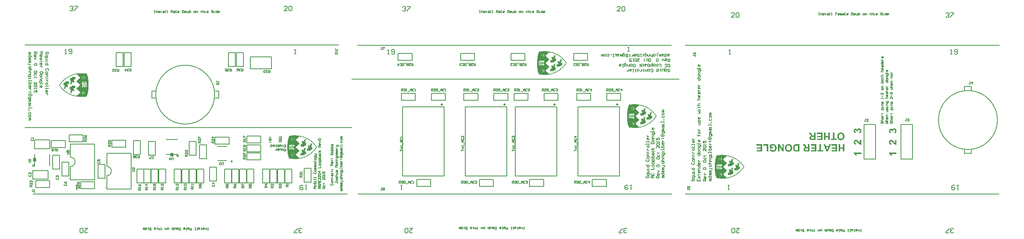
<source format=gto>
G04 Layer_Color=65535*
%FSLAX25Y25*%
%MOIN*%
G70*
G01*
G75*
%ADD23C,0.01000*%
%ADD51C,0.00787*%
%ADD52C,0.00984*%
%ADD53C,0.02000*%
%ADD54C,0.00500*%
%ADD55C,0.00600*%
%ADD56C,0.00100*%
%ADD57C,0.00591*%
G36*
X740556Y355606D02*
X735816D01*
Y356687D01*
X739267D01*
Y358105D01*
X736056D01*
Y359186D01*
X739267D01*
Y360919D01*
X735696D01*
Y362000D01*
X740556D01*
Y355606D01*
D02*
G37*
G36*
X763610Y362106D02*
X763652D01*
X763698Y362102D01*
X763749Y362097D01*
X763809Y362092D01*
X763869Y362083D01*
X763938Y362074D01*
X764007Y362065D01*
X764164Y362037D01*
X764331Y362000D01*
X764511Y361958D01*
X764696Y361898D01*
X764881Y361829D01*
X765070Y361746D01*
X765260Y361644D01*
X765444Y361529D01*
X765532Y361464D01*
X765615Y361395D01*
X765703Y361321D01*
X765781Y361242D01*
Y361238D01*
X765791Y361233D01*
X765800Y361219D01*
X765819Y361201D01*
X765837Y361178D01*
X765860Y361150D01*
X765883Y361118D01*
X765911Y361081D01*
X765943Y361039D01*
X765976Y360993D01*
X766012Y360942D01*
X766049Y360887D01*
X766086Y360826D01*
X766123Y360762D01*
X766202Y360619D01*
X766281Y360457D01*
X766354Y360277D01*
X766428Y360078D01*
X766493Y359866D01*
X766544Y359635D01*
X766585Y359385D01*
X766613Y359122D01*
X766618Y358988D01*
X766622Y358844D01*
Y358840D01*
Y358835D01*
Y358821D01*
Y358803D01*
Y358780D01*
Y358752D01*
X766618Y358683D01*
X766613Y358600D01*
X766608Y358503D01*
X766599Y358392D01*
X766585Y358276D01*
X766572Y358147D01*
X766553Y358018D01*
X766525Y357879D01*
X766498Y357745D01*
X766465Y357606D01*
X766428Y357468D01*
X766382Y357338D01*
X766331Y357209D01*
X766327Y357204D01*
X766322Y357186D01*
X766308Y357163D01*
X766290Y357126D01*
X766271Y357084D01*
X766244Y357033D01*
X766211Y356978D01*
X766174Y356913D01*
X766091Y356779D01*
X765989Y356632D01*
X765874Y356479D01*
X765740Y356331D01*
X765735Y356327D01*
X765722Y356313D01*
X765703Y356294D01*
X765675Y356267D01*
X765638Y356234D01*
X765597Y356197D01*
X765546Y356156D01*
X765495Y356114D01*
X765435Y356068D01*
X765370Y356022D01*
X765227Y355925D01*
X765075Y355832D01*
X764992Y355791D01*
X764908Y355754D01*
X764899Y355749D01*
X764881Y355745D01*
X764848Y355731D01*
X764802Y355712D01*
X764747Y355694D01*
X764677Y355675D01*
X764599Y355652D01*
X764511Y355624D01*
X764414Y355601D01*
X764312Y355578D01*
X764197Y355560D01*
X764077Y355541D01*
X763947Y355523D01*
X763813Y355509D01*
X763675Y355504D01*
X763532Y355500D01*
X763467D01*
X763435Y355504D01*
X763398D01*
X763351Y355509D01*
X763296Y355514D01*
X763240Y355518D01*
X763176Y355527D01*
X763111Y355537D01*
X763037Y355546D01*
X762885Y355574D01*
X762718Y355610D01*
X762543Y355657D01*
X762358Y355712D01*
X762169Y355786D01*
X761979Y355869D01*
X761795Y355971D01*
X761610Y356086D01*
X761522Y356151D01*
X761434Y356225D01*
X761351Y356299D01*
X761268Y356378D01*
X761263Y356382D01*
X761259Y356387D01*
X761245Y356401D01*
X761231Y356419D01*
X761212Y356442D01*
X761189Y356470D01*
X761162Y356502D01*
X761134Y356539D01*
X761101Y356581D01*
X761069Y356627D01*
X761037Y356682D01*
X761000Y356738D01*
X760963Y356798D01*
X760921Y356867D01*
X760884Y356937D01*
X760843Y357010D01*
X760764Y357177D01*
X760686Y357357D01*
X760616Y357560D01*
X760552Y357777D01*
X760496Y358013D01*
X760455Y358262D01*
X760427Y358530D01*
X760418Y358674D01*
Y358817D01*
Y358821D01*
Y358835D01*
Y358854D01*
Y358886D01*
X760422Y358923D01*
Y358965D01*
X760427Y359015D01*
X760432Y359071D01*
X760436Y359136D01*
X760445Y359200D01*
X760450Y359274D01*
X760464Y359353D01*
X760487Y359519D01*
X760524Y359699D01*
X760570Y359889D01*
X760626Y360087D01*
X760690Y360291D01*
X760773Y360489D01*
X760871Y360688D01*
X760986Y360882D01*
X761046Y360974D01*
X761115Y361067D01*
X761185Y361155D01*
X761263Y361238D01*
X761268Y361242D01*
X761272Y361247D01*
X761286Y361261D01*
X761300Y361275D01*
X761323Y361293D01*
X761351Y361316D01*
X761379Y361344D01*
X761416Y361372D01*
X761499Y361441D01*
X761605Y361515D01*
X761725Y361593D01*
X761859Y361672D01*
X762012Y361755D01*
X762183Y361834D01*
X762367Y361908D01*
X762566Y361972D01*
X762783Y362032D01*
X763010Y362074D01*
X763254Y362102D01*
X763384Y362106D01*
X763513Y362111D01*
X763578D01*
X763610Y362106D01*
D02*
G37*
G36*
X786923Y365606D02*
X784114D01*
X784044Y365611D01*
X783957D01*
X783860Y365615D01*
X783753Y365620D01*
X783638Y365629D01*
X783518Y365638D01*
X783398Y365648D01*
X783148Y365680D01*
X783033Y365698D01*
X782922Y365721D01*
X782816Y365749D01*
X782723Y365781D01*
X782718D01*
X782705Y365791D01*
X782677Y365800D01*
X782645Y365814D01*
X782608Y365832D01*
X782561Y365860D01*
X782511Y365888D01*
X782455Y365920D01*
X782395Y365962D01*
X782335Y366008D01*
X782275Y366059D01*
X782210Y366114D01*
X782150Y366174D01*
X782090Y366244D01*
X782035Y366317D01*
X781979Y366396D01*
X781975Y366401D01*
X781965Y366414D01*
X781952Y366442D01*
X781933Y366475D01*
X781915Y366516D01*
X781891Y366562D01*
X781864Y366622D01*
X781836Y366687D01*
X781813Y366756D01*
X781785Y366835D01*
X781762Y366918D01*
X781739Y367006D01*
X781725Y367098D01*
X781711Y367195D01*
X781702Y367292D01*
X781697Y367399D01*
Y367408D01*
Y367431D01*
X781702Y367468D01*
Y367519D01*
X781711Y367579D01*
X781720Y367653D01*
X781734Y367731D01*
X781748Y367819D01*
X781771Y367911D01*
X781799Y368008D01*
X781836Y368105D01*
X781878Y368207D01*
X781924Y368304D01*
X781984Y368406D01*
X782049Y368498D01*
X782123Y368590D01*
X782127Y368595D01*
X782141Y368609D01*
X782169Y368632D01*
X782201Y368664D01*
X782247Y368701D01*
X782298Y368743D01*
X782363Y368789D01*
X782437Y368840D01*
X782524Y368891D01*
X782617Y368937D01*
X782718Y368988D01*
X782834Y369034D01*
X782959Y369080D01*
X783093Y369117D01*
X783236Y369149D01*
X783388Y369177D01*
X783384Y369182D01*
X783370Y369186D01*
X783347Y369200D01*
X783319Y369219D01*
X783282Y369242D01*
X783241Y369270D01*
X783194Y369302D01*
X783144Y369334D01*
X783033Y369417D01*
X782917Y369510D01*
X782802Y369612D01*
X782695Y369718D01*
X782691Y369722D01*
X782682Y369732D01*
X782668Y369750D01*
X782645Y369773D01*
X782617Y369806D01*
X782584Y369847D01*
X782548Y369898D01*
X782501Y369958D01*
X782450Y370023D01*
X782395Y370097D01*
X782335Y370184D01*
X782270Y370277D01*
X782201Y370383D01*
X782127Y370494D01*
X782044Y370619D01*
X781961Y370753D01*
X781180Y372000D01*
X782728D01*
X783656Y370609D01*
X783661Y370600D01*
X783679Y370577D01*
X783703Y370540D01*
X783735Y370489D01*
X783776Y370429D01*
X783823Y370364D01*
X783873Y370291D01*
X783929Y370212D01*
X784044Y370055D01*
X784100Y369976D01*
X784155Y369898D01*
X784206Y369829D01*
X784257Y369769D01*
X784303Y369713D01*
X784340Y369672D01*
X784349Y369662D01*
X784372Y369639D01*
X784409Y369607D01*
X784456Y369565D01*
X784516Y369519D01*
X784580Y369478D01*
X784650Y369436D01*
X784728Y369404D01*
X784737Y369399D01*
X784751Y369394D01*
X784765Y369390D01*
X784788Y369385D01*
X784816Y369380D01*
X784848Y369371D01*
X784885Y369367D01*
X784927Y369357D01*
X784973Y369353D01*
X785028Y369348D01*
X785088Y369339D01*
X785149Y369334D01*
X785218D01*
X785296Y369330D01*
X785634D01*
Y372000D01*
X786923D01*
Y365606D01*
D02*
G37*
G36*
X791704Y356687D02*
X793603D01*
Y355606D01*
X788521D01*
Y356687D01*
X790415D01*
Y362000D01*
X791704D01*
Y356687D01*
D02*
G37*
G36*
X787694Y355606D02*
X782954D01*
Y356687D01*
X786405D01*
Y358105D01*
X783194D01*
Y359186D01*
X786405D01*
Y360919D01*
X782834D01*
Y362000D01*
X787694D01*
Y355606D01*
D02*
G37*
G36*
X772813D02*
X770328D01*
X770258Y355610D01*
X770180D01*
X770097Y355615D01*
X770004Y355620D01*
X769907Y355629D01*
X769810Y355638D01*
X769607Y355657D01*
X769510Y355671D01*
X769413Y355689D01*
X769325Y355708D01*
X769242Y355731D01*
X769237D01*
X769219Y355740D01*
X769186Y355749D01*
X769149Y355763D01*
X769099Y355782D01*
X769043Y355805D01*
X768979Y355832D01*
X768909Y355865D01*
X768835Y355906D01*
X768757Y355948D01*
X768678Y355999D01*
X768595Y356049D01*
X768517Y356109D01*
X768433Y356174D01*
X768355Y356243D01*
X768276Y356322D01*
X768272Y356327D01*
X768258Y356341D01*
X768239Y356364D01*
X768212Y356396D01*
X768175Y356437D01*
X768138Y356488D01*
X768096Y356544D01*
X768050Y356609D01*
X767999Y356682D01*
X767953Y356761D01*
X767902Y356844D01*
X767851Y356937D01*
X767801Y357033D01*
X767754Y357135D01*
X767708Y357246D01*
X767666Y357357D01*
X767662Y357362D01*
X767657Y357385D01*
X767648Y357417D01*
X767634Y357468D01*
X767616Y357528D01*
X767597Y357597D01*
X767579Y357680D01*
X767560Y357773D01*
X767542Y357879D01*
X767523Y357995D01*
X767505Y358119D01*
X767486Y358253D01*
X767472Y358392D01*
X767463Y358544D01*
X767454Y358701D01*
Y358868D01*
Y358877D01*
Y358905D01*
Y358946D01*
X767459Y359002D01*
Y359066D01*
X767463Y359150D01*
X767472Y359237D01*
X767477Y359334D01*
X767491Y359436D01*
X767500Y359547D01*
X767537Y359773D01*
X767588Y360004D01*
X767616Y360115D01*
X767653Y360226D01*
X767657Y360235D01*
X767662Y360258D01*
X767676Y360295D01*
X767699Y360341D01*
X767722Y360402D01*
X767750Y360471D01*
X767787Y360545D01*
X767828Y360628D01*
X767874Y360716D01*
X767925Y360808D01*
X767981Y360900D01*
X768041Y360998D01*
X768110Y361090D01*
X768179Y361182D01*
X768253Y361275D01*
X768336Y361358D01*
X768341Y361362D01*
X768350Y361372D01*
X768373Y361390D01*
X768396Y361413D01*
X768433Y361441D01*
X768475Y361469D01*
X768521Y361506D01*
X768577Y361543D01*
X768637Y361584D01*
X768706Y361626D01*
X768780Y361667D01*
X768858Y361709D01*
X768946Y361751D01*
X769039Y361792D01*
X769136Y361829D01*
X769242Y361866D01*
X769246D01*
X769260Y361871D01*
X769288Y361880D01*
X769320Y361884D01*
X769362Y361898D01*
X769417Y361908D01*
X769478Y361922D01*
X769547Y361931D01*
X769625Y361945D01*
X769708Y361958D01*
X769805Y361968D01*
X769907Y361977D01*
X770018Y361986D01*
X770134Y361995D01*
X770258Y362000D01*
X772813D01*
Y355606D01*
D02*
G37*
G36*
X799327Y365606D02*
X798038D01*
Y368124D01*
X795507D01*
Y365606D01*
X794218D01*
Y372000D01*
X795507D01*
Y369205D01*
X798038D01*
Y372000D01*
X799327D01*
Y365606D01*
D02*
G37*
G36*
X855166Y375728D02*
X855226Y375724D01*
X855295Y375714D01*
X855383Y375701D01*
X855475Y375682D01*
X855577Y375654D01*
X855688Y375622D01*
X855803Y375581D01*
X855923Y375530D01*
X856044Y375474D01*
X856168Y375400D01*
X856289Y375317D01*
X856404Y375225D01*
X856520Y375114D01*
X856524Y375105D01*
X856543Y375086D01*
X856575Y375049D01*
X856612Y375003D01*
X856658Y374943D01*
X856704Y374874D01*
X856760Y374786D01*
X856815Y374693D01*
X856871Y374587D01*
X856921Y374472D01*
X856972Y374347D01*
X857018Y374208D01*
X857055Y374065D01*
X857083Y373913D01*
X857106Y373751D01*
X857111Y373585D01*
Y373580D01*
Y373575D01*
Y373562D01*
Y373548D01*
X857106Y373501D01*
X857102Y373441D01*
X857097Y373368D01*
X857083Y373280D01*
X857069Y373187D01*
X857046Y373081D01*
X857023Y372970D01*
X856991Y372855D01*
X856949Y372735D01*
X856898Y372614D01*
X856843Y372494D01*
X856778Y372374D01*
X856700Y372259D01*
X856612Y372148D01*
X856607Y372143D01*
X856589Y372125D01*
X856561Y372092D01*
X856520Y372055D01*
X856473Y372014D01*
X856413Y371963D01*
X856339Y371908D01*
X856261Y371852D01*
X856173Y371792D01*
X856076Y371737D01*
X855965Y371681D01*
X855850Y371626D01*
X855729Y371580D01*
X855595Y371543D01*
X855457Y371510D01*
X855309Y371487D01*
X855161Y372674D01*
X855166D01*
X855180Y372679D01*
X855203D01*
X855235Y372688D01*
X855277Y372693D01*
X855318Y372707D01*
X855369Y372716D01*
X855420Y372735D01*
X855531Y372772D01*
X855646Y372827D01*
X855762Y372892D01*
X855813Y372933D01*
X855859Y372975D01*
X855863Y372979D01*
X855868Y372989D01*
X855882Y373003D01*
X855896Y373021D01*
X855914Y373044D01*
X855933Y373072D01*
X855974Y373146D01*
X856021Y373234D01*
X856057Y373335D01*
X856085Y373451D01*
X856090Y373511D01*
X856094Y373575D01*
Y373580D01*
Y373594D01*
Y373612D01*
X856090Y373640D01*
X856085Y373672D01*
X856081Y373709D01*
X856057Y373797D01*
X856025Y373899D01*
X856002Y373950D01*
X855974Y374005D01*
X855942Y374061D01*
X855900Y374111D01*
X855859Y374162D01*
X855808Y374213D01*
X855803Y374218D01*
X855794Y374222D01*
X855780Y374236D01*
X855757Y374254D01*
X855725Y374273D01*
X855692Y374296D01*
X855651Y374319D01*
X855605Y374347D01*
X855549Y374370D01*
X855494Y374393D01*
X855429Y374416D01*
X855360Y374435D01*
X855286Y374453D01*
X855207Y374467D01*
X855120Y374472D01*
X855032Y374476D01*
X854986D01*
X854953Y374472D01*
X854916Y374467D01*
X854870Y374462D01*
X854819Y374458D01*
X854768Y374444D01*
X854648Y374416D01*
X854528Y374370D01*
X854468Y374342D01*
X854408Y374310D01*
X854348Y374273D01*
X854297Y374227D01*
X854293Y374222D01*
X854283Y374218D01*
X854274Y374204D01*
X854256Y374181D01*
X854233Y374158D01*
X854210Y374130D01*
X854159Y374056D01*
X854113Y373968D01*
X854066Y373867D01*
X854048Y373811D01*
X854039Y373751D01*
X854029Y373686D01*
X854025Y373622D01*
Y373617D01*
Y373612D01*
Y373599D01*
Y373580D01*
X854029Y373557D01*
Y373529D01*
X854034Y373464D01*
X854048Y373381D01*
X854062Y373284D01*
X854085Y373178D01*
X854117Y373063D01*
X853119Y373197D01*
Y373201D01*
Y373220D01*
Y373243D01*
Y373280D01*
X853115Y373321D01*
X853110Y373368D01*
X853105Y373423D01*
X853096Y373478D01*
X853073Y373603D01*
X853036Y373728D01*
X853008Y373793D01*
X852981Y373853D01*
X852948Y373908D01*
X852907Y373959D01*
X852902Y373963D01*
X852897Y373968D01*
X852884Y373982D01*
X852865Y374000D01*
X852842Y374019D01*
X852814Y374042D01*
X852782Y374065D01*
X852745Y374093D01*
X852657Y374139D01*
X852551Y374181D01*
X852495Y374199D01*
X852431Y374213D01*
X852366Y374218D01*
X852297Y374222D01*
X852264D01*
X852241Y374218D01*
X852214D01*
X852186Y374213D01*
X852112Y374199D01*
X852029Y374176D01*
X851946Y374139D01*
X851863Y374093D01*
X851784Y374028D01*
X851775Y374019D01*
X851752Y373991D01*
X851724Y373950D01*
X851687Y373890D01*
X851650Y373816D01*
X851622Y373728D01*
X851599Y373631D01*
X851590Y373515D01*
Y373511D01*
Y373501D01*
Y373483D01*
X851595Y373464D01*
Y373437D01*
X851599Y373405D01*
X851618Y373330D01*
X851645Y373247D01*
X851682Y373155D01*
X851738Y373063D01*
X851775Y373016D01*
X851812Y372975D01*
X851816Y372970D01*
X851821Y372966D01*
X851835Y372956D01*
X851853Y372938D01*
X851876Y372924D01*
X851904Y372901D01*
X851937Y372882D01*
X851973Y372859D01*
X852015Y372836D01*
X852061Y372813D01*
X852112Y372790D01*
X852172Y372767D01*
X852232Y372748D01*
X852297Y372730D01*
X852371Y372716D01*
X852445Y372707D01*
X852255Y371580D01*
X852251D01*
X852227Y371584D01*
X852200Y371593D01*
X852158Y371603D01*
X852107Y371612D01*
X852052Y371630D01*
X851987Y371644D01*
X851923Y371667D01*
X851775Y371718D01*
X851618Y371778D01*
X851465Y371848D01*
X851396Y371889D01*
X851327Y371931D01*
X851322Y371935D01*
X851313Y371940D01*
X851294Y371954D01*
X851271Y371977D01*
X851239Y372000D01*
X851206Y372028D01*
X851170Y372065D01*
X851128Y372106D01*
X851086Y372148D01*
X851040Y372199D01*
X850994Y372254D01*
X850952Y372314D01*
X850906Y372379D01*
X850860Y372444D01*
X850782Y372596D01*
X850777Y372601D01*
X850772Y372614D01*
X850763Y372638D01*
X850749Y372670D01*
X850735Y372711D01*
X850717Y372758D01*
X850698Y372813D01*
X850680Y372873D01*
X850661Y372942D01*
X850648Y373016D01*
X850629Y373095D01*
X850615Y373178D01*
X850592Y373358D01*
X850583Y373455D01*
Y373552D01*
Y373557D01*
Y373562D01*
Y373575D01*
Y373594D01*
X850587Y373640D01*
X850592Y373700D01*
X850601Y373779D01*
X850615Y373867D01*
X850629Y373963D01*
X850657Y374070D01*
X850685Y374185D01*
X850721Y374301D01*
X850772Y374421D01*
X850828Y374541D01*
X850892Y374661D01*
X850971Y374781D01*
X851059Y374892D01*
X851160Y374998D01*
X851165Y375003D01*
X851183Y375017D01*
X851206Y375040D01*
X851243Y375068D01*
X851290Y375105D01*
X851340Y375142D01*
X851401Y375183D01*
X851470Y375225D01*
X851544Y375266D01*
X851627Y375308D01*
X851715Y375345D01*
X851807Y375382D01*
X851904Y375410D01*
X852006Y375433D01*
X852112Y375447D01*
X852223Y375451D01*
X852260D01*
X852302Y375447D01*
X852361Y375437D01*
X852435Y375423D01*
X852514Y375400D01*
X852606Y375373D01*
X852708Y375336D01*
X852810Y375285D01*
X852921Y375225D01*
X853031Y375151D01*
X853147Y375063D01*
X853258Y374957D01*
X853313Y374897D01*
X853364Y374832D01*
X853419Y374763D01*
X853470Y374689D01*
X853521Y374610D01*
X853567Y374527D01*
Y374532D01*
X853572Y374550D01*
X853581Y374578D01*
X853590Y374620D01*
X853604Y374666D01*
X853627Y374716D01*
X853650Y374777D01*
X853678Y374841D01*
X853711Y374911D01*
X853747Y374985D01*
X853789Y375058D01*
X853840Y375128D01*
X853891Y375202D01*
X853955Y375271D01*
X854020Y375340D01*
X854094Y375405D01*
X854099Y375410D01*
X854113Y375419D01*
X854136Y375437D01*
X854168Y375456D01*
X854205Y375479D01*
X854256Y375507D01*
X854311Y375539D01*
X854371Y375571D01*
X854440Y375599D01*
X854514Y375631D01*
X854598Y375659D01*
X854685Y375682D01*
X854778Y375701D01*
X854875Y375719D01*
X854976Y375728D01*
X855083Y375733D01*
X855120D01*
X855166Y375728D01*
D02*
G37*
G36*
X857000Y361443D02*
X856991D01*
X856972Y361448D01*
X856935Y361453D01*
X856889Y361462D01*
X856834Y361471D01*
X856764Y361485D01*
X856691Y361499D01*
X856607Y361522D01*
X856515Y361545D01*
X856418Y361577D01*
X856321Y361610D01*
X856215Y361647D01*
X856108Y361693D01*
X855997Y361744D01*
X855891Y361799D01*
X855780Y361859D01*
X855776Y361864D01*
X855753Y361878D01*
X855720Y361901D01*
X855674Y361928D01*
X855619Y361970D01*
X855549Y362025D01*
X855466Y362090D01*
X855374Y362164D01*
X855268Y362252D01*
X855152Y362349D01*
X855027Y362464D01*
X854889Y362589D01*
X854741Y362732D01*
X854588Y362885D01*
X854422Y363056D01*
X854247Y363241D01*
X854242Y363245D01*
X854237Y363250D01*
X854214Y363277D01*
X854173Y363319D01*
X854122Y363374D01*
X854057Y363439D01*
X853988Y363513D01*
X853909Y363592D01*
X853826Y363679D01*
X853650Y363850D01*
X853567Y363938D01*
X853480Y364017D01*
X853401Y364095D01*
X853327Y364160D01*
X853258Y364215D01*
X853202Y364257D01*
X853198Y364262D01*
X853184Y364266D01*
X853165Y364280D01*
X853138Y364298D01*
X853101Y364317D01*
X853064Y364335D01*
X853018Y364358D01*
X852967Y364386D01*
X852851Y364432D01*
X852726Y364469D01*
X852588Y364502D01*
X852519Y364506D01*
X852449Y364511D01*
X852412D01*
X852380Y364506D01*
X852348D01*
X852311Y364502D01*
X852218Y364483D01*
X852117Y364456D01*
X852010Y364419D01*
X851913Y364363D01*
X851863Y364326D01*
X851821Y364289D01*
X851816Y364285D01*
X851812Y364280D01*
X851803Y364266D01*
X851784Y364248D01*
X851770Y364225D01*
X851752Y364197D01*
X851729Y364164D01*
X851710Y364132D01*
X851668Y364044D01*
X851632Y363938D01*
X851608Y363818D01*
X851604Y363749D01*
X851599Y363679D01*
Y363675D01*
Y363661D01*
Y363642D01*
X851604Y363615D01*
Y363582D01*
X851613Y363545D01*
X851627Y363458D01*
X851655Y363361D01*
X851696Y363254D01*
X851724Y363208D01*
X851752Y363157D01*
X851789Y363111D01*
X851830Y363065D01*
X851835Y363060D01*
X851840Y363056D01*
X851853Y363042D01*
X851876Y363028D01*
X851900Y363010D01*
X851932Y362991D01*
X851969Y362972D01*
X852010Y362949D01*
X852061Y362926D01*
X852117Y362903D01*
X852181Y362880D01*
X852251Y362862D01*
X852329Y362843D01*
X852412Y362825D01*
X852500Y362815D01*
X852597Y362806D01*
X852477Y361586D01*
X852463D01*
X852449Y361591D01*
X852431D01*
X852408Y361596D01*
X852380Y361600D01*
X852311Y361614D01*
X852227Y361628D01*
X852135Y361651D01*
X852029Y361679D01*
X851918Y361711D01*
X851798Y361753D01*
X851678Y361799D01*
X851558Y361855D01*
X851437Y361919D01*
X851322Y361988D01*
X851216Y362072D01*
X851114Y362164D01*
X851026Y362266D01*
X851022Y362270D01*
X851008Y362293D01*
X850985Y362326D01*
X850957Y362367D01*
X850925Y362427D01*
X850888Y362492D01*
X850846Y362575D01*
X850805Y362663D01*
X850763Y362760D01*
X850721Y362871D01*
X850685Y362991D01*
X850652Y363116D01*
X850624Y363254D01*
X850601Y363398D01*
X850587Y363550D01*
X850583Y363707D01*
Y363712D01*
Y363716D01*
Y363730D01*
Y363749D01*
X850587Y363800D01*
X850592Y363864D01*
X850597Y363943D01*
X850611Y364035D01*
X850624Y364137D01*
X850648Y364248D01*
X850675Y364363D01*
X850708Y364488D01*
X850749Y364613D01*
X850800Y364733D01*
X850860Y364858D01*
X850925Y364978D01*
X851003Y365089D01*
X851096Y365195D01*
X851100Y365199D01*
X851119Y365218D01*
X851147Y365246D01*
X851188Y365278D01*
X851239Y365319D01*
X851294Y365366D01*
X851368Y365417D01*
X851447Y365467D01*
X851534Y365518D01*
X851627Y365569D01*
X851733Y365615D01*
X851844Y365657D01*
X851964Y365689D01*
X852094Y365717D01*
X852227Y365735D01*
X852366Y365740D01*
X852440D01*
X852477Y365735D01*
X852523Y365731D01*
X852574Y365726D01*
X852629Y365721D01*
X852754Y365703D01*
X852893Y365675D01*
X853041Y365634D01*
X853189Y365583D01*
X853193D01*
X853207Y365574D01*
X853226Y365564D01*
X853258Y365555D01*
X853290Y365537D01*
X853332Y365513D01*
X853382Y365490D01*
X853433Y365463D01*
X853493Y365430D01*
X853558Y365393D01*
X853697Y365310D01*
X853845Y365209D01*
X854002Y365093D01*
X854006Y365089D01*
X854016Y365084D01*
X854029Y365070D01*
X854052Y365052D01*
X854085Y365024D01*
X854122Y364991D01*
X854163Y364954D01*
X854210Y364908D01*
X854265Y364858D01*
X854325Y364797D01*
X854394Y364733D01*
X854468Y364659D01*
X854547Y364580D01*
X854630Y364493D01*
X854722Y364395D01*
X854819Y364289D01*
X854824Y364285D01*
X854842Y364266D01*
X854870Y364234D01*
X854907Y364197D01*
X854949Y364151D01*
X854995Y364095D01*
X855050Y364040D01*
X855106Y363980D01*
X855226Y363855D01*
X855341Y363730D01*
X855397Y363675D01*
X855443Y363629D01*
X855489Y363582D01*
X855526Y363550D01*
X855536Y363545D01*
X855554Y363527D01*
X855591Y363495D01*
X855632Y363462D01*
X855683Y363421D01*
X855743Y363379D01*
X855803Y363337D01*
X855863Y363300D01*
Y365740D01*
X857000D01*
Y361443D01*
D02*
G37*
G36*
Y353585D02*
X852385D01*
X852394Y353575D01*
X852412Y353552D01*
X852445Y353515D01*
X852486Y353465D01*
X852537Y353400D01*
X852597Y353321D01*
X852666Y353234D01*
X852736Y353132D01*
X852810Y353021D01*
X852888Y352901D01*
X852967Y352771D01*
X853041Y352633D01*
X853115Y352485D01*
X853189Y352328D01*
X853253Y352166D01*
X853313Y352000D01*
X852200D01*
Y352005D01*
X852191Y352023D01*
X852181Y352046D01*
X852168Y352083D01*
X852149Y352129D01*
X852131Y352180D01*
X852103Y352240D01*
X852071Y352309D01*
X852029Y352383D01*
X851987Y352462D01*
X851941Y352550D01*
X851886Y352638D01*
X851826Y352735D01*
X851761Y352832D01*
X851687Y352933D01*
X851608Y353040D01*
X851604Y353044D01*
X851590Y353063D01*
X851562Y353095D01*
X851530Y353132D01*
X851488Y353178D01*
X851437Y353229D01*
X851382Y353284D01*
X851317Y353349D01*
X851243Y353409D01*
X851165Y353474D01*
X851082Y353538D01*
X850989Y353603D01*
X850897Y353663D01*
X850795Y353719D01*
X850689Y353769D01*
X850583Y353811D01*
Y354809D01*
X857000D01*
Y353585D01*
D02*
G37*
G36*
X803342Y366687D02*
X805241D01*
Y365606D01*
X800159D01*
Y366687D01*
X802053D01*
Y372000D01*
X803342D01*
Y366687D01*
D02*
G37*
G36*
X792882Y365606D02*
X788142D01*
Y366687D01*
X791594D01*
Y368105D01*
X788383D01*
Y369186D01*
X791594D01*
Y370919D01*
X788022D01*
Y372000D01*
X792882D01*
Y365606D01*
D02*
G37*
G36*
X808988Y372106D02*
X809029D01*
X809076Y372102D01*
X809126Y372097D01*
X809186Y372092D01*
X809247Y372083D01*
X809316Y372074D01*
X809385Y372065D01*
X809542Y372037D01*
X809708Y372000D01*
X809889Y371958D01*
X810073Y371898D01*
X810258Y371829D01*
X810448Y371746D01*
X810637Y371644D01*
X810822Y371529D01*
X810910Y371464D01*
X810993Y371395D01*
X811081Y371321D01*
X811159Y371242D01*
Y371238D01*
X811168Y371233D01*
X811178Y371219D01*
X811196Y371201D01*
X811215Y371178D01*
X811238Y371150D01*
X811261Y371118D01*
X811289Y371081D01*
X811321Y371039D01*
X811353Y370993D01*
X811390Y370942D01*
X811427Y370887D01*
X811464Y370827D01*
X811501Y370762D01*
X811580Y370619D01*
X811658Y370457D01*
X811732Y370277D01*
X811806Y370078D01*
X811871Y369866D01*
X811922Y369635D01*
X811963Y369385D01*
X811991Y369122D01*
X811995Y368988D01*
X812000Y368845D01*
Y368840D01*
Y368835D01*
Y368821D01*
Y368803D01*
Y368780D01*
Y368752D01*
X811995Y368683D01*
X811991Y368600D01*
X811986Y368503D01*
X811977Y368392D01*
X811963Y368276D01*
X811949Y368147D01*
X811931Y368018D01*
X811903Y367879D01*
X811875Y367745D01*
X811843Y367606D01*
X811806Y367468D01*
X811760Y367338D01*
X811709Y367209D01*
X811704Y367204D01*
X811700Y367186D01*
X811686Y367163D01*
X811667Y367126D01*
X811649Y367084D01*
X811621Y367034D01*
X811589Y366978D01*
X811552Y366913D01*
X811469Y366779D01*
X811367Y366632D01*
X811252Y366479D01*
X811118Y366331D01*
X811113Y366327D01*
X811099Y366313D01*
X811081Y366294D01*
X811053Y366267D01*
X811016Y366234D01*
X810974Y366197D01*
X810923Y366156D01*
X810873Y366114D01*
X810813Y366068D01*
X810748Y366022D01*
X810605Y365925D01*
X810452Y365832D01*
X810369Y365791D01*
X810286Y365754D01*
X810277Y365749D01*
X810258Y365744D01*
X810226Y365731D01*
X810180Y365712D01*
X810124Y365694D01*
X810055Y365675D01*
X809976Y365652D01*
X809889Y365624D01*
X809792Y365601D01*
X809690Y365578D01*
X809575Y365560D01*
X809454Y365541D01*
X809325Y365523D01*
X809191Y365509D01*
X809052Y365504D01*
X808909Y365500D01*
X808844D01*
X808812Y365504D01*
X808775D01*
X808729Y365509D01*
X808674Y365513D01*
X808618Y365518D01*
X808554Y365527D01*
X808489Y365537D01*
X808415Y365546D01*
X808262Y365574D01*
X808096Y365611D01*
X807920Y365657D01*
X807736Y365712D01*
X807546Y365786D01*
X807357Y365869D01*
X807172Y365971D01*
X806987Y366086D01*
X806900Y366151D01*
X806812Y366225D01*
X806729Y366299D01*
X806645Y366377D01*
X806641Y366382D01*
X806636Y366387D01*
X806622Y366401D01*
X806608Y366419D01*
X806590Y366442D01*
X806567Y366470D01*
X806539Y366502D01*
X806511Y366539D01*
X806479Y366581D01*
X806447Y366627D01*
X806414Y366682D01*
X806378Y366738D01*
X806341Y366798D01*
X806299Y366867D01*
X806262Y366936D01*
X806220Y367010D01*
X806142Y367177D01*
X806063Y367357D01*
X805994Y367560D01*
X805929Y367777D01*
X805874Y368013D01*
X805832Y368262D01*
X805805Y368530D01*
X805795Y368674D01*
Y368817D01*
Y368821D01*
Y368835D01*
Y368854D01*
Y368886D01*
X805800Y368923D01*
Y368965D01*
X805805Y369016D01*
X805809Y369071D01*
X805814Y369136D01*
X805823Y369200D01*
X805828Y369274D01*
X805842Y369353D01*
X805865Y369519D01*
X805902Y369699D01*
X805948Y369889D01*
X806003Y370087D01*
X806068Y370291D01*
X806151Y370489D01*
X806248Y370688D01*
X806364Y370882D01*
X806424Y370974D01*
X806493Y371067D01*
X806562Y371154D01*
X806641Y371238D01*
X806645Y371242D01*
X806650Y371247D01*
X806664Y371261D01*
X806678Y371275D01*
X806701Y371293D01*
X806729Y371316D01*
X806756Y371344D01*
X806793Y371372D01*
X806876Y371441D01*
X806983Y371515D01*
X807103Y371593D01*
X807237Y371672D01*
X807389Y371755D01*
X807560Y371834D01*
X807745Y371908D01*
X807944Y371972D01*
X808161Y372032D01*
X808387Y372074D01*
X808632Y372102D01*
X808761Y372106D01*
X808891Y372111D01*
X808955D01*
X808988Y372106D01*
D02*
G37*
G36*
X805555Y355606D02*
X800815D01*
Y356687D01*
X804266D01*
Y358105D01*
X801055D01*
Y359186D01*
X804266D01*
Y360919D01*
X800695D01*
Y362000D01*
X805555D01*
Y355606D01*
D02*
G37*
G36*
X759401D02*
X758149D01*
X755525Y359889D01*
Y355606D01*
X754328D01*
Y362000D01*
X755622D01*
X758205Y357814D01*
Y362000D01*
X759401D01*
Y355606D01*
D02*
G37*
G36*
X797770D02*
X796398D01*
X793839Y362000D01*
X795243D01*
X795798Y360549D01*
X798357D01*
X798884Y362000D01*
X800251D01*
X797770Y355606D01*
D02*
G37*
G36*
X812000D02*
X810711D01*
Y358124D01*
X808179D01*
Y355606D01*
X806890D01*
Y362000D01*
X808179D01*
Y359205D01*
X810711D01*
Y362000D01*
X812000D01*
Y355606D01*
D02*
G37*
G36*
X781734D02*
X778925D01*
X778856Y355610D01*
X778768D01*
X778671Y355615D01*
X778565Y355620D01*
X778450Y355629D01*
X778329Y355638D01*
X778209Y355647D01*
X777960Y355680D01*
X777844Y355698D01*
X777734Y355721D01*
X777627Y355749D01*
X777535Y355782D01*
X777530D01*
X777516Y355791D01*
X777489Y355800D01*
X777456Y355814D01*
X777419Y355832D01*
X777373Y355860D01*
X777322Y355888D01*
X777267Y355920D01*
X777207Y355962D01*
X777147Y356008D01*
X777087Y356059D01*
X777022Y356114D01*
X776962Y356174D01*
X776902Y356243D01*
X776846Y356317D01*
X776791Y356396D01*
X776786Y356401D01*
X776777Y356414D01*
X776763Y356442D01*
X776745Y356474D01*
X776726Y356516D01*
X776703Y356562D01*
X776676Y356622D01*
X776648Y356687D01*
X776625Y356756D01*
X776597Y356835D01*
X776574Y356918D01*
X776551Y357006D01*
X776537Y357098D01*
X776523Y357195D01*
X776514Y357292D01*
X776509Y357399D01*
Y357408D01*
Y357431D01*
X776514Y357468D01*
Y357519D01*
X776523Y357579D01*
X776532Y357653D01*
X776546Y357731D01*
X776560Y357819D01*
X776583Y357911D01*
X776611Y358008D01*
X776648Y358105D01*
X776689Y358207D01*
X776735Y358304D01*
X776796Y358406D01*
X776860Y358498D01*
X776934Y358590D01*
X776939Y358595D01*
X776953Y358609D01*
X776980Y358632D01*
X777013Y358664D01*
X777059Y358701D01*
X777110Y358743D01*
X777174Y358789D01*
X777248Y358840D01*
X777336Y358891D01*
X777428Y358937D01*
X777530Y358988D01*
X777646Y359034D01*
X777770Y359080D01*
X777904Y359117D01*
X778048Y359150D01*
X778200Y359177D01*
X778195Y359182D01*
X778182Y359186D01*
X778159Y359200D01*
X778131Y359219D01*
X778094Y359242D01*
X778052Y359270D01*
X778006Y359302D01*
X777955Y359334D01*
X777844Y359417D01*
X777729Y359510D01*
X777613Y359612D01*
X777507Y359718D01*
X777502Y359722D01*
X777493Y359732D01*
X777479Y359750D01*
X777456Y359773D01*
X777428Y359805D01*
X777396Y359847D01*
X777359Y359898D01*
X777313Y359958D01*
X777262Y360023D01*
X777207Y360097D01*
X777147Y360184D01*
X777082Y360277D01*
X777013Y360383D01*
X776939Y360494D01*
X776856Y360619D01*
X776772Y360753D01*
X775992Y362000D01*
X777539D01*
X778468Y360609D01*
X778473Y360600D01*
X778491Y360577D01*
X778514Y360540D01*
X778547Y360489D01*
X778588Y360429D01*
X778634Y360365D01*
X778685Y360291D01*
X778741Y360212D01*
X778856Y360055D01*
X778912Y359976D01*
X778967Y359898D01*
X779018Y359829D01*
X779069Y359769D01*
X779115Y359713D01*
X779152Y359671D01*
X779161Y359662D01*
X779184Y359639D01*
X779221Y359607D01*
X779267Y359565D01*
X779327Y359519D01*
X779392Y359477D01*
X779461Y359436D01*
X779540Y359404D01*
X779549Y359399D01*
X779563Y359394D01*
X779577Y359390D01*
X779600Y359385D01*
X779628Y359381D01*
X779660Y359371D01*
X779697Y359367D01*
X779739Y359357D01*
X779785Y359353D01*
X779840Y359348D01*
X779900Y359339D01*
X779960Y359334D01*
X780030D01*
X780108Y359330D01*
X780445D01*
Y362000D01*
X781734D01*
Y355606D01*
D02*
G37*
G36*
X826500Y353585D02*
X821885D01*
X821894Y353575D01*
X821912Y353552D01*
X821945Y353515D01*
X821986Y353465D01*
X822037Y353400D01*
X822097Y353321D01*
X822166Y353234D01*
X822236Y353132D01*
X822310Y353021D01*
X822388Y352901D01*
X822467Y352771D01*
X822541Y352633D01*
X822615Y352485D01*
X822688Y352328D01*
X822753Y352166D01*
X822813Y352000D01*
X821700D01*
Y352005D01*
X821691Y352023D01*
X821681Y352046D01*
X821667Y352083D01*
X821649Y352129D01*
X821630Y352180D01*
X821603Y352240D01*
X821570Y352309D01*
X821529Y352383D01*
X821487Y352462D01*
X821441Y352550D01*
X821386Y352638D01*
X821326Y352735D01*
X821261Y352832D01*
X821187Y352933D01*
X821109Y353040D01*
X821104Y353044D01*
X821090Y353063D01*
X821062Y353095D01*
X821030Y353132D01*
X820988Y353178D01*
X820938Y353229D01*
X820882Y353284D01*
X820817Y353349D01*
X820743Y353409D01*
X820665Y353474D01*
X820582Y353538D01*
X820489Y353603D01*
X820397Y353663D01*
X820295Y353719D01*
X820189Y353769D01*
X820083Y353811D01*
Y354809D01*
X826500D01*
Y353585D01*
D02*
G37*
G36*
X750037Y362106D02*
X750106D01*
X750194Y362097D01*
X750295Y362088D01*
X750411Y362074D01*
X750535Y362060D01*
X750669Y362037D01*
X750808Y362009D01*
X750951Y361972D01*
X751099Y361935D01*
X751252Y361884D01*
X751400Y361829D01*
X751547Y361764D01*
X751690Y361690D01*
X751700Y361686D01*
X751723Y361672D01*
X751760Y361644D01*
X751811Y361612D01*
X751875Y361570D01*
X751945Y361515D01*
X752023Y361455D01*
X752111Y361381D01*
X752199Y361302D01*
X752291Y361215D01*
X752384Y361113D01*
X752476Y361007D01*
X752568Y360891D01*
X752652Y360767D01*
X752735Y360632D01*
X752809Y360489D01*
X752813Y360480D01*
X752822Y360452D01*
X752841Y360411D01*
X752869Y360351D01*
X752896Y360277D01*
X752929Y360194D01*
X752961Y360092D01*
X752993Y359981D01*
X753030Y359861D01*
X753063Y359727D01*
X753095Y359588D01*
X753123Y359440D01*
X753146Y359283D01*
X753164Y359122D01*
X753178Y358955D01*
X753183Y358785D01*
Y358780D01*
Y358775D01*
Y358757D01*
Y358738D01*
Y358715D01*
X753178Y358687D01*
Y358618D01*
X753169Y358530D01*
X753160Y358429D01*
X753146Y358313D01*
X753132Y358189D01*
X753109Y358054D01*
X753081Y357911D01*
X753049Y357764D01*
X753007Y357616D01*
X752961Y357463D01*
X752906Y357311D01*
X752841Y357158D01*
X752767Y357010D01*
X752762Y357001D01*
X752748Y356978D01*
X752721Y356937D01*
X752688Y356881D01*
X752647Y356816D01*
X752591Y356742D01*
X752527Y356659D01*
X752457Y356572D01*
X752374Y356474D01*
X752282Y356378D01*
X752185Y356280D01*
X752074Y356179D01*
X751954Y356082D01*
X751825Y355989D01*
X751690Y355902D01*
X751543Y355818D01*
X751533Y355814D01*
X751515Y355805D01*
X751478Y355791D01*
X751432Y355768D01*
X751372Y355745D01*
X751298Y355717D01*
X751215Y355689D01*
X751122Y355657D01*
X751016Y355629D01*
X750896Y355601D01*
X750771Y355574D01*
X750637Y355551D01*
X750494Y355527D01*
X750337Y355514D01*
X750175Y355504D01*
X750009Y355500D01*
X749930D01*
X749893Y355504D01*
X749856D01*
X749815Y355509D01*
X749713Y355514D01*
X749598Y355527D01*
X749468Y355541D01*
X749330Y355564D01*
X749187Y355587D01*
X749034Y355624D01*
X748877Y355661D01*
X748725Y355712D01*
X748572Y355768D01*
X748424Y355837D01*
X748281Y355915D01*
X748152Y356003D01*
X748142Y356008D01*
X748124Y356026D01*
X748087Y356054D01*
X748045Y356096D01*
X747990Y356147D01*
X747930Y356206D01*
X747860Y356280D01*
X747791Y356364D01*
X747717Y356456D01*
X747648Y356558D01*
X747574Y356673D01*
X747505Y356793D01*
X747440Y356927D01*
X747380Y357070D01*
X747329Y357218D01*
X747288Y357380D01*
X748567Y357620D01*
Y357616D01*
X748572Y357602D01*
X748581Y357574D01*
X748595Y357542D01*
X748609Y357505D01*
X748632Y357458D01*
X748655Y357408D01*
X748683Y357352D01*
X748715Y357297D01*
X748752Y357237D01*
X748794Y357172D01*
X748840Y357112D01*
X748895Y357052D01*
X748951Y356992D01*
X749011Y356932D01*
X749080Y356881D01*
X749085Y356876D01*
X749099Y356867D01*
X749117Y356853D01*
X749145Y356839D01*
X749182Y356816D01*
X749228Y356793D01*
X749279Y356770D01*
X749334Y356742D01*
X749399Y356715D01*
X749468Y356692D01*
X749547Y356668D01*
X749630Y356645D01*
X749713Y356632D01*
X749810Y356618D01*
X749907Y356609D01*
X750009Y356604D01*
X750046D01*
X750092Y356609D01*
X750147Y356613D01*
X750221Y356622D01*
X750305Y356632D01*
X750392Y356650D01*
X750494Y356673D01*
X750600Y356701D01*
X750706Y356738D01*
X750822Y356779D01*
X750933Y356830D01*
X751044Y356895D01*
X751150Y356964D01*
X751256Y357047D01*
X751353Y357144D01*
X751358Y357149D01*
X751376Y357168D01*
X751400Y357200D01*
X751432Y357246D01*
X751469Y357301D01*
X751510Y357371D01*
X751556Y357449D01*
X751603Y357542D01*
X751649Y357648D01*
X751695Y357768D01*
X751737Y357897D01*
X751774Y358041D01*
X751806Y358198D01*
X751829Y358364D01*
X751848Y358544D01*
X751852Y358734D01*
Y358738D01*
Y358748D01*
Y358761D01*
Y358785D01*
Y358812D01*
X751848Y358840D01*
Y358877D01*
X751843Y358918D01*
X751838Y359015D01*
X751825Y359122D01*
X751811Y359242D01*
X751788Y359371D01*
X751764Y359510D01*
X751727Y359648D01*
X751690Y359792D01*
X751640Y359930D01*
X751584Y360069D01*
X751515Y360203D01*
X751436Y360328D01*
X751349Y360438D01*
X751344Y360443D01*
X751326Y360461D01*
X751298Y360489D01*
X751256Y360526D01*
X751205Y360568D01*
X751145Y360619D01*
X751071Y360669D01*
X750993Y360720D01*
X750901Y360776D01*
X750804Y360826D01*
X750693Y360873D01*
X750572Y360919D01*
X750448Y360956D01*
X750314Y360984D01*
X750171Y361002D01*
X750023Y361007D01*
X749981D01*
X749953Y361002D01*
X749916D01*
X749870Y360998D01*
X749824Y360993D01*
X749769Y360988D01*
X749709Y360979D01*
X749644Y360970D01*
X749510Y360942D01*
X749362Y360900D01*
X749210Y360850D01*
X749205D01*
X749191Y360840D01*
X749168Y360836D01*
X749140Y360822D01*
X749108Y360808D01*
X749066Y360790D01*
X749020Y360767D01*
X748969Y360743D01*
X748858Y360688D01*
X748743Y360623D01*
X748623Y360549D01*
X748507Y360466D01*
Y359653D01*
X749986D01*
Y358572D01*
X747204D01*
Y361122D01*
X747209Y361127D01*
X747223Y361141D01*
X747246Y361159D01*
X747278Y361187D01*
X747320Y361224D01*
X747375Y361261D01*
X747436Y361307D01*
X747505Y361358D01*
X747583Y361409D01*
X747671Y361464D01*
X747768Y361520D01*
X747874Y361580D01*
X747985Y361640D01*
X748110Y361700D01*
X748244Y361760D01*
X748383Y361815D01*
X748392Y361820D01*
X748415Y361829D01*
X748456Y361843D01*
X748517Y361861D01*
X748586Y361884D01*
X748669Y361908D01*
X748761Y361935D01*
X748863Y361963D01*
X748979Y361991D01*
X749099Y362018D01*
X749228Y362042D01*
X749362Y362065D01*
X749501Y362083D01*
X749644Y362097D01*
X749792Y362106D01*
X749939Y362111D01*
X750009D01*
X750037Y362106D01*
D02*
G37*
G36*
X745980Y355661D02*
X744691D01*
Y360919D01*
X741480D01*
Y362000D01*
X745980D01*
Y355661D01*
D02*
G37*
G36*
X826500Y361443D02*
X826491D01*
X826472Y361448D01*
X826435Y361453D01*
X826389Y361462D01*
X826334Y361471D01*
X826264Y361485D01*
X826190Y361499D01*
X826107Y361522D01*
X826015Y361545D01*
X825918Y361577D01*
X825821Y361610D01*
X825715Y361647D01*
X825608Y361693D01*
X825498Y361744D01*
X825391Y361799D01*
X825280Y361859D01*
X825276Y361864D01*
X825253Y361878D01*
X825220Y361901D01*
X825174Y361928D01*
X825119Y361970D01*
X825049Y362025D01*
X824966Y362090D01*
X824874Y362164D01*
X824767Y362252D01*
X824652Y362349D01*
X824527Y362464D01*
X824389Y362589D01*
X824241Y362732D01*
X824088Y362885D01*
X823922Y363056D01*
X823746Y363241D01*
X823742Y363245D01*
X823737Y363250D01*
X823714Y363277D01*
X823673Y363319D01*
X823622Y363374D01*
X823557Y363439D01*
X823488Y363513D01*
X823409Y363592D01*
X823326Y363679D01*
X823151Y363850D01*
X823067Y363938D01*
X822980Y364017D01*
X822901Y364095D01*
X822827Y364160D01*
X822758Y364215D01*
X822702Y364257D01*
X822698Y364262D01*
X822684Y364266D01*
X822665Y364280D01*
X822638Y364298D01*
X822601Y364317D01*
X822564Y364335D01*
X822518Y364358D01*
X822467Y364386D01*
X822351Y364432D01*
X822227Y364469D01*
X822088Y364502D01*
X822019Y364506D01*
X821949Y364511D01*
X821912D01*
X821880Y364506D01*
X821848D01*
X821811Y364502D01*
X821718Y364483D01*
X821617Y364456D01*
X821510Y364419D01*
X821413Y364363D01*
X821363Y364326D01*
X821321Y364289D01*
X821316Y364285D01*
X821312Y364280D01*
X821303Y364266D01*
X821284Y364248D01*
X821270Y364225D01*
X821252Y364197D01*
X821229Y364164D01*
X821210Y364132D01*
X821169Y364044D01*
X821132Y363938D01*
X821109Y363818D01*
X821104Y363749D01*
X821099Y363679D01*
Y363675D01*
Y363661D01*
Y363642D01*
X821104Y363615D01*
Y363582D01*
X821113Y363545D01*
X821127Y363458D01*
X821155Y363361D01*
X821196Y363254D01*
X821224Y363208D01*
X821252Y363157D01*
X821289Y363111D01*
X821330Y363065D01*
X821335Y363060D01*
X821340Y363056D01*
X821353Y363042D01*
X821376Y363028D01*
X821399Y363010D01*
X821432Y362991D01*
X821469Y362972D01*
X821510Y362949D01*
X821561Y362926D01*
X821617Y362903D01*
X821681Y362880D01*
X821751Y362862D01*
X821829Y362843D01*
X821912Y362825D01*
X822000Y362815D01*
X822097Y362806D01*
X821977Y361586D01*
X821963D01*
X821949Y361591D01*
X821931D01*
X821908Y361596D01*
X821880Y361600D01*
X821811Y361614D01*
X821727Y361628D01*
X821635Y361651D01*
X821529Y361679D01*
X821418Y361711D01*
X821298Y361753D01*
X821178Y361799D01*
X821058Y361855D01*
X820938Y361919D01*
X820822Y361988D01*
X820716Y362072D01*
X820614Y362164D01*
X820526Y362266D01*
X820522Y362270D01*
X820508Y362293D01*
X820485Y362326D01*
X820457Y362367D01*
X820425Y362427D01*
X820388Y362492D01*
X820346Y362575D01*
X820305Y362663D01*
X820263Y362760D01*
X820221Y362871D01*
X820185Y362991D01*
X820152Y363116D01*
X820124Y363254D01*
X820101Y363398D01*
X820087Y363550D01*
X820083Y363707D01*
Y363712D01*
Y363716D01*
Y363730D01*
Y363749D01*
X820087Y363800D01*
X820092Y363864D01*
X820097Y363943D01*
X820111Y364035D01*
X820124Y364137D01*
X820148Y364248D01*
X820175Y364363D01*
X820208Y364488D01*
X820249Y364613D01*
X820300Y364733D01*
X820360Y364858D01*
X820425Y364978D01*
X820503Y365089D01*
X820596Y365195D01*
X820600Y365199D01*
X820619Y365218D01*
X820646Y365246D01*
X820688Y365278D01*
X820739Y365319D01*
X820794Y365366D01*
X820868Y365417D01*
X820947Y365467D01*
X821035Y365518D01*
X821127Y365569D01*
X821233Y365615D01*
X821344Y365657D01*
X821464Y365689D01*
X821594Y365717D01*
X821727Y365735D01*
X821866Y365740D01*
X821940D01*
X821977Y365735D01*
X822023Y365731D01*
X822074Y365726D01*
X822130Y365721D01*
X822254Y365703D01*
X822393Y365675D01*
X822541Y365634D01*
X822688Y365583D01*
X822693D01*
X822707Y365574D01*
X822725Y365564D01*
X822758Y365555D01*
X822790Y365537D01*
X822832Y365513D01*
X822882Y365490D01*
X822933Y365463D01*
X822993Y365430D01*
X823058Y365393D01*
X823197Y365310D01*
X823345Y365209D01*
X823502Y365093D01*
X823506Y365089D01*
X823516Y365084D01*
X823529Y365070D01*
X823552Y365052D01*
X823585Y365024D01*
X823622Y364991D01*
X823663Y364954D01*
X823709Y364908D01*
X823765Y364858D01*
X823825Y364797D01*
X823894Y364733D01*
X823968Y364659D01*
X824047Y364580D01*
X824130Y364493D01*
X824222Y364395D01*
X824319Y364289D01*
X824324Y364285D01*
X824343Y364266D01*
X824370Y364234D01*
X824407Y364197D01*
X824449Y364151D01*
X824495Y364095D01*
X824550Y364040D01*
X824606Y363980D01*
X824726Y363855D01*
X824841Y363730D01*
X824897Y363675D01*
X824943Y363629D01*
X824989Y363582D01*
X825026Y363550D01*
X825035Y363545D01*
X825054Y363527D01*
X825091Y363495D01*
X825132Y363462D01*
X825183Y363421D01*
X825243Y363379D01*
X825303Y363337D01*
X825364Y363300D01*
Y365740D01*
X826500D01*
Y361443D01*
D02*
G37*
G36*
X824666Y375728D02*
X824726Y375724D01*
X824795Y375714D01*
X824883Y375701D01*
X824975Y375682D01*
X825077Y375654D01*
X825188Y375622D01*
X825303Y375581D01*
X825424Y375530D01*
X825544Y375474D01*
X825668Y375400D01*
X825788Y375317D01*
X825904Y375225D01*
X826019Y375114D01*
X826024Y375105D01*
X826043Y375086D01*
X826075Y375049D01*
X826112Y375003D01*
X826158Y374943D01*
X826204Y374874D01*
X826260Y374786D01*
X826315Y374693D01*
X826371Y374587D01*
X826422Y374472D01*
X826472Y374347D01*
X826519Y374208D01*
X826555Y374065D01*
X826583Y373913D01*
X826606Y373751D01*
X826611Y373585D01*
Y373580D01*
Y373575D01*
Y373562D01*
Y373548D01*
X826606Y373501D01*
X826602Y373441D01*
X826597Y373368D01*
X826583Y373280D01*
X826569Y373187D01*
X826546Y373081D01*
X826523Y372970D01*
X826491Y372855D01*
X826449Y372735D01*
X826398Y372614D01*
X826343Y372494D01*
X826278Y372374D01*
X826200Y372259D01*
X826112Y372148D01*
X826107Y372143D01*
X826089Y372125D01*
X826061Y372092D01*
X826019Y372055D01*
X825973Y372014D01*
X825913Y371963D01*
X825839Y371908D01*
X825761Y371852D01*
X825673Y371792D01*
X825576Y371737D01*
X825465Y371681D01*
X825350Y371626D01*
X825229Y371580D01*
X825095Y371543D01*
X824957Y371510D01*
X824809Y371487D01*
X824661Y372674D01*
X824666D01*
X824680Y372679D01*
X824703D01*
X824735Y372688D01*
X824777Y372693D01*
X824818Y372707D01*
X824869Y372716D01*
X824920Y372735D01*
X825031Y372772D01*
X825146Y372827D01*
X825262Y372892D01*
X825313Y372933D01*
X825359Y372975D01*
X825364Y372979D01*
X825368Y372989D01*
X825382Y373003D01*
X825396Y373021D01*
X825414Y373044D01*
X825433Y373072D01*
X825474Y373146D01*
X825521Y373234D01*
X825558Y373335D01*
X825585Y373451D01*
X825590Y373511D01*
X825595Y373575D01*
Y373580D01*
Y373594D01*
Y373612D01*
X825590Y373640D01*
X825585Y373672D01*
X825581Y373709D01*
X825558Y373797D01*
X825525Y373899D01*
X825502Y373950D01*
X825474Y374005D01*
X825442Y374061D01*
X825400Y374111D01*
X825359Y374162D01*
X825308Y374213D01*
X825303Y374218D01*
X825294Y374222D01*
X825280Y374236D01*
X825257Y374254D01*
X825225Y374273D01*
X825193Y374296D01*
X825151Y374319D01*
X825105Y374347D01*
X825049Y374370D01*
X824994Y374393D01*
X824929Y374416D01*
X824860Y374435D01*
X824786Y374453D01*
X824707Y374467D01*
X824620Y374472D01*
X824532Y374476D01*
X824486D01*
X824453Y374472D01*
X824416Y374467D01*
X824370Y374462D01*
X824319Y374458D01*
X824269Y374444D01*
X824148Y374416D01*
X824028Y374370D01*
X823968Y374342D01*
X823908Y374310D01*
X823848Y374273D01*
X823797Y374227D01*
X823793Y374222D01*
X823783Y374218D01*
X823774Y374204D01*
X823756Y374181D01*
X823733Y374158D01*
X823709Y374130D01*
X823659Y374056D01*
X823612Y373968D01*
X823566Y373867D01*
X823548Y373811D01*
X823539Y373751D01*
X823529Y373686D01*
X823525Y373622D01*
Y373617D01*
Y373612D01*
Y373599D01*
Y373580D01*
X823529Y373557D01*
Y373529D01*
X823534Y373464D01*
X823548Y373381D01*
X823562Y373284D01*
X823585Y373178D01*
X823617Y373063D01*
X822619Y373197D01*
Y373201D01*
Y373220D01*
Y373243D01*
Y373280D01*
X822615Y373321D01*
X822610Y373368D01*
X822605Y373423D01*
X822596Y373478D01*
X822573Y373603D01*
X822536Y373728D01*
X822508Y373793D01*
X822481Y373853D01*
X822448Y373908D01*
X822407Y373959D01*
X822402Y373963D01*
X822397Y373968D01*
X822384Y373982D01*
X822365Y374000D01*
X822342Y374019D01*
X822314Y374042D01*
X822282Y374065D01*
X822245Y374093D01*
X822157Y374139D01*
X822051Y374181D01*
X821996Y374199D01*
X821931Y374213D01*
X821866Y374218D01*
X821797Y374222D01*
X821764D01*
X821741Y374218D01*
X821714D01*
X821686Y374213D01*
X821612Y374199D01*
X821529Y374176D01*
X821446Y374139D01*
X821363Y374093D01*
X821284Y374028D01*
X821275Y374019D01*
X821252Y373991D01*
X821224Y373950D01*
X821187Y373890D01*
X821150Y373816D01*
X821122Y373728D01*
X821099Y373631D01*
X821090Y373515D01*
Y373511D01*
Y373501D01*
Y373483D01*
X821095Y373464D01*
Y373437D01*
X821099Y373405D01*
X821118Y373330D01*
X821145Y373247D01*
X821182Y373155D01*
X821238Y373063D01*
X821275Y373016D01*
X821312Y372975D01*
X821316Y372970D01*
X821321Y372966D01*
X821335Y372956D01*
X821353Y372938D01*
X821376Y372924D01*
X821404Y372901D01*
X821437Y372882D01*
X821473Y372859D01*
X821515Y372836D01*
X821561Y372813D01*
X821612Y372790D01*
X821672Y372767D01*
X821732Y372748D01*
X821797Y372730D01*
X821871Y372716D01*
X821945Y372707D01*
X821755Y371580D01*
X821751D01*
X821727Y371584D01*
X821700Y371593D01*
X821658Y371603D01*
X821607Y371612D01*
X821552Y371630D01*
X821487Y371644D01*
X821423Y371667D01*
X821275Y371718D01*
X821118Y371778D01*
X820965Y371848D01*
X820896Y371889D01*
X820827Y371931D01*
X820822Y371935D01*
X820813Y371940D01*
X820794Y371954D01*
X820771Y371977D01*
X820739Y372000D01*
X820706Y372028D01*
X820670Y372065D01*
X820628Y372106D01*
X820586Y372148D01*
X820540Y372199D01*
X820494Y372254D01*
X820452Y372314D01*
X820406Y372379D01*
X820360Y372444D01*
X820282Y372596D01*
X820277Y372601D01*
X820272Y372614D01*
X820263Y372638D01*
X820249Y372670D01*
X820235Y372711D01*
X820217Y372758D01*
X820198Y372813D01*
X820180Y372873D01*
X820161Y372942D01*
X820148Y373016D01*
X820129Y373095D01*
X820115Y373178D01*
X820092Y373358D01*
X820083Y373455D01*
Y373552D01*
Y373557D01*
Y373562D01*
Y373575D01*
Y373594D01*
X820087Y373640D01*
X820092Y373700D01*
X820101Y373779D01*
X820115Y373867D01*
X820129Y373963D01*
X820157Y374070D01*
X820185Y374185D01*
X820221Y374301D01*
X820272Y374421D01*
X820328Y374541D01*
X820392Y374661D01*
X820471Y374781D01*
X820559Y374892D01*
X820660Y374998D01*
X820665Y375003D01*
X820683Y375017D01*
X820706Y375040D01*
X820743Y375068D01*
X820790Y375105D01*
X820840Y375142D01*
X820901Y375183D01*
X820970Y375225D01*
X821044Y375266D01*
X821127Y375308D01*
X821215Y375345D01*
X821307Y375382D01*
X821404Y375410D01*
X821506Y375433D01*
X821612Y375447D01*
X821723Y375451D01*
X821760D01*
X821801Y375447D01*
X821861Y375437D01*
X821935Y375423D01*
X822014Y375400D01*
X822106Y375373D01*
X822208Y375336D01*
X822310Y375285D01*
X822421Y375225D01*
X822531Y375151D01*
X822647Y375063D01*
X822758Y374957D01*
X822813Y374897D01*
X822864Y374832D01*
X822919Y374763D01*
X822970Y374689D01*
X823021Y374610D01*
X823067Y374527D01*
Y374532D01*
X823072Y374550D01*
X823081Y374578D01*
X823090Y374620D01*
X823104Y374666D01*
X823127Y374716D01*
X823151Y374777D01*
X823178Y374841D01*
X823211Y374911D01*
X823248Y374985D01*
X823289Y375058D01*
X823340Y375128D01*
X823391Y375202D01*
X823455Y375271D01*
X823520Y375340D01*
X823594Y375405D01*
X823599Y375410D01*
X823612Y375419D01*
X823636Y375437D01*
X823668Y375456D01*
X823705Y375479D01*
X823756Y375507D01*
X823811Y375539D01*
X823871Y375571D01*
X823940Y375599D01*
X824014Y375631D01*
X824098Y375659D01*
X824185Y375682D01*
X824278Y375701D01*
X824375Y375719D01*
X824476Y375728D01*
X824583Y375733D01*
X824620D01*
X824666Y375728D01*
D02*
G37*
%LPC*%
G36*
X780445Y358309D02*
X779346D01*
X779272Y358304D01*
X779096D01*
X778999Y358299D01*
X778801Y358290D01*
X778704Y358285D01*
X778611Y358276D01*
X778528Y358267D01*
X778450Y358258D01*
X778385Y358249D01*
X778334Y358235D01*
X778329D01*
X778325Y358230D01*
X778297Y358221D01*
X778256Y358198D01*
X778200Y358170D01*
X778145Y358133D01*
X778085Y358087D01*
X778024Y358031D01*
X777974Y357962D01*
X777969Y357953D01*
X777951Y357925D01*
X777932Y357884D01*
X777904Y357828D01*
X777881Y357759D01*
X777858Y357676D01*
X777844Y357583D01*
X777840Y357482D01*
Y357477D01*
Y357468D01*
Y357449D01*
X777844Y357426D01*
Y357399D01*
X777849Y357371D01*
X777863Y357297D01*
X777881Y357214D01*
X777914Y357126D01*
X777955Y357043D01*
X778015Y356964D01*
Y356960D01*
X778024Y356955D01*
X778048Y356932D01*
X778085Y356899D01*
X778140Y356858D01*
X778209Y356816D01*
X778293Y356775D01*
X778390Y356738D01*
X778500Y356710D01*
X778519D01*
X778537Y356705D01*
X778560D01*
X778593Y356701D01*
X778630D01*
X778676Y356696D01*
X778801D01*
X778875Y356692D01*
X778962D01*
X779064Y356687D01*
X780445D01*
Y358309D01*
D02*
G37*
G36*
X771524Y360919D02*
X770425D01*
X770374Y360914D01*
X770318D01*
X770258Y360910D01*
X770129Y360905D01*
X770000Y360891D01*
X769879Y360877D01*
X769824Y360868D01*
X769778Y360859D01*
X769773D01*
X769764Y360854D01*
X769745Y360850D01*
X769727Y360845D01*
X769699Y360836D01*
X769667Y360822D01*
X769593Y360794D01*
X769510Y360762D01*
X769427Y360716D01*
X769339Y360660D01*
X769256Y360595D01*
X769251Y360591D01*
X769246Y360586D01*
X769237Y360577D01*
X769219Y360559D01*
X769205Y360540D01*
X769182Y360512D01*
X769159Y360485D01*
X769136Y360448D01*
X769108Y360406D01*
X769080Y360360D01*
X769053Y360309D01*
X769025Y360254D01*
X768997Y360194D01*
X768969Y360124D01*
X768942Y360055D01*
X768919Y359976D01*
Y359972D01*
X768914Y359958D01*
X768905Y359930D01*
X768895Y359898D01*
X768886Y359856D01*
X768877Y359801D01*
X768863Y359741D01*
X768849Y359667D01*
X768840Y359588D01*
X768826Y359501D01*
X768817Y359408D01*
X768803Y359302D01*
X768798Y359191D01*
X768789Y359071D01*
X768785Y358942D01*
Y358808D01*
Y358798D01*
Y358775D01*
Y358738D01*
Y358687D01*
X768789Y358623D01*
Y358554D01*
X768794Y358475D01*
X768803Y358387D01*
X768808Y358299D01*
X768817Y358207D01*
X768840Y358018D01*
X768858Y357925D01*
X768872Y357833D01*
X768895Y357750D01*
X768919Y357671D01*
Y357666D01*
X768923Y357653D01*
X768932Y357634D01*
X768942Y357606D01*
X768956Y357574D01*
X768974Y357533D01*
X769011Y357445D01*
X769066Y357343D01*
X769126Y357241D01*
X769200Y357144D01*
X769283Y357052D01*
X769288Y357047D01*
X769293Y357043D01*
X769307Y357029D01*
X769325Y357015D01*
X769348Y356996D01*
X769376Y356978D01*
X769445Y356932D01*
X769533Y356881D01*
X769635Y356830D01*
X769755Y356789D01*
X769884Y356752D01*
X769889D01*
X769898Y356747D01*
X769916D01*
X769940Y356742D01*
X769972Y356738D01*
X770013Y356733D01*
X770060Y356724D01*
X770120Y356719D01*
X770184Y356715D01*
X770263Y356705D01*
X770351Y356701D01*
X770448Y356696D01*
X770554Y356692D01*
X770674D01*
X770803Y356687D01*
X771524D01*
Y360919D01*
D02*
G37*
G36*
X763518Y361007D02*
X763485D01*
X763444Y361002D01*
X763388Y360998D01*
X763324Y360988D01*
X763245Y360979D01*
X763162Y360961D01*
X763070Y360937D01*
X762968Y360910D01*
X762866Y360873D01*
X762760Y360826D01*
X762654Y360771D01*
X762547Y360711D01*
X762446Y360637D01*
X762344Y360549D01*
X762247Y360452D01*
X762243Y360448D01*
X762224Y360425D01*
X762201Y360392D01*
X762169Y360346D01*
X762132Y360291D01*
X762090Y360217D01*
X762044Y360134D01*
X761998Y360036D01*
X761951Y359926D01*
X761905Y359801D01*
X761864Y359662D01*
X761827Y359514D01*
X761795Y359353D01*
X761771Y359177D01*
X761753Y358988D01*
X761748Y358785D01*
Y358780D01*
Y358771D01*
Y358757D01*
Y358738D01*
Y358711D01*
X761753Y358678D01*
Y358646D01*
X761758Y358604D01*
X761762Y358512D01*
X761776Y358406D01*
X761790Y358290D01*
X761808Y358165D01*
X761836Y358036D01*
X761868Y357902D01*
X761905Y357764D01*
X761951Y357629D01*
X762007Y357495D01*
X762072Y357371D01*
X762146Y357251D01*
X762233Y357144D01*
X762238Y357140D01*
X762256Y357121D01*
X762284Y357094D01*
X762321Y357061D01*
X762372Y357020D01*
X762427Y356973D01*
X762497Y356923D01*
X762575Y356872D01*
X762663Y356826D01*
X762760Y356775D01*
X762866Y356729D01*
X762982Y356687D01*
X763102Y356655D01*
X763231Y356627D01*
X763370Y356609D01*
X763518Y356604D01*
X763555D01*
X763596Y356609D01*
X763652Y356613D01*
X763716Y356622D01*
X763795Y356632D01*
X763883Y356650D01*
X763980Y356673D01*
X764077Y356701D01*
X764183Y356738D01*
X764289Y356784D01*
X764400Y356835D01*
X764506Y356899D01*
X764613Y356973D01*
X764710Y357057D01*
X764807Y357154D01*
X764811Y357158D01*
X764825Y357181D01*
X764853Y357209D01*
X764881Y357255D01*
X764918Y357315D01*
X764959Y357385D01*
X765005Y357468D01*
X765047Y357565D01*
X765093Y357676D01*
X765139Y357796D01*
X765181Y357930D01*
X765218Y358078D01*
X765246Y358239D01*
X765269Y358415D01*
X765287Y358604D01*
X765292Y358803D01*
Y358808D01*
Y358817D01*
Y358831D01*
Y358849D01*
Y358877D01*
X765287Y358905D01*
X765283Y358983D01*
X765278Y359071D01*
X765264Y359177D01*
X765250Y359293D01*
X765227Y359417D01*
X765204Y359547D01*
X765172Y359681D01*
X765130Y359819D01*
X765079Y359953D01*
X765024Y360087D01*
X764959Y360217D01*
X764881Y360337D01*
X764793Y360448D01*
X764788Y360452D01*
X764770Y360471D01*
X764742Y360498D01*
X764700Y360536D01*
X764654Y360577D01*
X764594Y360623D01*
X764525Y360674D01*
X764446Y360725D01*
X764359Y360780D01*
X764261Y360831D01*
X764155Y360877D01*
X764044Y360919D01*
X763920Y360956D01*
X763795Y360984D01*
X763661Y361002D01*
X763518Y361007D01*
D02*
G37*
G36*
X808895Y371007D02*
X808863D01*
X808821Y371002D01*
X808766Y370998D01*
X808701Y370988D01*
X808623Y370979D01*
X808540Y370960D01*
X808447Y370937D01*
X808346Y370910D01*
X808244Y370873D01*
X808138Y370827D01*
X808031Y370771D01*
X807925Y370711D01*
X807823Y370637D01*
X807722Y370549D01*
X807625Y370452D01*
X807620Y370448D01*
X807602Y370425D01*
X807579Y370392D01*
X807546Y370346D01*
X807509Y370291D01*
X807468Y370217D01*
X807422Y370133D01*
X807375Y370037D01*
X807329Y369926D01*
X807283Y369801D01*
X807241Y369662D01*
X807204Y369514D01*
X807172Y369353D01*
X807149Y369177D01*
X807131Y368988D01*
X807126Y368784D01*
Y368780D01*
Y368771D01*
Y368757D01*
Y368738D01*
Y368711D01*
X807131Y368678D01*
Y368646D01*
X807135Y368604D01*
X807140Y368512D01*
X807154Y368406D01*
X807168Y368290D01*
X807186Y368165D01*
X807214Y368036D01*
X807246Y367902D01*
X807283Y367763D01*
X807329Y367630D01*
X807385Y367495D01*
X807449Y367371D01*
X807523Y367251D01*
X807611Y367144D01*
X807616Y367140D01*
X807634Y367121D01*
X807662Y367094D01*
X807699Y367061D01*
X807750Y367020D01*
X807805Y366973D01*
X807874Y366923D01*
X807953Y366872D01*
X808041Y366826D01*
X808138Y366775D01*
X808244Y366729D01*
X808359Y366687D01*
X808480Y366655D01*
X808609Y366627D01*
X808747Y366609D01*
X808895Y366604D01*
X808932D01*
X808974Y366609D01*
X809029Y366613D01*
X809094Y366622D01*
X809173Y366632D01*
X809260Y366650D01*
X809357Y366673D01*
X809454Y366701D01*
X809561Y366738D01*
X809667Y366784D01*
X809778Y366835D01*
X809884Y366899D01*
X809990Y366973D01*
X810087Y367057D01*
X810184Y367154D01*
X810189Y367158D01*
X810203Y367181D01*
X810231Y367209D01*
X810258Y367255D01*
X810295Y367315D01*
X810337Y367385D01*
X810383Y367468D01*
X810425Y367565D01*
X810471Y367676D01*
X810517Y367796D01*
X810559Y367930D01*
X810596Y368078D01*
X810623Y368239D01*
X810646Y368415D01*
X810665Y368604D01*
X810669Y368803D01*
Y368808D01*
Y368817D01*
Y368831D01*
Y368849D01*
Y368877D01*
X810665Y368905D01*
X810660Y368983D01*
X810656Y369071D01*
X810642Y369177D01*
X810628Y369293D01*
X810605Y369417D01*
X810582Y369547D01*
X810549Y369681D01*
X810508Y369819D01*
X810457Y369953D01*
X810402Y370087D01*
X810337Y370217D01*
X810258Y370337D01*
X810170Y370448D01*
X810166Y370452D01*
X810147Y370471D01*
X810120Y370498D01*
X810078Y370535D01*
X810032Y370577D01*
X809972Y370623D01*
X809902Y370674D01*
X809824Y370725D01*
X809736Y370780D01*
X809639Y370831D01*
X809533Y370877D01*
X809422Y370919D01*
X809297Y370956D01*
X809173Y370984D01*
X809039Y371002D01*
X808895Y371007D01*
D02*
G37*
G36*
X785634Y368309D02*
X784534D01*
X784460Y368304D01*
X784285D01*
X784188Y368299D01*
X783989Y368290D01*
X783892Y368285D01*
X783800Y368276D01*
X783716Y368267D01*
X783638Y368258D01*
X783573Y368249D01*
X783522Y368235D01*
X783518D01*
X783513Y368230D01*
X783485Y368221D01*
X783444Y368198D01*
X783388Y368170D01*
X783333Y368133D01*
X783273Y368087D01*
X783213Y368031D01*
X783162Y367962D01*
X783157Y367953D01*
X783139Y367925D01*
X783120Y367884D01*
X783093Y367828D01*
X783070Y367759D01*
X783046Y367676D01*
X783033Y367583D01*
X783028Y367482D01*
Y367477D01*
Y367468D01*
Y367449D01*
X783033Y367426D01*
Y367399D01*
X783037Y367371D01*
X783051Y367297D01*
X783070Y367214D01*
X783102Y367126D01*
X783144Y367043D01*
X783204Y366964D01*
Y366960D01*
X783213Y366955D01*
X783236Y366932D01*
X783273Y366899D01*
X783328Y366858D01*
X783398Y366816D01*
X783481Y366775D01*
X783578Y366738D01*
X783689Y366710D01*
X783707D01*
X783726Y366705D01*
X783749D01*
X783781Y366701D01*
X783818D01*
X783864Y366696D01*
X783989D01*
X784063Y366692D01*
X784151D01*
X784252Y366687D01*
X785634D01*
Y368309D01*
D02*
G37*
G36*
X797964Y359468D02*
X796213D01*
X797100Y357098D01*
X797964Y359468D01*
D02*
G37*
%LPD*%
D23*
X171500Y324500D02*
D03*
X140000Y332500D02*
D03*
D51*
X172500Y334750D02*
G03*
X172500Y342750I0J4000D01*
G01*
X266090Y405000D02*
G03*
X266090Y405000I-25591J0D01*
G01*
X944591Y383000D02*
G03*
X944591Y383000I-25591J0D01*
G01*
X141000Y342750D02*
G03*
X141000Y350750I0J4000D01*
G01*
X109787Y343500D02*
G03*
X109787Y343500I-787J0D01*
G01*
X234787Y352000D02*
G03*
X234787Y352000I-787J0D01*
G01*
X172500Y323250D02*
X193500D01*
Y354250D01*
X172500D02*
X193500D01*
X172500Y323250D02*
Y334750D01*
Y342750D02*
Y354250D01*
X341154Y448189D02*
X373700D01*
X101500D02*
X341154D01*
X389900Y447789D02*
X629554D01*
X662100D01*
X390200Y318811D02*
X422746D01*
X662400D01*
X829000Y379000D02*
X839000D01*
Y349000D02*
Y379000D01*
X829000Y349000D02*
X839000D01*
X829000D02*
Y379000D01*
X706354Y318720D02*
X946008D01*
X673808D02*
X706354D01*
X913661Y447780D02*
X946208D01*
X674008D02*
X913661D01*
X141272Y318713D02*
X380925D01*
X108725D02*
X141272D01*
X861000Y379000D02*
X871000D01*
Y349000D02*
Y379000D01*
X861000Y349000D02*
X871000D01*
X861000D02*
Y379000D01*
X268760Y347898D02*
X276240D01*
X268760Y360102D02*
X276240D01*
X141000Y331250D02*
X162000D01*
Y362250D01*
X141000D02*
X162000D01*
X141000Y331250D02*
Y342750D01*
Y350750D02*
Y362250D01*
X108900Y349600D02*
X111100Y349600D01*
X108900Y349600D02*
X108900Y347400D01*
X109500Y347400D02*
X109500Y349600D01*
X110000Y353500D02*
X110000Y343500D01*
X123000Y343500D02*
X123000Y353500D01*
X110500Y347400D02*
X110500Y349600D01*
X108900Y347400D02*
X111100Y347400D01*
X111100Y349600D01*
X224000Y366000D02*
X234000Y366000D01*
X224000Y353000D02*
X234000Y353000D01*
X227900Y352500D02*
X230100Y352500D01*
X227900Y354100D02*
X230100Y354100D01*
X227900Y353500D02*
X230100Y353500D01*
X230100Y351900D02*
X230100Y354100D01*
X227900Y351900D02*
X230100Y351900D01*
X227900Y351900D02*
X227900Y354100D01*
D52*
X281358Y347110D02*
G03*
X281358Y347110I-492J0D01*
G01*
D53*
X560600Y396500D02*
D03*
X517150D02*
D03*
X462900D02*
D03*
X615000D02*
D03*
D54*
X101500Y376400D02*
X385000D01*
Y418500D02*
X668500D01*
X526600Y334500D02*
Y394500D01*
Y334500D02*
X562600D01*
Y394500D01*
X526600D02*
X562600D01*
X483150D02*
X519150D01*
Y334500D02*
Y394500D01*
X483150Y334500D02*
X519150D01*
X483150D02*
Y394500D01*
X428900Y334500D02*
Y394500D01*
Y334500D02*
X464900D01*
Y394500D01*
X428900D02*
X464900D01*
X313342Y368200D02*
X314942D01*
X313202Y365018D02*
Y367018D01*
X314952Y366018D01*
X313202Y365018D02*
X314952Y366018D01*
Y365018D02*
Y367018D01*
X313342Y363800D02*
X314942D01*
X266500Y402000D02*
X269500D01*
Y408000D01*
X266500D02*
X269500D01*
X211500Y402000D02*
X214500D01*
X211500D02*
Y408000D01*
X214500D01*
X922000Y409000D02*
Y412000D01*
X916000D02*
X922000D01*
X916000Y409000D02*
Y412000D01*
X922000Y354000D02*
Y357000D01*
X916000Y354000D02*
X922000D01*
X916000D02*
Y357000D01*
X581000Y394500D02*
X617000D01*
Y334500D02*
Y394500D01*
X581000Y334500D02*
X617000D01*
X581000D02*
Y394500D01*
X921333Y415999D02*
X920667D01*
X921000D01*
Y414333D01*
X920667Y414000D01*
X920333D01*
X920000Y414333D01*
X922999Y414000D02*
Y415999D01*
X921999Y415000D01*
X923332D01*
X676001Y323333D02*
Y322666D01*
Y323000D01*
X677667D01*
X678000Y322666D01*
Y322333D01*
X677667Y322000D01*
X676001Y325332D02*
Y323999D01*
X677000D01*
X676667Y324666D01*
Y324999D01*
X677000Y325332D01*
X677667D01*
X678000Y324999D01*
Y324333D01*
X677667Y323999D01*
X830483Y383849D02*
X829817D01*
X830150D01*
Y382183D01*
X829817Y381850D01*
X829483D01*
X829150Y382183D01*
X832482Y381850D02*
X831149D01*
X832482Y383183D01*
Y383516D01*
X832149Y383849D01*
X831483D01*
X831149Y383516D01*
X865833Y383999D02*
X865166D01*
X865500D01*
Y382333D01*
X865166Y382000D01*
X864833D01*
X864500Y382333D01*
X866499Y383666D02*
X866833Y383999D01*
X867499D01*
X867832Y383666D01*
Y383333D01*
X867499Y383000D01*
X867166D01*
X867499D01*
X867832Y382666D01*
Y382333D01*
X867499Y382000D01*
X866833D01*
X866499Y382333D01*
X681001Y439333D02*
Y438666D01*
Y439000D01*
X682667D01*
X683000Y438666D01*
Y438333D01*
X682667Y438000D01*
X681001Y441332D02*
X681334Y440666D01*
X682000Y439999D01*
X682667D01*
X683000Y440333D01*
Y440999D01*
X682667Y441332D01*
X682334D01*
X682000Y440999D01*
Y439999D01*
X411333Y323999D02*
X410666D01*
X411000D01*
Y322333D01*
X410666Y322000D01*
X410333D01*
X410000Y322333D01*
X411999Y323666D02*
X412333Y323999D01*
X412999D01*
X413332Y323666D01*
Y323333D01*
X412999Y323000D01*
X413332Y322666D01*
Y322333D01*
X412999Y322000D01*
X412333D01*
X411999Y322333D01*
Y322666D01*
X412333Y323000D01*
X411999Y323333D01*
Y323666D01*
X412333Y323000D02*
X412999D01*
X428000Y408000D02*
Y409999D01*
X429000D01*
X429333Y409666D01*
Y409000D01*
X429000Y408666D01*
X428000D01*
X428666D02*
X429333Y408000D01*
X429999Y409666D02*
X430333Y409999D01*
X430999D01*
X431332Y409666D01*
Y409333D01*
X430999Y409000D01*
X430666D01*
X430999D01*
X431332Y408666D01*
Y408333D01*
X430999Y408000D01*
X430333D01*
X429999Y408333D01*
X431999Y408000D02*
X432665D01*
X432332D01*
Y409999D01*
X431999Y409666D01*
X433665Y407667D02*
X434998D01*
X435664Y408000D02*
Y409333D01*
X436331Y409999D01*
X436997Y409333D01*
Y408000D01*
Y409000D01*
X435664D01*
X438996Y409666D02*
X438663Y409999D01*
X437997D01*
X437664Y409666D01*
Y408333D01*
X437997Y408000D01*
X438663D01*
X438996Y408333D01*
X439663Y408000D02*
X440329D01*
X439996D01*
Y409999D01*
X439663Y409666D01*
X454000Y408000D02*
Y409999D01*
X455000D01*
X455333Y409666D01*
Y409000D01*
X455000Y408666D01*
X454000D01*
X454666D02*
X455333Y408000D01*
X457332D02*
X455999D01*
X457332Y409333D01*
Y409666D01*
X456999Y409999D01*
X456333D01*
X455999Y409666D01*
X457999Y408333D02*
X458332Y408000D01*
X458998D01*
X459332Y408333D01*
Y409666D01*
X458998Y409999D01*
X458332D01*
X457999Y409666D01*
Y409333D01*
X458332Y409000D01*
X459332D01*
X459998Y407667D02*
X461331D01*
X461997Y408000D02*
Y409333D01*
X462664Y409999D01*
X463330Y409333D01*
Y408000D01*
Y409000D01*
X461997D01*
X465330Y409666D02*
X464996Y409999D01*
X464330D01*
X463997Y409666D01*
Y408333D01*
X464330Y408000D01*
X464996D01*
X465330Y408333D01*
X465996Y408000D02*
X466663D01*
X466329D01*
Y409999D01*
X465996Y409666D01*
X426000Y328000D02*
Y329999D01*
X427000D01*
X427333Y329666D01*
Y329000D01*
X427000Y328666D01*
X426000D01*
X426666D02*
X427333Y328000D01*
X427999Y329666D02*
X428333Y329999D01*
X428999D01*
X429332Y329666D01*
Y329333D01*
X428999Y329000D01*
X428666D01*
X428999D01*
X429332Y328666D01*
Y328333D01*
X428999Y328000D01*
X428333D01*
X427999Y328333D01*
X429999Y329666D02*
X430332Y329999D01*
X430998D01*
X431332Y329666D01*
Y328333D01*
X430998Y328000D01*
X430332D01*
X429999Y328333D01*
Y329666D01*
X431998Y327667D02*
X433331D01*
X433997Y328000D02*
Y329333D01*
X434664Y329999D01*
X435330Y329333D01*
Y328000D01*
Y329000D01*
X433997D01*
X437330Y329666D02*
X436996Y329999D01*
X436330D01*
X435997Y329666D01*
Y328333D01*
X436330Y328000D01*
X436996D01*
X437330Y328333D01*
X437996Y328000D02*
X438663D01*
X438329D01*
Y329999D01*
X437996Y329666D01*
X482000Y408000D02*
Y409999D01*
X483000D01*
X483333Y409666D01*
Y409000D01*
X483000Y408666D01*
X482000D01*
X482666D02*
X483333Y408000D01*
X483999Y409666D02*
X484333Y409999D01*
X484999D01*
X485332Y409666D01*
Y409333D01*
X484999Y409000D01*
X484666D01*
X484999D01*
X485332Y408666D01*
Y408333D01*
X484999Y408000D01*
X484333D01*
X483999Y408333D01*
X485999Y408000D02*
X486665D01*
X486332D01*
Y409999D01*
X485999Y409666D01*
X487665Y407667D02*
X488998D01*
X489664Y408000D02*
Y409333D01*
X490331Y409999D01*
X490997Y409333D01*
Y408000D01*
Y409000D01*
X489664D01*
X492996Y409666D02*
X492663Y409999D01*
X491997D01*
X491664Y409666D01*
Y408333D01*
X491997Y408000D01*
X492663D01*
X492996Y408333D01*
X494996Y408000D02*
X493663D01*
X494996Y409333D01*
Y409666D01*
X494663Y409999D01*
X493996D01*
X493663Y409666D01*
X508000Y408000D02*
Y409999D01*
X509000D01*
X509333Y409666D01*
Y409000D01*
X509000Y408666D01*
X508000D01*
X508666D02*
X509333Y408000D01*
X511332D02*
X509999D01*
X511332Y409333D01*
Y409666D01*
X510999Y409999D01*
X510333D01*
X509999Y409666D01*
X511999Y408333D02*
X512332Y408000D01*
X512998D01*
X513332Y408333D01*
Y409666D01*
X512998Y409999D01*
X512332D01*
X511999Y409666D01*
Y409333D01*
X512332Y409000D01*
X513332D01*
X513998Y407667D02*
X515331D01*
X515997Y408000D02*
Y409333D01*
X516664Y409999D01*
X517330Y409333D01*
Y408000D01*
Y409000D01*
X515997D01*
X519330Y409666D02*
X518996Y409999D01*
X518330D01*
X517997Y409666D01*
Y408333D01*
X518330Y408000D01*
X518996D01*
X519330Y408333D01*
X521329Y408000D02*
X519996D01*
X521329Y409333D01*
Y409666D01*
X520996Y409999D01*
X520329D01*
X519996Y409666D01*
X480000Y328000D02*
Y329999D01*
X481000D01*
X481333Y329666D01*
Y329000D01*
X481000Y328666D01*
X480000D01*
X480666D02*
X481333Y328000D01*
X481999Y329666D02*
X482333Y329999D01*
X482999D01*
X483332Y329666D01*
Y329333D01*
X482999Y329000D01*
X482666D01*
X482999D01*
X483332Y328666D01*
Y328333D01*
X482999Y328000D01*
X482333D01*
X481999Y328333D01*
X483999Y329666D02*
X484332Y329999D01*
X484998D01*
X485332Y329666D01*
Y328333D01*
X484998Y328000D01*
X484332D01*
X483999Y328333D01*
Y329666D01*
X485998Y327667D02*
X487331D01*
X487997Y328000D02*
Y329333D01*
X488664Y329999D01*
X489330Y329333D01*
Y328000D01*
Y329000D01*
X487997D01*
X491330Y329666D02*
X490996Y329999D01*
X490330D01*
X489997Y329666D01*
Y328333D01*
X490330Y328000D01*
X490996D01*
X491330Y328333D01*
X493329Y328000D02*
X491996D01*
X493329Y329333D01*
Y329666D01*
X492996Y329999D01*
X492329D01*
X491996Y329666D01*
X526000Y408000D02*
Y409999D01*
X527000D01*
X527333Y409666D01*
Y409000D01*
X527000Y408666D01*
X526000D01*
X526666D02*
X527333Y408000D01*
X527999Y409666D02*
X528333Y409999D01*
X528999D01*
X529332Y409666D01*
Y409333D01*
X528999Y409000D01*
X528666D01*
X528999D01*
X529332Y408666D01*
Y408333D01*
X528999Y408000D01*
X528333D01*
X527999Y408333D01*
X529999Y408000D02*
X530665D01*
X530332D01*
Y409999D01*
X529999Y409666D01*
X531665Y407667D02*
X532998D01*
X533664Y408000D02*
Y409333D01*
X534331Y409999D01*
X534997Y409333D01*
Y408000D01*
Y409000D01*
X533664D01*
X536996Y409666D02*
X536663Y409999D01*
X535997D01*
X535664Y409666D01*
Y408333D01*
X535997Y408000D01*
X536663D01*
X536996Y408333D01*
X537663Y409666D02*
X537996Y409999D01*
X538663D01*
X538996Y409666D01*
Y409333D01*
X538663Y409000D01*
X538329D01*
X538663D01*
X538996Y408666D01*
Y408333D01*
X538663Y408000D01*
X537996D01*
X537663Y408333D01*
X550000Y408000D02*
Y409999D01*
X551000D01*
X551333Y409666D01*
Y409000D01*
X551000Y408666D01*
X550000D01*
X550666D02*
X551333Y408000D01*
X553332D02*
X551999D01*
X553332Y409333D01*
Y409666D01*
X552999Y409999D01*
X552333D01*
X551999Y409666D01*
X553999Y408333D02*
X554332Y408000D01*
X554998D01*
X555332Y408333D01*
Y409666D01*
X554998Y409999D01*
X554332D01*
X553999Y409666D01*
Y409333D01*
X554332Y409000D01*
X555332D01*
X555998Y407667D02*
X557331D01*
X557997Y408000D02*
Y409333D01*
X558664Y409999D01*
X559330Y409333D01*
Y408000D01*
Y409000D01*
X557997D01*
X561330Y409666D02*
X560996Y409999D01*
X560330D01*
X559997Y409666D01*
Y408333D01*
X560330Y408000D01*
X560996D01*
X561330Y408333D01*
X561996Y409666D02*
X562329Y409999D01*
X562996D01*
X563329Y409666D01*
Y409333D01*
X562996Y409000D01*
X562663D01*
X562996D01*
X563329Y408666D01*
Y408333D01*
X562996Y408000D01*
X562329D01*
X561996Y408333D01*
X524000Y328000D02*
Y329999D01*
X525000D01*
X525333Y329666D01*
Y329000D01*
X525000Y328666D01*
X524000D01*
X524666D02*
X525333Y328000D01*
X525999Y329666D02*
X526333Y329999D01*
X526999D01*
X527332Y329666D01*
Y329333D01*
X526999Y329000D01*
X526666D01*
X526999D01*
X527332Y328666D01*
Y328333D01*
X526999Y328000D01*
X526333D01*
X525999Y328333D01*
X527999Y329666D02*
X528332Y329999D01*
X528998D01*
X529332Y329666D01*
Y328333D01*
X528998Y328000D01*
X528332D01*
X527999Y328333D01*
Y329666D01*
X529998Y327667D02*
X531331D01*
X531997Y328000D02*
Y329333D01*
X532664Y329999D01*
X533330Y329333D01*
Y328000D01*
Y329000D01*
X531997D01*
X535330Y329666D02*
X534996Y329999D01*
X534330D01*
X533997Y329666D01*
Y328333D01*
X534330Y328000D01*
X534996D01*
X535330Y328333D01*
X535996Y329666D02*
X536329Y329999D01*
X536996D01*
X537329Y329666D01*
Y329333D01*
X536996Y329000D01*
X536663D01*
X536996D01*
X537329Y328666D01*
Y328333D01*
X536996Y328000D01*
X536329D01*
X535996Y328333D01*
X580000Y408000D02*
Y409999D01*
X581000D01*
X581333Y409666D01*
Y409000D01*
X581000Y408666D01*
X580000D01*
X580666D02*
X581333Y408000D01*
X581999Y409666D02*
X582333Y409999D01*
X582999D01*
X583332Y409666D01*
Y409333D01*
X582999Y409000D01*
X582666D01*
X582999D01*
X583332Y408666D01*
Y408333D01*
X582999Y408000D01*
X582333D01*
X581999Y408333D01*
X583999Y408000D02*
X584665D01*
X584332D01*
Y409999D01*
X583999Y409666D01*
X585665Y407667D02*
X586998D01*
X587664Y408000D02*
Y409333D01*
X588331Y409999D01*
X588997Y409333D01*
Y408000D01*
Y409000D01*
X587664D01*
X590996Y409666D02*
X590663Y409999D01*
X589997D01*
X589664Y409666D01*
Y408333D01*
X589997Y408000D01*
X590663D01*
X590996Y408333D01*
X592663Y408000D02*
Y409999D01*
X591663Y409000D01*
X592996D01*
X606000Y408000D02*
Y409999D01*
X607000D01*
X607333Y409666D01*
Y409000D01*
X607000Y408666D01*
X606000D01*
X606666D02*
X607333Y408000D01*
X609332D02*
X607999D01*
X609332Y409333D01*
Y409666D01*
X608999Y409999D01*
X608333D01*
X607999Y409666D01*
X609999Y408333D02*
X610332Y408000D01*
X610998D01*
X611332Y408333D01*
Y409666D01*
X610998Y409999D01*
X610332D01*
X609999Y409666D01*
Y409333D01*
X610332Y409000D01*
X611332D01*
X611998Y407667D02*
X613331D01*
X613997Y408000D02*
Y409333D01*
X614664Y409999D01*
X615330Y409333D01*
Y408000D01*
Y409000D01*
X613997D01*
X617330Y409666D02*
X616996Y409999D01*
X616330D01*
X615997Y409666D01*
Y408333D01*
X616330Y408000D01*
X616996D01*
X617330Y408333D01*
X618996Y408000D02*
Y409999D01*
X617996Y409000D01*
X619329D01*
X578000Y328000D02*
Y329999D01*
X579000D01*
X579333Y329666D01*
Y329000D01*
X579000Y328666D01*
X578000D01*
X578666D02*
X579333Y328000D01*
X579999Y329666D02*
X580333Y329999D01*
X580999D01*
X581332Y329666D01*
Y329333D01*
X580999Y329000D01*
X580666D01*
X580999D01*
X581332Y328666D01*
Y328333D01*
X580999Y328000D01*
X580333D01*
X579999Y328333D01*
X581999Y329666D02*
X582332Y329999D01*
X582998D01*
X583332Y329666D01*
Y328333D01*
X582998Y328000D01*
X582332D01*
X581999Y328333D01*
Y329666D01*
X583998Y327667D02*
X585331D01*
X585997Y328000D02*
Y329333D01*
X586664Y329999D01*
X587330Y329333D01*
Y328000D01*
Y329000D01*
X585997D01*
X589330Y329666D02*
X588996Y329999D01*
X588330D01*
X587997Y329666D01*
Y328333D01*
X588330Y328000D01*
X588996D01*
X589330Y328333D01*
X590996Y328000D02*
Y329999D01*
X589996Y329000D01*
X591329D01*
X426901Y356000D02*
Y357333D01*
Y356666D01*
X428900D01*
X427567Y357999D02*
X428900Y359332D01*
X428234Y358666D01*
X427567Y359332D01*
X428900Y357999D01*
Y359999D02*
Y360665D01*
Y360332D01*
X426901D01*
X427234Y359999D01*
X429233Y361665D02*
Y362998D01*
X428900Y363664D02*
X427567D01*
X426901Y364331D01*
X427567Y364997D01*
X428900D01*
X427900D01*
Y363664D01*
X427234Y366996D02*
X426901Y366663D01*
Y365997D01*
X427234Y365664D01*
X428567D01*
X428900Y365997D01*
Y366663D01*
X428567Y366996D01*
X428900Y367663D02*
Y368329D01*
Y367996D01*
X426901D01*
X427234Y367663D01*
X480001Y356000D02*
Y357333D01*
Y356666D01*
X482000D01*
X480667Y357999D02*
X482000Y359332D01*
X481334Y358666D01*
X480667Y359332D01*
X482000Y357999D01*
Y359999D02*
Y360665D01*
Y360332D01*
X480001D01*
X480334Y359999D01*
X482333Y361665D02*
Y362998D01*
X482000Y363664D02*
X480667D01*
X480001Y364331D01*
X480667Y364997D01*
X482000D01*
X481000D01*
Y363664D01*
X480334Y366996D02*
X480001Y366663D01*
Y365997D01*
X480334Y365664D01*
X481667D01*
X482000Y365997D01*
Y366663D01*
X481667Y366996D01*
X482000Y368996D02*
Y367663D01*
X480667Y368996D01*
X480334D01*
X480001Y368663D01*
Y367996D01*
X480334Y367663D01*
X524001Y356000D02*
Y357333D01*
Y356666D01*
X526000D01*
X524667Y357999D02*
X526000Y359332D01*
X525334Y358666D01*
X524667Y359332D01*
X526000Y357999D01*
Y359999D02*
Y360665D01*
Y360332D01*
X524001D01*
X524334Y359999D01*
X526333Y361665D02*
Y362998D01*
X526000Y363664D02*
X524667D01*
X524001Y364331D01*
X524667Y364997D01*
X526000D01*
X525000D01*
Y363664D01*
X524334Y366996D02*
X524001Y366663D01*
Y365997D01*
X524334Y365664D01*
X525667D01*
X526000Y365997D01*
Y366663D01*
X525667Y366996D01*
X524334Y367663D02*
X524001Y367996D01*
Y368663D01*
X524334Y368996D01*
X524667D01*
X525000Y368663D01*
Y368329D01*
Y368663D01*
X525334Y368996D01*
X525667D01*
X526000Y368663D01*
Y367996D01*
X525667Y367663D01*
X578001Y356000D02*
Y357333D01*
Y356666D01*
X580000D01*
X578667Y357999D02*
X580000Y359332D01*
X579334Y358666D01*
X578667Y359332D01*
X580000Y357999D01*
Y359999D02*
Y360665D01*
Y360332D01*
X578001D01*
X578334Y359999D01*
X580333Y361665D02*
Y362998D01*
X580000Y363664D02*
X578667D01*
X578001Y364331D01*
X578667Y364997D01*
X580000D01*
X579000D01*
Y363664D01*
X578334Y366996D02*
X578001Y366663D01*
Y365997D01*
X578334Y365664D01*
X579667D01*
X580000Y365997D01*
Y366663D01*
X579667Y366996D01*
X580000Y368663D02*
X578001D01*
X579000Y367663D01*
Y368996D01*
X411333Y445999D02*
X410666D01*
X411000D01*
Y444333D01*
X410666Y444000D01*
X410333D01*
X410000Y444333D01*
X411999Y445999D02*
X413332D01*
Y445666D01*
X411999Y444333D01*
Y444000D01*
X590000Y432000D02*
Y430001D01*
X589000D01*
X588667Y430334D01*
Y431000D01*
X589000Y431334D01*
X590000D01*
X589334D02*
X588667Y432000D01*
X586668D02*
X588001D01*
X586668Y430667D01*
Y430334D01*
X587001Y430001D01*
X587667D01*
X588001Y430334D01*
X586001D02*
X585668Y430001D01*
X585002D01*
X584668Y430334D01*
Y430667D01*
X585002Y431000D01*
X584668Y431334D01*
Y431667D01*
X585002Y432000D01*
X585668D01*
X586001Y431667D01*
Y431334D01*
X585668Y431000D01*
X586001Y430667D01*
Y430334D01*
X585668Y431000D02*
X585002D01*
X584002Y432333D02*
X582669D01*
X582003Y430001D02*
Y432000D01*
X581003D01*
X580670Y431667D01*
Y430334D01*
X581003Y430001D01*
X582003D01*
X578670Y430334D02*
X579004Y430001D01*
X579670D01*
X580003Y430334D01*
Y431667D01*
X579670Y432000D01*
X579004D01*
X578670Y431667D01*
X578004Y432000D02*
X577337D01*
X577671D01*
Y430001D01*
X578004Y430334D01*
X536000Y432000D02*
Y430001D01*
X535000D01*
X534667Y430334D01*
Y431000D01*
X535000Y431334D01*
X536000D01*
X535334D02*
X534667Y432000D01*
X532668D02*
X534001D01*
X532668Y430667D01*
Y430334D01*
X533001Y430001D01*
X533667D01*
X534001Y430334D01*
X532001D02*
X531668Y430001D01*
X531002D01*
X530668Y430334D01*
Y430667D01*
X531002Y431000D01*
X530668Y431334D01*
Y431667D01*
X531002Y432000D01*
X531668D01*
X532001Y431667D01*
Y431334D01*
X531668Y431000D01*
X532001Y430667D01*
Y430334D01*
X531668Y431000D02*
X531002D01*
X530002Y432333D02*
X528669D01*
X528003Y430001D02*
Y432000D01*
X527003D01*
X526670Y431667D01*
Y430334D01*
X527003Y430001D01*
X528003D01*
X524670Y430334D02*
X525004Y430001D01*
X525670D01*
X526003Y430334D01*
Y431667D01*
X525670Y432000D01*
X525004D01*
X524670Y431667D01*
X522671Y432000D02*
X524004D01*
X522671Y430667D01*
Y430334D01*
X523004Y430001D01*
X523671D01*
X524004Y430334D01*
X492000Y432000D02*
Y430001D01*
X491000D01*
X490667Y430334D01*
Y431000D01*
X491000Y431334D01*
X492000D01*
X491334D02*
X490667Y432000D01*
X488668D02*
X490001D01*
X488668Y430667D01*
Y430334D01*
X489001Y430001D01*
X489667D01*
X490001Y430334D01*
X488001D02*
X487668Y430001D01*
X487002D01*
X486668Y430334D01*
Y430667D01*
X487002Y431000D01*
X486668Y431334D01*
Y431667D01*
X487002Y432000D01*
X487668D01*
X488001Y431667D01*
Y431334D01*
X487668Y431000D01*
X488001Y430667D01*
Y430334D01*
X487668Y431000D02*
X487002D01*
X486002Y432333D02*
X484669D01*
X484003Y430001D02*
Y432000D01*
X483003D01*
X482670Y431667D01*
Y430334D01*
X483003Y430001D01*
X484003D01*
X480670Y430334D02*
X481004Y430001D01*
X481670D01*
X482003Y430334D01*
Y431667D01*
X481670Y432000D01*
X481004D01*
X480670Y431667D01*
X480004Y430334D02*
X479671Y430001D01*
X479004D01*
X478671Y430334D01*
Y430667D01*
X479004Y431000D01*
X479337D01*
X479004D01*
X478671Y431334D01*
Y431667D01*
X479004Y432000D01*
X479671D01*
X480004Y431667D01*
X438000Y432000D02*
Y430001D01*
X437000D01*
X436667Y430334D01*
Y431000D01*
X437000Y431334D01*
X438000D01*
X437334D02*
X436667Y432000D01*
X434668D02*
X436001D01*
X434668Y430667D01*
Y430334D01*
X435001Y430001D01*
X435667D01*
X436001Y430334D01*
X434001D02*
X433668Y430001D01*
X433002D01*
X432668Y430334D01*
Y430667D01*
X433002Y431000D01*
X432668Y431334D01*
Y431667D01*
X433002Y432000D01*
X433668D01*
X434001Y431667D01*
Y431334D01*
X433668Y431000D01*
X434001Y430667D01*
Y430334D01*
X433668Y431000D02*
X433002D01*
X432002Y432333D02*
X430669D01*
X430003Y430001D02*
Y432000D01*
X429003D01*
X428670Y431667D01*
Y430334D01*
X429003Y430001D01*
X430003D01*
X426670Y430334D02*
X427004Y430001D01*
X427670D01*
X428003Y430334D01*
Y431667D01*
X427670Y432000D01*
X427004D01*
X426670Y431667D01*
X425004Y432000D02*
Y430001D01*
X426004Y431000D01*
X424671D01*
X269499Y415667D02*
Y416334D01*
Y416000D01*
X267833D01*
X267500Y416334D01*
Y416667D01*
X267833Y417000D01*
Y415001D02*
X267500Y414667D01*
Y414001D01*
X267833Y413668D01*
X269166D01*
X269499Y414001D01*
Y414667D01*
X269166Y415001D01*
X268833D01*
X268500Y414667D01*
Y413668D01*
X372499Y443667D02*
Y444334D01*
Y444000D01*
X370833D01*
X370500Y444334D01*
Y444667D01*
X370833Y445000D01*
X370500Y443001D02*
Y442334D01*
Y442667D01*
X372499D01*
X372166Y443001D01*
Y441334D02*
X372499Y441001D01*
Y440335D01*
X372166Y440002D01*
X370833D01*
X370500Y440335D01*
Y441001D01*
X370833Y441334D01*
X372166D01*
X183000Y427000D02*
Y425001D01*
X182000D01*
X181667Y425334D01*
Y426000D01*
X182000Y426334D01*
X183000D01*
X182334D02*
X181667Y427000D01*
X181001Y425334D02*
X180667Y425001D01*
X180001D01*
X179668Y425334D01*
Y425667D01*
X180001Y426000D01*
X180334D01*
X180001D01*
X179668Y426334D01*
Y426667D01*
X180001Y427000D01*
X180667D01*
X181001Y426667D01*
X177668Y427000D02*
X179001D01*
X177668Y425667D01*
Y425334D01*
X178002Y425001D01*
X178668D01*
X179001Y425334D01*
X314000Y426000D02*
Y424001D01*
X313000D01*
X312667Y424334D01*
Y425000D01*
X313000Y425334D01*
X314000D01*
X313334D02*
X312667Y426000D01*
X312001Y424334D02*
X311667Y424001D01*
X311001D01*
X310668Y424334D01*
Y424667D01*
X311001Y425000D01*
X311334D01*
X311001D01*
X310668Y425334D01*
Y425667D01*
X311001Y426000D01*
X311667D01*
X312001Y425667D01*
X310001Y424334D02*
X309668Y424001D01*
X309002D01*
X308668Y424334D01*
Y424667D01*
X309002Y425000D01*
X309335D01*
X309002D01*
X308668Y425334D01*
Y425667D01*
X309002Y426000D01*
X309668D01*
X310001Y425667D01*
X193500Y427500D02*
Y425501D01*
X192500D01*
X192167Y425834D01*
Y426500D01*
X192500Y426834D01*
X193500D01*
X192833D02*
X192167Y427500D01*
X191501Y425834D02*
X191167Y425501D01*
X190501D01*
X190168Y425834D01*
Y426167D01*
X190501Y426500D01*
X190834D01*
X190501D01*
X190168Y426834D01*
Y427167D01*
X190501Y427500D01*
X191167D01*
X191501Y427167D01*
X188502Y427500D02*
Y425501D01*
X189501Y426500D01*
X188168D01*
X280500Y427500D02*
Y425501D01*
X279500D01*
X279167Y425834D01*
Y426500D01*
X279500Y426834D01*
X280500D01*
X279834D02*
X279167Y427500D01*
X278501Y425834D02*
X278167Y425501D01*
X277501D01*
X277168Y425834D01*
Y426167D01*
X277501Y426500D01*
X277834D01*
X277501D01*
X277168Y426834D01*
Y427167D01*
X277501Y427500D01*
X278167D01*
X278501Y427167D01*
X275168Y425501D02*
X276501D01*
Y426500D01*
X275835Y426167D01*
X275502D01*
X275168Y426500D01*
Y427167D01*
X275502Y427500D01*
X276168D01*
X276501Y427167D01*
X290500Y427500D02*
Y425501D01*
X289500D01*
X289167Y425834D01*
Y426500D01*
X289500Y426834D01*
X290500D01*
X289834D02*
X289167Y427500D01*
X288501Y425834D02*
X288167Y425501D01*
X287501D01*
X287168Y425834D01*
Y426167D01*
X287501Y426500D01*
X287834D01*
X287501D01*
X287168Y426834D01*
Y427167D01*
X287501Y427500D01*
X288167D01*
X288501Y427167D01*
X285168Y425501D02*
X285835Y425834D01*
X286501Y426500D01*
Y427167D01*
X286168Y427500D01*
X285502D01*
X285168Y427167D01*
Y426834D01*
X285502Y426500D01*
X286501D01*
X107334Y366333D02*
X107001Y366000D01*
Y365333D01*
X107334Y365000D01*
X108667D01*
X109000Y365333D01*
Y366000D01*
X108667Y366333D01*
X109000Y366999D02*
Y367666D01*
Y367333D01*
X107001D01*
X107334Y366999D01*
X105334Y335333D02*
X105001Y335000D01*
Y334333D01*
X105334Y334000D01*
X106667D01*
X107000Y334333D01*
Y335000D01*
X106667Y335333D01*
X107000Y337332D02*
Y335999D01*
X105667Y337332D01*
X105334D01*
X105001Y336999D01*
Y336333D01*
X105334Y335999D01*
X128834Y332833D02*
X128501Y332500D01*
Y331833D01*
X128834Y331500D01*
X130167D01*
X130500Y331833D01*
Y332500D01*
X130167Y332833D01*
X128834Y333499D02*
X128501Y333833D01*
Y334499D01*
X128834Y334832D01*
X129167D01*
X129500Y334499D01*
Y334166D01*
Y334499D01*
X129833Y334832D01*
X130167D01*
X130500Y334499D01*
Y333833D01*
X130167Y333499D01*
X264334Y326833D02*
X264001Y326500D01*
Y325833D01*
X264334Y325500D01*
X265667D01*
X266000Y325833D01*
Y326500D01*
X265667Y326833D01*
X266000Y328499D02*
X264001D01*
X265000Y327499D01*
Y328832D01*
X164834Y346833D02*
X164501Y346500D01*
Y345833D01*
X164834Y345500D01*
X166167D01*
X166500Y345833D01*
Y346500D01*
X166167Y346833D01*
X164501Y348832D02*
Y347499D01*
X165500D01*
X165167Y348166D01*
Y348499D01*
X165500Y348832D01*
X166167D01*
X166500Y348499D01*
Y347833D01*
X166167Y347499D01*
X135834Y327333D02*
X135501Y327000D01*
Y326333D01*
X135834Y326000D01*
X137167D01*
X137500Y326333D01*
Y327000D01*
X137167Y327333D01*
X135501Y329332D02*
X135834Y328666D01*
X136500Y327999D01*
X137167D01*
X137500Y328333D01*
Y328999D01*
X137167Y329332D01*
X136834D01*
X136500Y328999D01*
Y327999D01*
X211667Y349834D02*
X212000Y349501D01*
X212667D01*
X213000Y349834D01*
Y351167D01*
X212667Y351500D01*
X212000D01*
X211667Y351167D01*
X211001Y349501D02*
X209668D01*
Y349834D01*
X211001Y351167D01*
Y351500D01*
X330000Y325000D02*
X328001D01*
Y326000D01*
X328334Y326333D01*
X329000D01*
X329334Y326000D01*
Y325000D01*
Y325666D02*
X330000Y326333D01*
Y326999D02*
Y327666D01*
Y327333D01*
X328001D01*
X328334Y326999D01*
X324000Y324000D02*
X322001D01*
Y325000D01*
X322334Y325333D01*
X323000D01*
X323334Y325000D01*
Y324000D01*
Y324666D02*
X324000Y325333D01*
X322334Y325999D02*
X322001Y326333D01*
Y326999D01*
X322334Y327332D01*
X322667D01*
X323000Y326999D01*
Y326666D01*
Y326999D01*
X323334Y327332D01*
X323667D01*
X324000Y326999D01*
Y326333D01*
X323667Y325999D01*
X311500Y324500D02*
X309501D01*
Y325500D01*
X309834Y325833D01*
X310500D01*
X310834Y325500D01*
Y324500D01*
Y325166D02*
X311500Y325833D01*
Y327499D02*
X309501D01*
X310500Y326499D01*
Y327832D01*
X317000Y324000D02*
X315001D01*
Y325000D01*
X315334Y325333D01*
X316000D01*
X316334Y325000D01*
Y324000D01*
Y324666D02*
X317000Y325333D01*
Y327332D02*
Y325999D01*
X315667Y327332D01*
X315334D01*
X315001Y326999D01*
Y326333D01*
X315334Y325999D01*
X298000Y324000D02*
X296001D01*
Y325000D01*
X296334Y325333D01*
X297000D01*
X297334Y325000D01*
Y324000D01*
Y324666D02*
X298000Y325333D01*
X296001Y327332D02*
Y325999D01*
X297000D01*
X296667Y326666D01*
Y326999D01*
X297000Y327332D01*
X297667D01*
X298000Y326999D01*
Y326333D01*
X297667Y325999D01*
X291500Y324000D02*
X289501D01*
Y325000D01*
X289834Y325333D01*
X290500D01*
X290834Y325000D01*
Y324000D01*
Y324666D02*
X291500Y325333D01*
X289501Y325999D02*
Y327332D01*
X289834D01*
X291167Y325999D01*
X291500D01*
X278000Y324000D02*
X276001D01*
Y325000D01*
X276334Y325333D01*
X277000D01*
X277334Y325000D01*
Y324000D01*
Y324666D02*
X278000Y325333D01*
X276334Y325999D02*
X276001Y326333D01*
Y326999D01*
X276334Y327332D01*
X276667D01*
X277000Y326999D01*
X277334Y327332D01*
X277667D01*
X278000Y326999D01*
Y326333D01*
X277667Y325999D01*
X277334D01*
X277000Y326333D01*
X276667Y325999D01*
X276334D01*
X277000Y326333D02*
Y326999D01*
X284500Y324000D02*
X282501D01*
Y325000D01*
X282834Y325333D01*
X283500D01*
X283834Y325000D01*
Y324000D01*
Y324666D02*
X284500Y325333D01*
X282501Y327332D02*
X282834Y326666D01*
X283500Y325999D01*
X284167D01*
X284500Y326333D01*
Y326999D01*
X284167Y327332D01*
X283834D01*
X283500Y326999D01*
Y325999D01*
X254500Y324000D02*
X252501D01*
Y325000D01*
X252834Y325333D01*
X253500D01*
X253834Y325000D01*
Y324000D01*
Y324666D02*
X254500Y325333D01*
X254167Y325999D02*
X254500Y326333D01*
Y326999D01*
X254167Y327332D01*
X252834D01*
X252501Y326999D01*
Y326333D01*
X252834Y325999D01*
X253167D01*
X253500Y326333D01*
Y327332D01*
X247500Y323000D02*
X245501D01*
Y324000D01*
X245834Y324333D01*
X246500D01*
X246834Y324000D01*
Y323000D01*
Y323666D02*
X247500Y324333D01*
Y324999D02*
Y325666D01*
Y325333D01*
X245501D01*
X245834Y324999D01*
X247500Y326665D02*
Y327332D01*
Y326999D01*
X245501D01*
X245834Y326665D01*
X234500Y322500D02*
X232501D01*
Y323500D01*
X232834Y323833D01*
X233500D01*
X233834Y323500D01*
Y322500D01*
Y323166D02*
X234500Y323833D01*
Y324499D02*
Y325166D01*
Y324833D01*
X232501D01*
X232834Y324499D01*
X234500Y327498D02*
Y326166D01*
X233167Y327498D01*
X232834D01*
X232501Y327165D01*
Y326499D01*
X232834Y326166D01*
X293000Y364000D02*
X291001D01*
Y365000D01*
X291334Y365333D01*
X292000D01*
X292334Y365000D01*
Y364000D01*
Y364666D02*
X293000Y365333D01*
Y365999D02*
Y366666D01*
Y366333D01*
X291001D01*
X291334Y365999D01*
X291001Y367666D02*
Y368998D01*
X291334D01*
X292667Y367666D01*
X293000D01*
X241500Y322500D02*
X239501D01*
Y323500D01*
X239834Y323833D01*
X240500D01*
X240834Y323500D01*
Y322500D01*
Y323166D02*
X241500Y323833D01*
Y324499D02*
Y325166D01*
Y324833D01*
X239501D01*
X239834Y324499D01*
Y326166D02*
X239501Y326499D01*
Y327165D01*
X239834Y327498D01*
X241167D01*
X241500Y327165D01*
Y326499D01*
X241167Y326166D01*
X239834D01*
X130000Y358000D02*
Y356001D01*
X129000D01*
X128667Y356334D01*
Y357000D01*
X129000Y357334D01*
X130000D01*
X129333D02*
X128667Y358000D01*
X128001D02*
X127334D01*
X127667D01*
Y356001D01*
X128001Y356334D01*
X126335D02*
X126001Y356001D01*
X125335D01*
X125002Y356334D01*
Y356667D01*
X125335Y357000D01*
X125002Y357334D01*
Y357667D01*
X125335Y358000D01*
X126001D01*
X126335Y357667D01*
Y357334D01*
X126001Y357000D01*
X126335Y356667D01*
Y356334D01*
X126001Y357000D02*
X125335D01*
X221500Y322500D02*
X219501D01*
Y323500D01*
X219834Y323833D01*
X220500D01*
X220834Y323500D01*
Y322500D01*
Y323166D02*
X221500Y323833D01*
Y324499D02*
Y325166D01*
Y324833D01*
X219501D01*
X219834Y324499D01*
Y326166D02*
X219501Y326499D01*
Y327165D01*
X219834Y327498D01*
X220167D01*
X220500Y327165D01*
Y326832D01*
Y327165D01*
X220834Y327498D01*
X221167D01*
X221500Y327165D01*
Y326499D01*
X221167Y326166D01*
X215000Y322500D02*
X213001D01*
Y323500D01*
X213334Y323833D01*
X214000D01*
X214334Y323500D01*
Y322500D01*
Y323166D02*
X215000Y323833D01*
Y324499D02*
Y325166D01*
Y324833D01*
X213001D01*
X213334Y324499D01*
X213001Y327498D02*
Y326166D01*
X214000D01*
X213667Y326832D01*
Y327165D01*
X214000Y327498D01*
X214667D01*
X215000Y327165D01*
Y326499D01*
X214667Y326166D01*
X202000Y322000D02*
X200001D01*
Y323000D01*
X200334Y323333D01*
X201000D01*
X201333Y323000D01*
Y322000D01*
Y322666D02*
X202000Y323333D01*
Y323999D02*
Y324666D01*
Y324333D01*
X200001D01*
X200334Y323999D01*
X200001Y326998D02*
X200334Y326332D01*
X201000Y325665D01*
X201667D01*
X202000Y325999D01*
Y326665D01*
X201667Y326998D01*
X201333D01*
X201000Y326665D01*
Y325665D01*
X208000Y322500D02*
X206001D01*
Y323500D01*
X206334Y323833D01*
X207000D01*
X207334Y323500D01*
Y322500D01*
Y323166D02*
X208000Y323833D01*
Y324499D02*
Y325166D01*
Y324833D01*
X206001D01*
X206334Y324499D01*
X208000Y327165D02*
X206001D01*
X207000Y326166D01*
Y327498D01*
X293000Y356000D02*
X291001D01*
Y357000D01*
X291334Y357333D01*
X292000D01*
X292334Y357000D01*
Y356000D01*
Y356666D02*
X293000Y357333D01*
Y357999D02*
Y358666D01*
Y358333D01*
X291001D01*
X291334Y357999D01*
X292667Y359665D02*
X293000Y359999D01*
Y360665D01*
X292667Y360998D01*
X291334D01*
X291001Y360665D01*
Y359999D01*
X291334Y359665D01*
X291667D01*
X292000Y359999D01*
Y360998D01*
X176000Y360000D02*
X174001D01*
Y361000D01*
X174334Y361333D01*
X175000D01*
X175333Y361000D01*
Y360000D01*
Y360666D02*
X176000Y361333D01*
Y363332D02*
Y361999D01*
X174667Y363332D01*
X174334D01*
X174001Y362999D01*
Y362333D01*
X174334Y361999D01*
Y363999D02*
X174001Y364332D01*
Y364998D01*
X174334Y365332D01*
X175667D01*
X176000Y364998D01*
Y364332D01*
X175667Y363999D01*
X174334D01*
X342000Y333500D02*
X340001D01*
Y334500D01*
X340334Y334833D01*
X341000D01*
X341334Y334500D01*
Y333500D01*
Y334166D02*
X342000Y334833D01*
Y336832D02*
Y335499D01*
X340667Y336832D01*
X340334D01*
X340001Y336499D01*
Y335833D01*
X340334Y335499D01*
X342000Y337499D02*
Y338165D01*
Y337832D01*
X340001D01*
X340334Y337499D01*
X108000Y325000D02*
X106001D01*
Y326000D01*
X106334Y326333D01*
X107000D01*
X107334Y326000D01*
Y325000D01*
Y325666D02*
X108000Y326333D01*
Y328332D02*
Y326999D01*
X106667Y328332D01*
X106334D01*
X106001Y327999D01*
Y327333D01*
X106334Y326999D01*
X108000Y330332D02*
Y328999D01*
X106667Y330332D01*
X106334D01*
X106001Y329998D01*
Y329332D01*
X106334Y328999D01*
X242500Y351500D02*
X240501D01*
Y352500D01*
X240834Y352833D01*
X241500D01*
X241834Y352500D01*
Y351500D01*
Y352166D02*
X242500Y352833D01*
Y354832D02*
Y353499D01*
X241167Y354832D01*
X240834D01*
X240501Y354499D01*
Y353833D01*
X240834Y353499D01*
Y355499D02*
X240501Y355832D01*
Y356498D01*
X240834Y356832D01*
X241167D01*
X241500Y356498D01*
Y356165D01*
Y356498D01*
X241834Y356832D01*
X242167D01*
X242500Y356498D01*
Y355832D01*
X242167Y355499D01*
X265500Y363000D02*
X263501D01*
Y364000D01*
X263834Y364333D01*
X264500D01*
X264834Y364000D01*
Y363000D01*
Y363666D02*
X265500Y364333D01*
Y366332D02*
Y364999D01*
X264167Y366332D01*
X263834D01*
X263501Y365999D01*
Y365333D01*
X263834Y364999D01*
X265500Y367998D02*
X263501D01*
X264500Y366999D01*
Y368332D01*
X147000Y329000D02*
X148999D01*
Y328000D01*
X148666Y327667D01*
X148000D01*
X147667Y328000D01*
Y329000D01*
Y328334D02*
X147000Y327667D01*
Y325668D02*
Y327001D01*
X148333Y325668D01*
X148666D01*
X148999Y326001D01*
Y326667D01*
X148666Y327001D01*
X148999Y323668D02*
Y325001D01*
X148000D01*
X148333Y324335D01*
Y324002D01*
X148000Y323668D01*
X147333D01*
X147000Y324002D01*
Y324668D01*
X147333Y325001D01*
X155000Y364500D02*
X153001D01*
Y365500D01*
X153334Y365833D01*
X154000D01*
X154333Y365500D01*
Y364500D01*
Y365166D02*
X155000Y365833D01*
Y367832D02*
Y366499D01*
X153667Y367832D01*
X153334D01*
X153001Y367499D01*
Y366833D01*
X153334Y366499D01*
X153001Y369832D02*
X153334Y369165D01*
X154000Y368499D01*
X154667D01*
X155000Y368832D01*
Y369498D01*
X154667Y369832D01*
X154333D01*
X154000Y369498D01*
Y368499D01*
X254000Y363000D02*
X252001D01*
Y364000D01*
X252334Y364333D01*
X253000D01*
X253334Y364000D01*
Y363000D01*
Y363666D02*
X254000Y364333D01*
Y366332D02*
Y364999D01*
X252667Y366332D01*
X252334D01*
X252001Y365999D01*
Y365333D01*
X252334Y364999D01*
X252001Y366999D02*
Y368332D01*
X252334D01*
X253667Y366999D01*
X254000D01*
X104501Y346500D02*
X106167D01*
X106500Y346833D01*
Y347500D01*
X106167Y347833D01*
X104501D01*
X106500Y348499D02*
Y349166D01*
Y348833D01*
X104501D01*
X104834Y348499D01*
X194501Y338500D02*
X196167D01*
X196500Y338833D01*
Y339500D01*
X196167Y339833D01*
X194501D01*
X196500Y341832D02*
Y340499D01*
X195167Y341832D01*
X194834D01*
X194501Y341499D01*
Y340833D01*
X194834Y340499D01*
X273500Y344001D02*
Y345667D01*
X273167Y346000D01*
X272500D01*
X272167Y345667D01*
Y344001D01*
X271501Y344334D02*
X271167Y344001D01*
X270501D01*
X270168Y344334D01*
Y344667D01*
X270501Y345000D01*
X270834D01*
X270501D01*
X270168Y345334D01*
Y345667D01*
X270501Y346000D01*
X271167D01*
X271501Y345667D01*
X230000Y348501D02*
Y350167D01*
X229667Y350500D01*
X229000D01*
X228667Y350167D01*
Y348501D01*
X227001Y350500D02*
Y348501D01*
X228001Y349500D01*
X226668D01*
X138001Y353500D02*
X139667D01*
X140000Y353833D01*
Y354500D01*
X139667Y354833D01*
X138001D01*
Y356832D02*
Y355499D01*
X139000D01*
X138667Y356166D01*
Y356499D01*
X139000Y356832D01*
X139667D01*
X140000Y356499D01*
Y355833D01*
X139667Y355499D01*
X108001Y321333D02*
Y320666D01*
Y321000D01*
X109667D01*
X110000Y320666D01*
Y320333D01*
X109667Y320000D01*
X110000Y321999D02*
Y322666D01*
Y322333D01*
X108001D01*
X108334Y321999D01*
X322001Y364000D02*
X324000D01*
Y365000D01*
X323667Y365333D01*
X322334D01*
X322001Y365000D01*
Y364000D01*
X322334Y367332D02*
X322001Y366999D01*
Y366333D01*
X322334Y365999D01*
X322667D01*
X323000Y366333D01*
Y366999D01*
X323334Y367332D01*
X323667D01*
X324000Y366999D01*
Y366333D01*
X323667Y365999D01*
X324000Y367999D02*
Y368665D01*
Y368332D01*
X322001D01*
X322334Y367999D01*
X293000Y349000D02*
X291001D01*
Y350000D01*
X291334Y350333D01*
X292000D01*
X292334Y350000D01*
Y349000D01*
Y349666D02*
X293000Y350333D01*
X291334Y350999D02*
X291001Y351333D01*
Y351999D01*
X291334Y352332D01*
X291667D01*
X292000Y351999D01*
Y351666D01*
Y351999D01*
X292334Y352332D01*
X292667D01*
X293000Y351999D01*
Y351333D01*
X292667Y350999D01*
X291001Y352999D02*
Y354332D01*
X291334D01*
X292667Y352999D01*
X293000D01*
X201000Y352000D02*
Y350001D01*
X200000D01*
X199667Y350334D01*
Y351000D01*
X200000Y351334D01*
X201000D01*
X200333D02*
X199667Y352000D01*
X199001Y350334D02*
X198667Y350001D01*
X198001D01*
X197668Y350334D01*
Y350667D01*
X198001Y351000D01*
X198334D01*
X198001D01*
X197668Y351334D01*
Y351667D01*
X198001Y352000D01*
X198667D01*
X199001Y351667D01*
X197001Y350334D02*
X196668Y350001D01*
X196002D01*
X195668Y350334D01*
Y350667D01*
X196002Y351000D01*
X195668Y351334D01*
Y351667D01*
X196002Y352000D01*
X196668D01*
X197001Y351667D01*
Y351334D01*
X196668Y351000D01*
X197001Y350667D01*
Y350334D01*
X196668Y351000D02*
X196002D01*
X534500Y288001D02*
X533834D01*
X534167D01*
Y290000D01*
X534500D01*
X533834D01*
X532834D02*
Y288667D01*
X531834D01*
X531501Y289000D01*
Y290000D01*
X530834D02*
X529835D01*
X529502Y289667D01*
X529835Y289334D01*
X530501D01*
X530834Y289000D01*
X530501Y288667D01*
X529502D01*
X528502Y288334D02*
Y288667D01*
X528835D01*
X528169D01*
X528502D01*
Y289667D01*
X528169Y290000D01*
X526836Y288667D02*
X526169D01*
X525836Y289000D01*
Y290000D01*
X526836D01*
X527169Y289667D01*
X526836Y289334D01*
X525836D01*
X525170Y290000D02*
X524503D01*
X524836D01*
Y288001D01*
X525170D01*
X523504Y290000D02*
X522837D01*
X523170D01*
Y288001D01*
X523504D01*
X519838Y290000D02*
Y288001D01*
X519172Y288667D01*
X518505Y288001D01*
Y290000D01*
X517506Y288667D02*
X516839D01*
X516506Y289000D01*
Y290000D01*
X517506D01*
X517839Y289667D01*
X517506Y289334D01*
X516506D01*
X515839Y290000D02*
X515173D01*
X515506D01*
Y288001D01*
X515839D01*
X513174Y290000D02*
X513840D01*
X514173Y289667D01*
Y289000D01*
X513840Y288667D01*
X513174D01*
X512840Y289000D01*
Y289334D01*
X514173D01*
X510175Y288001D02*
Y290000D01*
X509175D01*
X508842Y289667D01*
Y288334D01*
X509175Y288001D01*
X510175D01*
X508175Y290000D02*
X507175D01*
X506842Y289667D01*
X507175Y289334D01*
X507842D01*
X508175Y289000D01*
X507842Y288667D01*
X506842D01*
X506176D02*
Y289667D01*
X505843Y290000D01*
X504843D01*
Y288667D01*
X504177Y288001D02*
Y290000D01*
X503177D01*
X502844Y289667D01*
Y289334D01*
Y289000D01*
X503177Y288667D01*
X504177D01*
X499845Y290000D02*
X499178D01*
X498845Y289667D01*
Y289000D01*
X499178Y288667D01*
X499845D01*
X500178Y289000D01*
Y289667D01*
X499845Y290000D01*
X498178D02*
Y288667D01*
X497179D01*
X496846Y289000D01*
Y290000D01*
X493847Y288334D02*
Y288667D01*
X494180D01*
X493513D01*
X493847D01*
Y289667D01*
X493513Y290000D01*
X492514Y288001D02*
Y290000D01*
Y289000D01*
X492180Y288667D01*
X491514D01*
X491181Y289000D01*
Y290000D01*
X490514D02*
X489848D01*
X490181D01*
Y288667D01*
X490514D01*
X488848Y290000D02*
X487849D01*
X487515Y289667D01*
X487849Y289334D01*
X488515D01*
X488848Y289000D01*
X488515Y288667D01*
X487515D01*
X483517Y288334D02*
X483850Y288001D01*
X484516D01*
X484849Y288334D01*
Y288667D01*
X484516Y289000D01*
X483850D01*
X483517Y289334D01*
Y289667D01*
X483850Y290000D01*
X484516D01*
X484849Y289667D01*
X482850Y290000D02*
X482184D01*
X482517D01*
Y288667D01*
X482850D01*
X479851Y288001D02*
Y290000D01*
X480851D01*
X481184Y289667D01*
Y289000D01*
X480851Y288667D01*
X479851D01*
X478185Y290000D02*
X478851D01*
X479185Y289667D01*
Y289000D01*
X478851Y288667D01*
X478185D01*
X477852Y289000D01*
Y289334D01*
X479185D01*
X826500Y286001D02*
X825834D01*
X826167D01*
Y288000D01*
X826500D01*
X825834D01*
X824834D02*
Y286667D01*
X823834D01*
X823501Y287000D01*
Y288000D01*
X822834D02*
X821835D01*
X821502Y287667D01*
X821835Y287334D01*
X822501D01*
X822834Y287000D01*
X822501Y286667D01*
X821502D01*
X820502Y286334D02*
Y286667D01*
X820835D01*
X820169D01*
X820502D01*
Y287667D01*
X820169Y288000D01*
X818836Y286667D02*
X818169D01*
X817836Y287000D01*
Y288000D01*
X818836D01*
X819169Y287667D01*
X818836Y287334D01*
X817836D01*
X817170Y288000D02*
X816503D01*
X816836D01*
Y286001D01*
X817170D01*
X815504Y288000D02*
X814837D01*
X815170D01*
Y286001D01*
X815504D01*
X811838Y288000D02*
Y286001D01*
X811172Y286667D01*
X810505Y286001D01*
Y288000D01*
X809505Y286667D02*
X808839D01*
X808506Y287000D01*
Y288000D01*
X809505D01*
X809839Y287667D01*
X809505Y287334D01*
X808506D01*
X807839Y288000D02*
X807173D01*
X807506D01*
Y286001D01*
X807839D01*
X805174Y288000D02*
X805840D01*
X806173Y287667D01*
Y287000D01*
X805840Y286667D01*
X805174D01*
X804840Y287000D01*
Y287334D01*
X806173D01*
X802174Y286001D02*
Y288000D01*
X801175D01*
X800842Y287667D01*
Y286334D01*
X801175Y286001D01*
X802174D01*
X800175Y288000D02*
X799176D01*
X798842Y287667D01*
X799176Y287334D01*
X799842D01*
X800175Y287000D01*
X799842Y286667D01*
X798842D01*
X798176D02*
Y287667D01*
X797843Y288000D01*
X796843D01*
Y286667D01*
X796176Y286001D02*
Y288000D01*
X795177D01*
X794844Y287667D01*
Y287334D01*
Y287000D01*
X795177Y286667D01*
X796176D01*
X791845Y288000D02*
X791178D01*
X790845Y287667D01*
Y287000D01*
X791178Y286667D01*
X791845D01*
X792178Y287000D01*
Y287667D01*
X791845Y288000D01*
X790178D02*
Y286667D01*
X789179D01*
X788846Y287000D01*
Y288000D01*
X785847Y286334D02*
Y286667D01*
X786180D01*
X785513D01*
X785847D01*
Y287667D01*
X785513Y288000D01*
X784514Y286001D02*
Y288000D01*
Y287000D01*
X784180Y286667D01*
X783514D01*
X783181Y287000D01*
Y288000D01*
X782514D02*
X781848D01*
X782181D01*
Y286667D01*
X782514D01*
X780848Y288000D02*
X779848D01*
X779515Y287667D01*
X779848Y287334D01*
X780515D01*
X780848Y287000D01*
X780515Y286667D01*
X779515D01*
X775517Y286334D02*
X775850Y286001D01*
X776516D01*
X776849Y286334D01*
Y286667D01*
X776516Y287000D01*
X775850D01*
X775517Y287334D01*
Y287667D01*
X775850Y288000D01*
X776516D01*
X776849Y287667D01*
X774850Y288000D02*
X774184D01*
X774517D01*
Y286667D01*
X774850D01*
X771851Y286001D02*
Y288000D01*
X772851D01*
X773184Y287667D01*
Y287000D01*
X772851Y286667D01*
X771851D01*
X770185Y288000D02*
X770851D01*
X771185Y287667D01*
Y287000D01*
X770851Y286667D01*
X770185D01*
X769852Y287000D01*
Y287334D01*
X771185D01*
X789500Y475999D02*
X790166D01*
X789833D01*
Y474000D01*
X789500D01*
X790166D01*
X791166D02*
Y475333D01*
X792166D01*
X792499Y475000D01*
Y474000D01*
X793165D02*
X794165D01*
X794498Y474333D01*
X794165Y474666D01*
X793499D01*
X793165Y475000D01*
X793499Y475333D01*
X794498D01*
X795498Y475666D02*
Y475333D01*
X795165D01*
X795831D01*
X795498D01*
Y474333D01*
X795831Y474000D01*
X797164Y475333D02*
X797831D01*
X798164Y475000D01*
Y474000D01*
X797164D01*
X796831Y474333D01*
X797164Y474666D01*
X798164D01*
X798830Y474000D02*
X799497D01*
X799163D01*
Y475999D01*
X798830D01*
X800496Y474000D02*
X801163D01*
X800830D01*
Y475999D01*
X800496D01*
X805495D02*
X804162D01*
Y475000D01*
X804828D01*
X804162D01*
Y474000D01*
X807161D02*
X806495D01*
X806161Y474333D01*
Y475000D01*
X806495Y475333D01*
X807161D01*
X807494Y475000D01*
Y474666D01*
X806161D01*
X808161Y474000D02*
Y475333D01*
X808494D01*
X808827Y475000D01*
Y474000D01*
Y475000D01*
X809160Y475333D01*
X809494Y475000D01*
Y474000D01*
X810493Y475333D02*
X811160D01*
X811493Y475000D01*
Y474000D01*
X810493D01*
X810160Y474333D01*
X810493Y474666D01*
X811493D01*
X812159Y474000D02*
X812826D01*
X812493D01*
Y475999D01*
X812159D01*
X814825Y474000D02*
X814159D01*
X813826Y474333D01*
Y475000D01*
X814159Y475333D01*
X814825D01*
X815158Y475000D01*
Y474666D01*
X813826D01*
X817824Y475999D02*
Y474000D01*
X818824D01*
X819157Y474333D01*
Y475666D01*
X818824Y475999D01*
X817824D01*
X819823Y474000D02*
X820823D01*
X821156Y474333D01*
X820823Y474666D01*
X820157D01*
X819823Y475000D01*
X820157Y475333D01*
X821156D01*
X821823D02*
Y474333D01*
X822156Y474000D01*
X823156D01*
Y475333D01*
X823822Y475999D02*
Y474000D01*
X824822D01*
X825155Y474333D01*
Y474666D01*
Y475000D01*
X824822Y475333D01*
X823822D01*
X828154Y474000D02*
X828821D01*
X829154Y474333D01*
Y475000D01*
X828821Y475333D01*
X828154D01*
X827821Y475000D01*
Y474333D01*
X828154Y474000D01*
X829820D02*
Y475333D01*
X830820D01*
X831153Y475000D01*
Y474000D01*
X834152Y475666D02*
Y475333D01*
X833819D01*
X834485D01*
X834152D01*
Y474333D01*
X834485Y474000D01*
X835485Y475999D02*
Y474000D01*
Y475000D01*
X835818Y475333D01*
X836485D01*
X836818Y475000D01*
Y474000D01*
X837484D02*
X838151D01*
X837818D01*
Y475333D01*
X837484D01*
X839151Y474000D02*
X840150D01*
X840483Y474333D01*
X840150Y474666D01*
X839484D01*
X839151Y475000D01*
X839484Y475333D01*
X840483D01*
X844482Y475666D02*
X844149Y475999D01*
X843482D01*
X843149Y475666D01*
Y475333D01*
X843482Y475000D01*
X844149D01*
X844482Y474666D01*
Y474333D01*
X844149Y474000D01*
X843482D01*
X843149Y474333D01*
X845149Y474000D02*
X845815D01*
X845482D01*
Y475333D01*
X845149D01*
X848148Y475999D02*
Y474000D01*
X847148D01*
X846815Y474333D01*
Y475000D01*
X847148Y475333D01*
X848148D01*
X849814Y474000D02*
X849147D01*
X848814Y474333D01*
Y475000D01*
X849147Y475333D01*
X849814D01*
X850147Y475000D01*
Y474666D01*
X848814D01*
X495500Y477999D02*
X496166D01*
X495833D01*
Y476000D01*
X495500D01*
X496166D01*
X497166D02*
Y477333D01*
X498166D01*
X498499Y477000D01*
Y476000D01*
X499165D02*
X500165D01*
X500498Y476333D01*
X500165Y476666D01*
X499499D01*
X499165Y477000D01*
X499499Y477333D01*
X500498D01*
X501498Y477666D02*
Y477333D01*
X501165D01*
X501831D01*
X501498D01*
Y476333D01*
X501831Y476000D01*
X503164Y477333D02*
X503831D01*
X504164Y477000D01*
Y476000D01*
X503164D01*
X502831Y476333D01*
X503164Y476666D01*
X504164D01*
X504830Y476000D02*
X505497D01*
X505163D01*
Y477999D01*
X504830D01*
X506496Y476000D02*
X507163D01*
X506830D01*
Y477999D01*
X506496D01*
X510162Y476000D02*
Y477999D01*
X510828Y477333D01*
X511495Y477999D01*
Y476000D01*
X512495Y477333D02*
X513161D01*
X513494Y477000D01*
Y476000D01*
X512495D01*
X512161Y476333D01*
X512495Y476666D01*
X513494D01*
X514161Y476000D02*
X514827D01*
X514494D01*
Y477999D01*
X514161D01*
X516826Y476000D02*
X516160D01*
X515827Y476333D01*
Y477000D01*
X516160Y477333D01*
X516826D01*
X517160Y477000D01*
Y476666D01*
X515827D01*
X519826Y477999D02*
Y476000D01*
X520825D01*
X521158Y476333D01*
Y477666D01*
X520825Y477999D01*
X519826D01*
X521825Y476000D02*
X522824D01*
X523158Y476333D01*
X522824Y476666D01*
X522158D01*
X521825Y477000D01*
X522158Y477333D01*
X523158D01*
X523824D02*
Y476333D01*
X524157Y476000D01*
X525157D01*
Y477333D01*
X525823Y477999D02*
Y476000D01*
X526823D01*
X527156Y476333D01*
Y476666D01*
Y477000D01*
X526823Y477333D01*
X525823D01*
X530155Y476000D02*
X530822D01*
X531155Y476333D01*
Y477000D01*
X530822Y477333D01*
X530155D01*
X529822Y477000D01*
Y476333D01*
X530155Y476000D01*
X531822D02*
Y477333D01*
X532821D01*
X533154Y477000D01*
Y476000D01*
X536154Y477666D02*
Y477333D01*
X535820D01*
X536487D01*
X536154D01*
Y476333D01*
X536487Y476000D01*
X537486Y477999D02*
Y476000D01*
Y477000D01*
X537820Y477333D01*
X538486D01*
X538819Y477000D01*
Y476000D01*
X539486D02*
X540152D01*
X539819D01*
Y477333D01*
X539486D01*
X541152Y476000D02*
X542151D01*
X542485Y476333D01*
X542151Y476666D01*
X541485D01*
X541152Y477000D01*
X541485Y477333D01*
X542485D01*
X546484Y477666D02*
X546150Y477999D01*
X545484D01*
X545151Y477666D01*
Y477333D01*
X545484Y477000D01*
X546150D01*
X546484Y476666D01*
Y476333D01*
X546150Y476000D01*
X545484D01*
X545151Y476333D01*
X547150Y476000D02*
X547816D01*
X547483D01*
Y477333D01*
X547150D01*
X550149Y477999D02*
Y476000D01*
X549149D01*
X548816Y476333D01*
Y477000D01*
X549149Y477333D01*
X550149D01*
X551815Y476000D02*
X551149D01*
X550815Y476333D01*
Y477000D01*
X551149Y477333D01*
X551815D01*
X552148Y477000D01*
Y476666D01*
X550815D01*
X213500Y477999D02*
X214166D01*
X213833D01*
Y476000D01*
X213500D01*
X214166D01*
X215166D02*
Y477333D01*
X216166D01*
X216499Y477000D01*
Y476000D01*
X217165D02*
X218165D01*
X218498Y476333D01*
X218165Y476666D01*
X217499D01*
X217165Y477000D01*
X217499Y477333D01*
X218498D01*
X219498Y477666D02*
Y477333D01*
X219165D01*
X219831D01*
X219498D01*
Y476333D01*
X219831Y476000D01*
X221164Y477333D02*
X221831D01*
X222164Y477000D01*
Y476000D01*
X221164D01*
X220831Y476333D01*
X221164Y476666D01*
X222164D01*
X222830Y476000D02*
X223497D01*
X223164D01*
Y477999D01*
X222830D01*
X224496Y476000D02*
X225163D01*
X224830D01*
Y477999D01*
X224496D01*
X228162Y476000D02*
Y477999D01*
X228828Y477333D01*
X229495Y477999D01*
Y476000D01*
X230494Y477333D02*
X231161D01*
X231494Y477000D01*
Y476000D01*
X230494D01*
X230161Y476333D01*
X230494Y476666D01*
X231494D01*
X232161Y476000D02*
X232827D01*
X232494D01*
Y477999D01*
X232161D01*
X234826Y476000D02*
X234160D01*
X233827Y476333D01*
Y477000D01*
X234160Y477333D01*
X234826D01*
X235160Y477000D01*
Y476666D01*
X233827D01*
X237825Y477999D02*
Y476000D01*
X238825D01*
X239158Y476333D01*
Y477666D01*
X238825Y477999D01*
X237825D01*
X239825Y476000D02*
X240825D01*
X241158Y476333D01*
X240825Y476666D01*
X240158D01*
X239825Y477000D01*
X240158Y477333D01*
X241158D01*
X241824D02*
Y476333D01*
X242157Y476000D01*
X243157D01*
Y477333D01*
X243824Y477999D02*
Y476000D01*
X244823D01*
X245156Y476333D01*
Y476666D01*
Y477000D01*
X244823Y477333D01*
X243824D01*
X248155Y476000D02*
X248822D01*
X249155Y476333D01*
Y477000D01*
X248822Y477333D01*
X248155D01*
X247822Y477000D01*
Y476333D01*
X248155Y476000D01*
X249821D02*
Y477333D01*
X250821D01*
X251154Y477000D01*
Y476000D01*
X254153Y477666D02*
Y477333D01*
X253820D01*
X254487D01*
X254153D01*
Y476333D01*
X254487Y476000D01*
X255486Y477999D02*
Y476000D01*
Y477000D01*
X255820Y477333D01*
X256486D01*
X256819Y477000D01*
Y476000D01*
X257486D02*
X258152D01*
X257819D01*
Y477333D01*
X257486D01*
X259152Y476000D02*
X260152D01*
X260485Y476333D01*
X260152Y476666D01*
X259485D01*
X259152Y477000D01*
X259485Y477333D01*
X260485D01*
X264483Y477666D02*
X264150Y477999D01*
X263484D01*
X263151Y477666D01*
Y477333D01*
X263484Y477000D01*
X264150D01*
X264483Y476666D01*
Y476333D01*
X264150Y476000D01*
X263484D01*
X263151Y476333D01*
X265150Y476000D02*
X265816D01*
X265483D01*
Y477333D01*
X265150D01*
X268149Y477999D02*
Y476000D01*
X267149D01*
X266816Y476333D01*
Y477000D01*
X267149Y477333D01*
X268149D01*
X269815Y476000D02*
X269149D01*
X268815Y476333D01*
Y477000D01*
X269149Y477333D01*
X269815D01*
X270148Y477000D01*
Y476666D01*
X268815D01*
X694834Y330416D02*
Y331250D01*
X695250Y331666D01*
X696500D01*
Y330416D01*
X696083Y330000D01*
X695667Y330416D01*
Y331666D01*
X694001Y334165D02*
X696500D01*
Y332916D01*
X696083Y332499D01*
X695250D01*
X694834Y332916D01*
Y334165D01*
Y335415D02*
Y336248D01*
X695250Y336665D01*
X696500D01*
Y335415D01*
X696083Y334998D01*
X695667Y335415D01*
Y336665D01*
X696500Y337498D02*
X694834D01*
Y337914D01*
X695250Y338331D01*
X696500D01*
X695250D01*
X694834Y338747D01*
X695250Y339164D01*
X696500D01*
X697333Y339997D02*
Y340413D01*
X696916Y340830D01*
X694834D01*
X696500Y342913D02*
Y343746D01*
X696083Y344162D01*
X695250D01*
X694834Y343746D01*
Y342913D01*
X695250Y342496D01*
X696083D01*
X696500Y342913D01*
X694001Y344995D02*
X696500D01*
X695250D01*
X694834Y345412D01*
Y346245D01*
X695250Y346661D01*
X696500D01*
Y347494D02*
X694834D01*
Y348744D01*
X695250Y349161D01*
X696500D01*
X697333Y350827D02*
Y351243D01*
X696916Y351660D01*
X694834D01*
Y350410D01*
X695250Y349993D01*
X696083D01*
X696500Y350410D01*
Y351660D01*
Y352493D02*
Y353326D01*
Y352909D01*
X694834D01*
Y352493D01*
X696500Y354575D02*
Y355408D01*
Y354992D01*
X694001D01*
Y354575D01*
Y356658D02*
X696500D01*
Y357908D01*
X696083Y358324D01*
X695667D01*
X695250D01*
X694834Y357908D01*
Y356658D01*
X696500Y360407D02*
Y359574D01*
X696083Y359157D01*
X695250D01*
X694834Y359574D01*
Y360407D01*
X695250Y360823D01*
X695667D01*
Y359157D01*
X694834Y361656D02*
X696500D01*
X695667D01*
X695250Y362073D01*
X694834Y362490D01*
Y362906D01*
X694417Y364572D02*
X694834D01*
Y364156D01*
Y364989D01*
Y364572D01*
X696083D01*
X696500Y364989D01*
X695667Y367488D02*
X695250D01*
Y367071D01*
X695667D01*
Y367488D01*
X695250Y367904D01*
X694417D01*
X694001Y367488D01*
Y366655D01*
X694417Y366238D01*
X696083D01*
X696500Y366655D01*
Y367904D01*
X697333Y369570D02*
Y369987D01*
X696916Y370404D01*
X694834D01*
Y369154D01*
X695250Y368737D01*
X696083D01*
X696500Y369154D01*
Y370404D01*
Y371237D02*
X694834D01*
Y371653D01*
X695250Y372070D01*
X696500D01*
X695250D01*
X694834Y372486D01*
X695250Y372903D01*
X696500D01*
X694834Y374152D02*
Y374985D01*
X695250Y375402D01*
X696500D01*
Y374152D01*
X696083Y373736D01*
X695667Y374152D01*
Y375402D01*
X696500Y376235D02*
Y377068D01*
Y376652D01*
X694834D01*
Y376235D01*
X696500Y378318D02*
Y379151D01*
Y378734D01*
X694001D01*
Y378318D01*
X696500Y380400D02*
X696083D01*
Y380817D01*
X696500D01*
Y380400D01*
X694834Y384149D02*
Y382899D01*
X695250Y382483D01*
X696083D01*
X696500Y382899D01*
Y384149D01*
Y385399D02*
Y386232D01*
X696083Y386648D01*
X695250D01*
X694834Y386232D01*
Y385399D01*
X695250Y384982D01*
X696083D01*
X696500Y385399D01*
Y387481D02*
X694834D01*
Y387898D01*
X695250Y388314D01*
X696500D01*
X695250D01*
X694834Y388731D01*
X695250Y389147D01*
X696500D01*
X689501Y347750D02*
Y346917D01*
X689917Y346500D01*
X691583D01*
X692000Y346917D01*
Y347750D01*
X691583Y348166D01*
X689917D01*
X689501Y347750D01*
X690334Y350665D02*
Y349416D01*
X690750Y348999D01*
X691583D01*
X692000Y349416D01*
Y350665D01*
X689917Y351915D02*
X690334D01*
Y351498D01*
Y352331D01*
Y351915D01*
X691583D01*
X692000Y352331D01*
Y357746D02*
Y356080D01*
X690334Y357746D01*
X689917D01*
X689501Y357330D01*
Y356497D01*
X689917Y356080D01*
Y358579D02*
X689501Y358996D01*
Y359829D01*
X689917Y360246D01*
X691583D01*
X692000Y359829D01*
Y358996D01*
X691583Y358579D01*
X689917D01*
X692000Y361079D02*
Y361912D01*
Y361495D01*
X689501D01*
X689917Y361079D01*
X689501Y364827D02*
Y363161D01*
X690750D01*
X690334Y363994D01*
Y364411D01*
X690750Y364827D01*
X691583D01*
X692000Y364411D01*
Y363578D01*
X691583Y363161D01*
X692000Y330000D02*
X689501D01*
Y331250D01*
X689917Y331666D01*
X690750D01*
X691167Y331250D01*
Y330000D01*
Y330833D02*
X692000Y331666D01*
Y333749D02*
Y332916D01*
X691583Y332499D01*
X690750D01*
X690334Y332916D01*
Y333749D01*
X690750Y334165D01*
X691167D01*
Y332499D01*
X690334Y334998D02*
X692000Y335831D01*
X690334Y336665D01*
X689917Y339997D02*
X689501Y340413D01*
Y341246D01*
X689917Y341663D01*
X691583D01*
X692000Y341246D01*
Y340413D01*
X691583Y339997D01*
X689917D01*
X679917Y331666D02*
X679501Y331250D01*
Y330416D01*
X679917Y330000D01*
X680334D01*
X680750Y330416D01*
Y331250D01*
X681167Y331666D01*
X681583D01*
X682000Y331250D01*
Y330416D01*
X681583Y330000D01*
X682833Y334165D02*
X680334D01*
Y332916D01*
X680750Y332499D01*
X681583D01*
X682000Y332916D01*
Y334165D01*
X680334Y334998D02*
X681583D01*
X682000Y335415D01*
Y336665D01*
X680334D01*
X682000Y337498D02*
Y338331D01*
Y337914D01*
X680334D01*
Y337498D01*
X679501Y341246D02*
X682000D01*
Y339997D01*
X681583Y339580D01*
X680750D01*
X680334Y339997D01*
Y341246D01*
X679917Y346245D02*
X679501Y345828D01*
Y344995D01*
X679917Y344579D01*
X681583D01*
X682000Y344995D01*
Y345828D01*
X681583Y346245D01*
X682000Y347494D02*
Y348327D01*
X681583Y348744D01*
X680750D01*
X680334Y348327D01*
Y347494D01*
X680750Y347078D01*
X681583D01*
X682000Y347494D01*
Y349577D02*
X680334D01*
Y350827D01*
X680750Y351243D01*
X682000D01*
X679917Y352493D02*
X680334D01*
Y352076D01*
Y352909D01*
Y352493D01*
X681583D01*
X682000Y352909D01*
X680334Y354159D02*
X682000D01*
X681167D01*
X680750Y354575D01*
X680334Y354992D01*
Y355408D01*
X682000Y357075D02*
Y357908D01*
X681583Y358324D01*
X680750D01*
X680334Y357908D01*
Y357075D01*
X680750Y356658D01*
X681583D01*
X682000Y357075D01*
Y359157D02*
Y359990D01*
Y359574D01*
X679501D01*
Y359157D01*
X682000Y361240D02*
Y362073D01*
Y361656D01*
X679501D01*
Y361240D01*
X682000Y364572D02*
Y363739D01*
X681583Y363322D01*
X680750D01*
X680334Y363739D01*
Y364572D01*
X680750Y364989D01*
X681167D01*
Y363322D01*
X680334Y365822D02*
X682000D01*
X681167D01*
X680750Y366238D01*
X680334Y366655D01*
Y367071D01*
X684334Y331666D02*
Y330000D01*
X686833D01*
Y331666D01*
X685584Y330000D02*
Y330833D01*
X685167Y332499D02*
X686833Y334165D01*
X686000Y333332D01*
X685167Y334165D01*
X686833Y332499D01*
X684751Y335415D02*
X685167D01*
Y334998D01*
Y335831D01*
Y335415D01*
X686417D01*
X686833Y335831D01*
Y338331D02*
Y337498D01*
X686417Y337081D01*
X685584D01*
X685167Y337498D01*
Y338331D01*
X685584Y338747D01*
X686000D01*
Y337081D01*
X686833Y339580D02*
X685167D01*
Y340830D01*
X685584Y341246D01*
X686833D01*
X684334Y343746D02*
X686833D01*
Y342496D01*
X686417Y342079D01*
X685584D01*
X685167Y342496D01*
Y343746D01*
X686833Y345828D02*
Y344995D01*
X686417Y344579D01*
X685584D01*
X685167Y344995D01*
Y345828D01*
X685584Y346245D01*
X686000D01*
Y344579D01*
X685167Y347078D02*
X686833D01*
X686000D01*
X685584Y347494D01*
X685167Y347911D01*
Y348327D01*
X684334Y353742D02*
X686833D01*
Y352493D01*
X686417Y352076D01*
X685584D01*
X685167Y352493D01*
Y353742D01*
X686833Y354992D02*
Y355825D01*
X686417Y356241D01*
X685584D01*
X685167Y355825D01*
Y354992D01*
X685584Y354575D01*
X686417D01*
X686833Y354992D01*
Y357075D02*
X685167D01*
Y358324D01*
X685584Y358741D01*
X686833D01*
X687666Y360407D02*
Y360823D01*
X687250Y361240D01*
X685167D01*
Y359990D01*
X685584Y359574D01*
X686417D01*
X686833Y359990D01*
Y361240D01*
Y362073D02*
Y362906D01*
Y362490D01*
X684334D01*
Y362073D01*
X686833Y365405D02*
Y364572D01*
X686417Y364156D01*
X685584D01*
X685167Y364572D01*
Y365405D01*
X685584Y365822D01*
X686000D01*
Y364156D01*
X686833Y369570D02*
X684751D01*
X685584D01*
Y369154D01*
Y369987D01*
Y369570D01*
X684751D01*
X684334Y369987D01*
X686833Y371653D02*
Y372486D01*
X686417Y372903D01*
X685584D01*
X685167Y372486D01*
Y371653D01*
X685584Y371237D01*
X686417D01*
X686833Y371653D01*
X685167Y373736D02*
X686833D01*
X686000D01*
X685584Y374152D01*
X685167Y374569D01*
Y374985D01*
Y378734D02*
X686417D01*
X686833Y379151D01*
Y380400D01*
X685167D01*
X686833Y381233D02*
Y382483D01*
X686417Y382899D01*
X686000Y382483D01*
Y381650D01*
X685584Y381233D01*
X685167Y381650D01*
Y382899D01*
X686833Y384982D02*
Y384149D01*
X686417Y383733D01*
X685584D01*
X685167Y384149D01*
Y384982D01*
X685584Y385399D01*
X686000D01*
Y383733D01*
X685167Y388731D02*
X686417D01*
X686833Y389147D01*
X686417Y389564D01*
X686833Y389981D01*
X686417Y390397D01*
X685167D01*
X686833Y391230D02*
Y392063D01*
Y391647D01*
X685167D01*
Y391230D01*
X684751Y393729D02*
X685167D01*
Y393313D01*
Y394146D01*
Y393729D01*
X686417D01*
X686833Y394146D01*
X684334Y395395D02*
X686833D01*
X685584D01*
X685167Y395812D01*
Y396645D01*
X685584Y397062D01*
X686833D01*
X684334Y400394D02*
X686833D01*
X685584D01*
X685167Y400810D01*
Y401644D01*
X685584Y402060D01*
X686833D01*
Y404143D02*
Y403310D01*
X686417Y402893D01*
X685584D01*
X685167Y403310D01*
Y404143D01*
X685584Y404559D01*
X686000D01*
Y402893D01*
X685167Y405809D02*
Y406642D01*
X685584Y407058D01*
X686833D01*
Y405809D01*
X686417Y405392D01*
X686000Y405809D01*
Y407058D01*
X684751Y408308D02*
X685167D01*
Y407891D01*
Y408724D01*
Y408308D01*
X686417D01*
X686833Y408724D01*
Y411224D02*
Y410391D01*
X686417Y409974D01*
X685584D01*
X685167Y410391D01*
Y411224D01*
X685584Y411640D01*
X686000D01*
Y409974D01*
X685167Y412473D02*
X686833D01*
X686000D01*
X685584Y412890D01*
X685167Y413306D01*
Y413723D01*
X684334Y419138D02*
X686833D01*
Y417888D01*
X686417Y417472D01*
X685584D01*
X685167Y417888D01*
Y419138D01*
X686833Y420387D02*
Y421220D01*
X686417Y421637D01*
X685584D01*
X685167Y421220D01*
Y420387D01*
X685584Y419971D01*
X686417D01*
X686833Y420387D01*
Y422470D02*
X685167D01*
Y423720D01*
X685584Y424136D01*
X686833D01*
X687666Y425802D02*
Y426219D01*
X687250Y426635D01*
X685167D01*
Y425386D01*
X685584Y424969D01*
X686417D01*
X686833Y425386D01*
Y426635D01*
Y427468D02*
Y428301D01*
Y427885D01*
X684334D01*
Y427468D01*
X686833Y430801D02*
Y429968D01*
X686417Y429551D01*
X685584D01*
X685167Y429968D01*
Y430801D01*
X685584Y431217D01*
X686000D01*
Y429551D01*
X843834Y381333D02*
X843501Y381000D01*
Y380333D01*
X843834Y380000D01*
X844167D01*
X844500Y380333D01*
Y381000D01*
X844833Y381333D01*
X845167D01*
X845500Y381000D01*
Y380333D01*
X845167Y380000D01*
X843501Y381999D02*
X845500D01*
X844500D01*
X844167Y382333D01*
Y382999D01*
X844500Y383332D01*
X845500D01*
Y384332D02*
Y384998D01*
X845167Y385332D01*
X844500D01*
X844167Y384998D01*
Y384332D01*
X844500Y383999D01*
X845167D01*
X845500Y384332D01*
X844167Y385998D02*
X845500D01*
X844833D01*
X844500Y386331D01*
X844167Y386665D01*
Y386998D01*
X843834Y388331D02*
X844167D01*
Y387997D01*
Y388664D01*
Y388331D01*
X845167D01*
X845500Y388664D01*
X846167Y391663D02*
X844167D01*
Y392663D01*
X844500Y392996D01*
X845167D01*
X845500Y392663D01*
Y391663D01*
Y393662D02*
Y394329D01*
Y393995D01*
X844167D01*
Y393662D01*
X845500Y395328D02*
X844167D01*
Y396328D01*
X844500Y396661D01*
X845500D01*
Y397328D02*
Y398327D01*
X845167Y398661D01*
X844833Y398327D01*
Y397661D01*
X844500Y397328D01*
X844167Y397661D01*
Y398661D01*
X845500Y401326D02*
Y401993D01*
Y401660D01*
X843501D01*
X843834Y401326D01*
X844500Y402992D02*
Y404325D01*
X845500Y406325D02*
Y404992D01*
X844167Y406325D01*
X843834D01*
X843501Y405992D01*
Y405325D01*
X843834Y404992D01*
X845500Y409324D02*
Y409990D01*
X845167Y410323D01*
X844500D01*
X844167Y409990D01*
Y409324D01*
X844500Y408991D01*
X845167D01*
X845500Y409324D01*
Y410990D02*
X844167D01*
Y411990D01*
X844500Y412323D01*
X845500D01*
X843501Y414989D02*
X845500D01*
Y415988D01*
X845167Y416322D01*
X844833D01*
X844500D01*
X844167Y415988D01*
Y414989D01*
X845500Y417321D02*
Y417988D01*
X845167Y418321D01*
X844500D01*
X844167Y417988D01*
Y417321D01*
X844500Y416988D01*
X845167D01*
X845500Y417321D01*
X843834Y419321D02*
X844167D01*
Y418987D01*
Y419654D01*
Y419321D01*
X845167D01*
X845500Y419654D01*
X843501Y420653D02*
X845500D01*
X844500D01*
X844167Y420987D01*
Y421653D01*
X844500Y421986D01*
X845500D01*
X843501Y424652D02*
X845500D01*
X844500D01*
X844167Y424985D01*
Y425652D01*
X844500Y425985D01*
X845500D01*
Y427651D02*
Y426985D01*
X845167Y426651D01*
X844500D01*
X844167Y426985D01*
Y427651D01*
X844500Y427984D01*
X844833D01*
Y426651D01*
X844167Y428984D02*
Y429651D01*
X844500Y429984D01*
X845500D01*
Y428984D01*
X845167Y428651D01*
X844833Y428984D01*
Y429984D01*
X843501Y431983D02*
X845500D01*
Y430983D01*
X845167Y430650D01*
X844500D01*
X844167Y430983D01*
Y431983D01*
X845500Y433649D02*
Y432983D01*
X845167Y432650D01*
X844500D01*
X844167Y432983D01*
Y433649D01*
X844500Y433983D01*
X844833D01*
Y432650D01*
X844167Y434649D02*
X845500D01*
X844833D01*
X844500Y434982D01*
X844167Y435315D01*
Y435649D01*
X845500Y436648D02*
Y437648D01*
X845167Y437981D01*
X844833Y437648D01*
Y436981D01*
X844500Y436648D01*
X844167Y436981D01*
Y437981D01*
X847501Y380000D02*
X849500D01*
X848833Y380666D01*
X849500Y381333D01*
X847501D01*
Y381999D02*
X849500D01*
X848500D01*
X848167Y382333D01*
Y382999D01*
X848500Y383332D01*
X849500D01*
Y384998D02*
Y384332D01*
X849167Y383999D01*
X848500D01*
X848167Y384332D01*
Y384998D01*
X848500Y385332D01*
X848833D01*
Y383999D01*
X849500Y385998D02*
X848167D01*
Y386998D01*
X848500Y387331D01*
X849500D01*
X848167Y389997D02*
X849167D01*
X849500Y390330D01*
Y391330D01*
X848167D01*
X849500Y391996D02*
Y392996D01*
X849167Y393329D01*
X848833Y392996D01*
Y392329D01*
X848500Y391996D01*
X848167Y392329D01*
Y393329D01*
X849500Y393995D02*
Y394662D01*
Y394329D01*
X848167D01*
Y393995D01*
X849500Y395662D02*
X848167D01*
Y396661D01*
X848500Y396994D01*
X849500D01*
X850167Y398327D02*
Y398661D01*
X849833Y398994D01*
X848167D01*
Y397994D01*
X848500Y397661D01*
X849167D01*
X849500Y397994D01*
Y398994D01*
X847501Y401660D02*
X849500D01*
X848500D01*
X848167Y401993D01*
Y402659D01*
X848500Y402992D01*
X849500D01*
Y404659D02*
Y403992D01*
X849167Y403659D01*
X848500D01*
X848167Y403992D01*
Y404659D01*
X848500Y404992D01*
X848833D01*
Y403659D01*
X848167Y405992D02*
Y406658D01*
X848500Y406991D01*
X849500D01*
Y405992D01*
X849167Y405658D01*
X848833Y405992D01*
Y406991D01*
X847834Y407991D02*
X848167D01*
Y407658D01*
Y408324D01*
Y407991D01*
X849167D01*
X849500Y408324D01*
Y410323D02*
Y409657D01*
X849167Y409324D01*
X848500D01*
X848167Y409657D01*
Y410323D01*
X848500Y410657D01*
X848833D01*
Y409324D01*
X848167Y411323D02*
X849500D01*
X848833D01*
X848500Y411656D01*
X848167Y411990D01*
Y412323D01*
X847501Y416655D02*
X849500D01*
Y415655D01*
X849167Y415322D01*
X848500D01*
X848167Y415655D01*
Y416655D01*
X849500Y417654D02*
Y418321D01*
X849167Y418654D01*
X848500D01*
X848167Y418321D01*
Y417654D01*
X848500Y417321D01*
X849167D01*
X849500Y417654D01*
Y419321D02*
X848167D01*
Y420320D01*
X848500Y420653D01*
X849500D01*
X850167Y421986D02*
Y422320D01*
X849833Y422653D01*
X848167D01*
Y421653D01*
X848500Y421320D01*
X849167D01*
X849500Y421653D01*
Y422653D01*
Y423319D02*
Y423986D01*
Y423653D01*
X847501D01*
Y423319D01*
X849500Y425985D02*
Y425319D01*
X849167Y424985D01*
X848500D01*
X848167Y425319D01*
Y425985D01*
X848500Y426318D01*
X848833D01*
Y424985D01*
X851834Y381333D02*
X851501Y381000D01*
Y380333D01*
X851834Y380000D01*
X852167D01*
X852500Y380333D01*
Y381000D01*
X852833Y381333D01*
X853167D01*
X853500Y381000D01*
Y380333D01*
X853167Y380000D01*
X851501Y381999D02*
X853500D01*
X852500D01*
X852167Y382333D01*
Y382999D01*
X852500Y383332D01*
X853500D01*
Y384332D02*
Y384998D01*
X853167Y385332D01*
X852500D01*
X852167Y384998D01*
Y384332D01*
X852500Y383999D01*
X853167D01*
X853500Y384332D01*
X852167Y385998D02*
X853500D01*
X852833D01*
X852500Y386331D01*
X852167Y386665D01*
Y386998D01*
X851834Y388331D02*
X852167D01*
Y387997D01*
Y388664D01*
Y388331D01*
X853167D01*
X853500Y388664D01*
X854167Y391663D02*
X852167D01*
Y392663D01*
X852500Y392996D01*
X853167D01*
X853500Y392663D01*
Y391663D01*
Y393662D02*
Y394329D01*
Y393995D01*
X852167D01*
Y393662D01*
X853500Y395328D02*
X852167D01*
Y396328D01*
X852500Y396661D01*
X853500D01*
Y397328D02*
Y398327D01*
X853167Y398661D01*
X852833Y398327D01*
Y397661D01*
X852500Y397328D01*
X852167Y397661D01*
Y398661D01*
X853500Y402659D02*
Y401326D01*
X852167Y402659D01*
X851834D01*
X851501Y402326D01*
Y401660D01*
X851834Y401326D01*
X852500Y403326D02*
Y404659D01*
X851834Y405325D02*
X851501Y405658D01*
Y406325D01*
X851834Y406658D01*
X852167D01*
X852500Y406325D01*
Y405992D01*
Y406325D01*
X852833Y406658D01*
X853167D01*
X853500Y406325D01*
Y405658D01*
X853167Y405325D01*
X852167Y409324D02*
X853167D01*
X853500Y409657D01*
X853167Y409990D01*
X853500Y410323D01*
X853167Y410657D01*
X852167D01*
X851501Y411323D02*
X853500D01*
X852500D01*
X852167Y411656D01*
Y412323D01*
X852500Y412656D01*
X853500D01*
Y414322D02*
Y413656D01*
X853167Y413322D01*
X852500D01*
X852167Y413656D01*
Y414322D01*
X852500Y414655D01*
X852833D01*
Y413322D01*
X853500Y415322D02*
X852167D01*
Y416322D01*
X852500Y416655D01*
X853500D01*
Y419321D02*
X852167D01*
Y420320D01*
X852500Y420653D01*
X853500D01*
Y421653D02*
Y422320D01*
X853167Y422653D01*
X852500D01*
X852167Y422320D01*
Y421653D01*
X852500Y421320D01*
X853167D01*
X853500Y421653D01*
X851834Y423653D02*
X852167D01*
Y423319D01*
Y423986D01*
Y423653D01*
X853167D01*
X853500Y423986D01*
X653934Y333016D02*
Y333850D01*
X654350Y334266D01*
X655600D01*
Y333016D01*
X655184Y332600D01*
X654767Y333016D01*
Y334266D01*
X653101Y336765D02*
X655600D01*
Y335516D01*
X655184Y335099D01*
X654350D01*
X653934Y335516D01*
Y336765D01*
Y338015D02*
Y338848D01*
X654350Y339264D01*
X655600D01*
Y338015D01*
X655184Y337598D01*
X654767Y338015D01*
Y339264D01*
X655600Y340098D02*
X653934D01*
Y340514D01*
X654350Y340931D01*
X655600D01*
X654350D01*
X653934Y341347D01*
X654350Y341764D01*
X655600D01*
X656433Y342597D02*
Y343013D01*
X656016Y343430D01*
X653934D01*
X655600Y345513D02*
Y346346D01*
X655184Y346762D01*
X654350D01*
X653934Y346346D01*
Y345513D01*
X654350Y345096D01*
X655184D01*
X655600Y345513D01*
X653101Y347595D02*
X655600D01*
X654350D01*
X653934Y348012D01*
Y348845D01*
X654350Y349261D01*
X655600D01*
Y350094D02*
X653934D01*
Y351344D01*
X654350Y351761D01*
X655600D01*
X656433Y353427D02*
Y353843D01*
X656016Y354260D01*
X653934D01*
Y353010D01*
X654350Y352593D01*
X655184D01*
X655600Y353010D01*
Y354260D01*
Y355093D02*
Y355926D01*
Y355509D01*
X653934D01*
Y355093D01*
X655600Y357175D02*
Y358008D01*
Y357592D01*
X653101D01*
Y357175D01*
Y359258D02*
X655600D01*
Y360508D01*
X655184Y360924D01*
X654767D01*
X654350D01*
X653934Y360508D01*
Y359258D01*
X655600Y363007D02*
Y362174D01*
X655184Y361757D01*
X654350D01*
X653934Y362174D01*
Y363007D01*
X654350Y363423D01*
X654767D01*
Y361757D01*
X653934Y364256D02*
X655600D01*
X654767D01*
X654350Y364673D01*
X653934Y365090D01*
Y365506D01*
X653517Y367172D02*
X653934D01*
Y366756D01*
Y367589D01*
Y367172D01*
X655184D01*
X655600Y367589D01*
X654767Y370088D02*
X654350D01*
Y369671D01*
X654767D01*
Y370088D01*
X654350Y370504D01*
X653517D01*
X653101Y370088D01*
Y369255D01*
X653517Y368838D01*
X655184D01*
X655600Y369255D01*
Y370504D01*
X656433Y372170D02*
Y372587D01*
X656016Y373004D01*
X653934D01*
Y371754D01*
X654350Y371337D01*
X655184D01*
X655600Y371754D01*
Y373004D01*
Y373837D02*
X653934D01*
Y374253D01*
X654350Y374670D01*
X655600D01*
X654350D01*
X653934Y375086D01*
X654350Y375503D01*
X655600D01*
X653934Y376752D02*
Y377585D01*
X654350Y378002D01*
X655600D01*
Y376752D01*
X655184Y376336D01*
X654767Y376752D01*
Y378002D01*
X655600Y378835D02*
Y379668D01*
Y379252D01*
X653934D01*
Y378835D01*
X655600Y380918D02*
Y381751D01*
Y381334D01*
X653101D01*
Y380918D01*
X655600Y383000D02*
X655184D01*
Y383417D01*
X655600D01*
Y383000D01*
X653934Y386749D02*
Y385500D01*
X654350Y385083D01*
X655184D01*
X655600Y385500D01*
Y386749D01*
Y387999D02*
Y388832D01*
X655184Y389248D01*
X654350D01*
X653934Y388832D01*
Y387999D01*
X654350Y387582D01*
X655184D01*
X655600Y387999D01*
Y390081D02*
X653934D01*
Y390498D01*
X654350Y390914D01*
X655600D01*
X654350D01*
X653934Y391331D01*
X654350Y391747D01*
X655600D01*
X649101Y350350D02*
Y349517D01*
X649517Y349100D01*
X651184D01*
X651600Y349517D01*
Y350350D01*
X651184Y350766D01*
X649517D01*
X649101Y350350D01*
X649934Y353265D02*
Y352016D01*
X650350Y351599D01*
X651184D01*
X651600Y352016D01*
Y353265D01*
X649517Y354515D02*
X649934D01*
Y354098D01*
Y354931D01*
Y354515D01*
X651184D01*
X651600Y354931D01*
Y360346D02*
Y358680D01*
X649934Y360346D01*
X649517D01*
X649101Y359930D01*
Y359097D01*
X649517Y358680D01*
Y361179D02*
X649101Y361596D01*
Y362429D01*
X649517Y362846D01*
X651184D01*
X651600Y362429D01*
Y361596D01*
X651184Y361179D01*
X649517D01*
X651600Y363679D02*
Y364512D01*
Y364095D01*
X649101D01*
X649517Y363679D01*
X649101Y367427D02*
Y365761D01*
X650350D01*
X649934Y366594D01*
Y367011D01*
X650350Y367427D01*
X651184D01*
X651600Y367011D01*
Y366178D01*
X651184Y365761D01*
X651600Y332600D02*
X649101D01*
Y333850D01*
X649517Y334266D01*
X650350D01*
X650767Y333850D01*
Y332600D01*
Y333433D02*
X651600Y334266D01*
Y336349D02*
Y335516D01*
X651184Y335099D01*
X650350D01*
X649934Y335516D01*
Y336349D01*
X650350Y336765D01*
X650767D01*
Y335099D01*
X649934Y337598D02*
X651600Y338431D01*
X649934Y339264D01*
X649517Y342597D02*
X649101Y343013D01*
Y343846D01*
X649517Y344263D01*
X651184D01*
X651600Y343846D01*
Y343013D01*
X651184Y342597D01*
X649517D01*
X640517Y334266D02*
X640101Y333850D01*
Y333016D01*
X640517Y332600D01*
X640934D01*
X641350Y333016D01*
Y333850D01*
X641767Y334266D01*
X642183D01*
X642600Y333850D01*
Y333016D01*
X642183Y332600D01*
X643433Y336765D02*
X640934D01*
Y335516D01*
X641350Y335099D01*
X642183D01*
X642600Y335516D01*
Y336765D01*
X640934Y337598D02*
X642183D01*
X642600Y338015D01*
Y339264D01*
X640934D01*
X642600Y340098D02*
Y340931D01*
Y340514D01*
X640934D01*
Y340098D01*
X640101Y343846D02*
X642600D01*
Y342597D01*
X642183Y342180D01*
X641350D01*
X640934Y342597D01*
Y343846D01*
X640517Y348845D02*
X640101Y348428D01*
Y347595D01*
X640517Y347179D01*
X642183D01*
X642600Y347595D01*
Y348428D01*
X642183Y348845D01*
X642600Y350094D02*
Y350927D01*
X642183Y351344D01*
X641350D01*
X640934Y350927D01*
Y350094D01*
X641350Y349678D01*
X642183D01*
X642600Y350094D01*
Y352177D02*
X640934D01*
Y353427D01*
X641350Y353843D01*
X642600D01*
X640517Y355093D02*
X640934D01*
Y354676D01*
Y355509D01*
Y355093D01*
X642183D01*
X642600Y355509D01*
X640934Y356759D02*
X642600D01*
X641767D01*
X641350Y357175D01*
X640934Y357592D01*
Y358008D01*
X642600Y359675D02*
Y360508D01*
X642183Y360924D01*
X641350D01*
X640934Y360508D01*
Y359675D01*
X641350Y359258D01*
X642183D01*
X642600Y359675D01*
Y361757D02*
Y362590D01*
Y362174D01*
X640101D01*
Y361757D01*
X642600Y363840D02*
Y364673D01*
Y364256D01*
X640101D01*
Y363840D01*
X642600Y367172D02*
Y366339D01*
X642183Y365922D01*
X641350D01*
X640934Y366339D01*
Y367172D01*
X641350Y367589D01*
X641767D01*
Y365922D01*
X640934Y368422D02*
X642600D01*
X641767D01*
X641350Y368838D01*
X640934Y369255D01*
Y369671D01*
X646933Y332600D02*
X645267D01*
X644434Y333433D01*
X645267Y334266D01*
X646933D01*
X645684D01*
Y332600D01*
X644851Y336765D02*
X644434Y336349D01*
Y335516D01*
X644851Y335099D01*
X646517D01*
X646933Y335516D01*
Y336349D01*
X646517Y336765D01*
X644434Y340098D02*
X646933D01*
Y341764D01*
Y343013D02*
Y343846D01*
X646517Y344263D01*
X645684D01*
X645267Y343846D01*
Y343013D01*
X645684Y342597D01*
X646517D01*
X646933Y343013D01*
Y345513D02*
Y346346D01*
X646517Y346762D01*
X645684D01*
X645267Y346346D01*
Y345513D01*
X645684Y345096D01*
X646517D01*
X646933Y345513D01*
X647766Y347595D02*
X645267D01*
Y348845D01*
X645684Y349261D01*
X646517D01*
X646933Y348845D01*
Y347595D01*
X644434Y350094D02*
X646933D01*
Y351344D01*
X646517Y351761D01*
X646100D01*
X645684D01*
X645267Y351344D01*
Y350094D01*
Y353010D02*
Y353843D01*
X645684Y354260D01*
X646933D01*
Y353010D01*
X646517Y352593D01*
X646100Y353010D01*
Y354260D01*
X645267Y356759D02*
Y355509D01*
X645684Y355093D01*
X646517D01*
X646933Y355509D01*
Y356759D01*
Y357592D02*
X644434D01*
X646100D02*
X645267Y358841D01*
X646100Y357592D02*
X646933Y358841D01*
X644434Y362590D02*
X646933D01*
Y363840D01*
X646517Y364256D01*
X644851D01*
X644434Y363840D01*
Y362590D01*
X646933Y365506D02*
Y366339D01*
X646517Y366756D01*
X645684D01*
X645267Y366339D01*
Y365506D01*
X645684Y365090D01*
X646517D01*
X646933Y365506D01*
Y367589D02*
X645267D01*
Y368838D01*
X645684Y369255D01*
X646933D01*
X647766Y370921D02*
Y371337D01*
X647350Y371754D01*
X645267D01*
Y370504D01*
X645684Y370088D01*
X646517D01*
X646933Y370504D01*
Y371754D01*
Y372587D02*
Y373420D01*
Y373004D01*
X644434D01*
Y372587D01*
X646933Y375919D02*
Y375086D01*
X646517Y374670D01*
X645684D01*
X645267Y375086D01*
Y375919D01*
X645684Y376336D01*
X646100D01*
Y374670D01*
X660500Y428934D02*
Y431433D01*
X659250D01*
X658834Y431017D01*
Y429351D01*
X659250Y428934D01*
X660500D01*
X656335Y429351D02*
X656751Y428934D01*
X657584D01*
X658001Y429351D01*
Y431017D01*
X657584Y431433D01*
X656751D01*
X656335Y431017D01*
X653002Y428934D02*
Y431433D01*
X651336D01*
X650087D02*
X649254D01*
X648837Y431017D01*
Y430184D01*
X649254Y429767D01*
X650087D01*
X650503Y430184D01*
Y431017D01*
X650087Y431433D01*
X647587D02*
X646754D01*
X646338Y431017D01*
Y430184D01*
X646754Y429767D01*
X647587D01*
X648004Y430184D01*
Y431017D01*
X647587Y431433D01*
X645505Y432266D02*
Y429767D01*
X644255D01*
X643839Y430184D01*
Y431017D01*
X644255Y431433D01*
X645505D01*
X643006Y428934D02*
Y431433D01*
X641756D01*
X641339Y431017D01*
Y430600D01*
Y430184D01*
X641756Y429767D01*
X643006D01*
X640090D02*
X639257D01*
X638840Y430184D01*
Y431433D01*
X640090D01*
X640507Y431017D01*
X640090Y430600D01*
X638840D01*
X636341Y429767D02*
X637591D01*
X638007Y430184D01*
Y431017D01*
X637591Y431433D01*
X636341D01*
X635508D02*
Y428934D01*
Y430600D02*
X634259Y429767D01*
X635508Y430600D02*
X634259Y431433D01*
X630510Y428934D02*
Y431433D01*
X629260D01*
X628844Y431017D01*
Y429351D01*
X629260Y428934D01*
X630510D01*
X627594Y431433D02*
X626761D01*
X626344Y431017D01*
Y430184D01*
X626761Y429767D01*
X627594D01*
X628011Y430184D01*
Y431017D01*
X627594Y431433D01*
X625511D02*
Y429767D01*
X624262D01*
X623845Y430184D01*
Y431433D01*
X622179Y432266D02*
X621763D01*
X621346Y431850D01*
Y429767D01*
X622596D01*
X623012Y430184D01*
Y431017D01*
X622596Y431433D01*
X621346D01*
X620513D02*
X619680D01*
X620096D01*
Y428934D01*
X620513D01*
X617181Y431433D02*
X618014D01*
X618430Y431017D01*
Y430184D01*
X618014Y429767D01*
X617181D01*
X616764Y430184D01*
Y430600D01*
X618430D01*
X658834Y425017D02*
X659250Y424601D01*
X660083D01*
X660500Y425017D01*
Y425434D01*
X660083Y425850D01*
X659250D01*
X658834Y426267D01*
Y426684D01*
X659250Y427100D01*
X660083D01*
X660500Y426684D01*
X656335Y427933D02*
Y425434D01*
X657584D01*
X658001Y425850D01*
Y426684D01*
X657584Y427100D01*
X656335D01*
X655502Y425434D02*
Y426684D01*
X655085Y427100D01*
X653835D01*
Y425434D01*
X653002Y427100D02*
X652169D01*
X652586D01*
Y425434D01*
X653002D01*
X649254Y424601D02*
Y427100D01*
X650503D01*
X650920Y426684D01*
Y425850D01*
X650503Y425434D01*
X649254D01*
X644255Y425017D02*
X644672Y424601D01*
X645505D01*
X645921Y425017D01*
Y426684D01*
X645505Y427100D01*
X644672D01*
X644255Y426684D01*
X643006Y427100D02*
X642173D01*
X641756Y426684D01*
Y425850D01*
X642173Y425434D01*
X643006D01*
X643422Y425850D01*
Y426684D01*
X643006Y427100D01*
X640923D02*
Y425434D01*
X639673D01*
X639257Y425850D01*
Y427100D01*
X638007Y425017D02*
Y425434D01*
X638424D01*
X637591D01*
X638007D01*
Y426684D01*
X637591Y427100D01*
X636341Y425434D02*
Y427100D01*
Y426267D01*
X635925Y425850D01*
X635508Y425434D01*
X635092D01*
X633425Y427100D02*
X632592D01*
X632176Y426684D01*
Y425850D01*
X632592Y425434D01*
X633425D01*
X633842Y425850D01*
Y426684D01*
X633425Y427100D01*
X631343D02*
X630510D01*
X630926D01*
Y424601D01*
X631343D01*
X629260Y427100D02*
X628427D01*
X628844D01*
Y424601D01*
X629260D01*
X625928Y427100D02*
X626761D01*
X627177Y426684D01*
Y425850D01*
X626761Y425434D01*
X625928D01*
X625511Y425850D01*
Y426267D01*
X627177D01*
X624678Y425434D02*
Y427100D01*
Y426267D01*
X624262Y425850D01*
X623845Y425434D01*
X623429D01*
X660500Y436100D02*
Y433601D01*
X659250D01*
X658834Y434017D01*
Y434850D01*
X659250Y435267D01*
X660500D01*
X659667D02*
X658834Y436100D01*
X656751D02*
X657584D01*
X658001Y435683D01*
Y434850D01*
X657584Y434434D01*
X656751D01*
X656335Y434850D01*
Y435267D01*
X658001D01*
X655502Y434434D02*
X654669Y436100D01*
X653835Y434434D01*
X650503Y434017D02*
X650087Y433601D01*
X649254D01*
X648837Y434017D01*
Y435683D01*
X649254Y436100D01*
X650087D01*
X650503Y435683D01*
Y434017D01*
X642750Y433601D02*
X643583D01*
X644000Y434017D01*
Y435683D01*
X643583Y436100D01*
X642750D01*
X642334Y435683D01*
Y434017D01*
X642750Y433601D01*
X639835Y434434D02*
X641084D01*
X641501Y434850D01*
Y435683D01*
X641084Y436100D01*
X639835D01*
X638585Y434017D02*
Y434434D01*
X639002D01*
X638169D01*
X638585D01*
Y435683D01*
X638169Y436100D01*
X632754D02*
X634420D01*
X632754Y434434D01*
Y434017D01*
X633170Y433601D01*
X634003D01*
X634420Y434017D01*
X631921D02*
X631504Y433601D01*
X630671D01*
X630254Y434017D01*
Y435683D01*
X630671Y436100D01*
X631504D01*
X631921Y435683D01*
Y434017D01*
X629421Y436100D02*
X628588D01*
X629005D01*
Y433601D01*
X629421Y434017D01*
X625673Y433601D02*
X627339D01*
Y434850D01*
X626506Y434434D01*
X626089D01*
X625673Y434850D01*
Y435683D01*
X626089Y436100D01*
X626922D01*
X627339Y435683D01*
X660083Y438434D02*
X659250D01*
X658834Y438850D01*
Y440100D01*
X660083D01*
X660500Y439683D01*
X660083Y439267D01*
X658834D01*
X656335Y437601D02*
Y440100D01*
X657584D01*
X658001Y439683D01*
Y438850D01*
X657584Y438434D01*
X656335D01*
X655085D02*
X654252D01*
X653835Y438850D01*
Y440100D01*
X655085D01*
X655502Y439683D01*
X655085Y439267D01*
X653835D01*
X653002Y440100D02*
Y438434D01*
X652586D01*
X652169Y438850D01*
Y440100D01*
Y438850D01*
X651753Y438434D01*
X651336Y438850D01*
Y440100D01*
X650503Y440933D02*
X650087D01*
X649670Y440517D01*
Y438434D01*
X647587Y440100D02*
X646754D01*
X646338Y439683D01*
Y438850D01*
X646754Y438434D01*
X647587D01*
X648004Y438850D01*
Y439683D01*
X647587Y440100D01*
X645505Y437601D02*
Y440100D01*
Y438850D01*
X645088Y438434D01*
X644255D01*
X643839Y438850D01*
Y440100D01*
X643006D02*
Y438434D01*
X641756D01*
X641339Y438850D01*
Y440100D01*
X639673Y440933D02*
X639257D01*
X638840Y440517D01*
Y438434D01*
X640090D01*
X640507Y438850D01*
Y439683D01*
X640090Y440100D01*
X638840D01*
X638007D02*
X637174D01*
X637591D01*
Y438434D01*
X638007D01*
X635925Y440100D02*
X635092D01*
X635508D01*
Y437601D01*
X635925D01*
X633842D02*
Y440100D01*
X632592D01*
X632176Y439683D01*
Y439267D01*
Y438850D01*
X632592Y438434D01*
X633842D01*
X630093Y440100D02*
X630926D01*
X631343Y439683D01*
Y438850D01*
X630926Y438434D01*
X630093D01*
X629677Y438850D01*
Y439267D01*
X631343D01*
X628844Y438434D02*
Y440100D01*
Y439267D01*
X628427Y438850D01*
X628011Y438434D01*
X627594D01*
X625928Y438017D02*
Y438434D01*
X626344D01*
X625511D01*
X625928D01*
Y439683D01*
X625511Y440100D01*
X623012Y439267D02*
Y438850D01*
X623429D01*
Y439267D01*
X623012D01*
X622596Y438850D01*
Y438017D01*
X623012Y437601D01*
X623845D01*
X624262Y438017D01*
Y439683D01*
X623845Y440100D01*
X622596D01*
X620929Y440933D02*
X620513D01*
X620096Y440517D01*
Y438434D01*
X621346D01*
X621763Y438850D01*
Y439683D01*
X621346Y440100D01*
X620096D01*
X619263D02*
Y438434D01*
X618847D01*
X618430Y438850D01*
Y440100D01*
Y438850D01*
X618014Y438434D01*
X617597Y438850D01*
Y440100D01*
X616348Y438434D02*
X615515D01*
X615098Y438850D01*
Y440100D01*
X616348D01*
X616764Y439683D01*
X616348Y439267D01*
X615098D01*
X614265Y440100D02*
X613432D01*
X613848D01*
Y438434D01*
X614265D01*
X612182Y440100D02*
X611349D01*
X611766D01*
Y437601D01*
X612182D01*
X610100Y440100D02*
Y439683D01*
X609683D01*
Y440100D01*
X610100D01*
X606351Y438434D02*
X607600D01*
X608017Y438850D01*
Y439683D01*
X607600Y440100D01*
X606351D01*
X605101D02*
X604268D01*
X603852Y439683D01*
Y438850D01*
X604268Y438434D01*
X605101D01*
X605518Y438850D01*
Y439683D01*
X605101Y440100D01*
X603019D02*
Y438434D01*
X602602D01*
X602186Y438850D01*
Y440100D01*
Y438850D01*
X601769Y438434D01*
X601353Y438850D01*
Y440100D01*
X117166Y442000D02*
X114667D01*
X115916D01*
Y440334D01*
X117166D01*
X114667D01*
Y438251D02*
Y439084D01*
X115083Y439501D01*
X115916D01*
X116333Y439084D01*
Y438251D01*
X115916Y437835D01*
X115500D01*
Y439501D01*
X116333Y436585D02*
Y435752D01*
X115916Y435335D01*
X114667D01*
Y436585D01*
X115083Y437002D01*
X115500Y436585D01*
Y435335D01*
X116749Y434086D02*
X116333D01*
Y434502D01*
Y433669D01*
Y434086D01*
X115083D01*
X114667Y433669D01*
Y431170D02*
Y432003D01*
X115083Y432420D01*
X115916D01*
X116333Y432003D01*
Y431170D01*
X115916Y430754D01*
X115500D01*
Y432420D01*
X116333Y429921D02*
X114667D01*
X115500D01*
X115916Y429504D01*
X116333Y429087D01*
Y428671D01*
X117166Y424922D02*
X114667D01*
Y423673D01*
X115083Y423256D01*
X116749D01*
X117166Y423673D01*
Y424922D01*
X114667Y422007D02*
Y421173D01*
X115083Y420757D01*
X115916D01*
X116333Y421173D01*
Y422007D01*
X115916Y422423D01*
X115083D01*
X114667Y422007D01*
Y419924D02*
X116333D01*
Y418674D01*
X115916Y418258D01*
X114667D01*
X113834Y416592D02*
Y416175D01*
X114250Y415759D01*
X116333D01*
Y417008D01*
X115916Y417425D01*
X115083D01*
X114667Y417008D01*
Y415759D01*
Y414925D02*
Y414092D01*
Y414509D01*
X117166D01*
Y414925D01*
X114667Y411593D02*
Y412426D01*
X115083Y412843D01*
X115916D01*
X116333Y412426D01*
Y411593D01*
X115916Y411177D01*
X115500D01*
Y412843D01*
X121583Y440334D02*
X121999Y440750D01*
Y441583D01*
X121583Y442000D01*
X121166D01*
X120750Y441583D01*
Y440750D01*
X120333Y440334D01*
X119916D01*
X119500Y440750D01*
Y441583D01*
X119916Y442000D01*
X118667Y437835D02*
X121166D01*
Y439084D01*
X120750Y439501D01*
X119916D01*
X119500Y439084D01*
Y437835D01*
X121166Y437002D02*
X119916D01*
X119500Y436585D01*
Y435335D01*
X121166D01*
X119500Y434502D02*
Y433669D01*
Y434086D01*
X121166D01*
Y434502D01*
X121999Y430754D02*
X119500D01*
Y432003D01*
X119916Y432420D01*
X120750D01*
X121166Y432003D01*
Y430754D01*
X121583Y425755D02*
X121999Y426172D01*
Y427005D01*
X121583Y427421D01*
X119916D01*
X119500Y427005D01*
Y426172D01*
X119916Y425755D01*
X119500Y424506D02*
Y423673D01*
X119916Y423256D01*
X120750D01*
X121166Y423673D01*
Y424506D01*
X120750Y424922D01*
X119916D01*
X119500Y424506D01*
Y422423D02*
X121166D01*
Y421173D01*
X120750Y420757D01*
X119500D01*
X121583Y419507D02*
X121166D01*
Y419924D01*
Y419091D01*
Y419507D01*
X119916D01*
X119500Y419091D01*
X121166Y417841D02*
X119500D01*
X120333D01*
X120750Y417425D01*
X121166Y417008D01*
Y416592D01*
X119500Y414925D02*
Y414092D01*
X119916Y413676D01*
X120750D01*
X121166Y414092D01*
Y414925D01*
X120750Y415342D01*
X119916D01*
X119500Y414925D01*
Y412843D02*
Y412010D01*
Y412426D01*
X121999D01*
Y412843D01*
X119500Y410760D02*
Y409927D01*
Y410344D01*
X121999D01*
Y410760D01*
X119500Y407428D02*
Y408261D01*
X119916Y408677D01*
X120750D01*
X121166Y408261D01*
Y407428D01*
X120750Y407011D01*
X120333D01*
Y408677D01*
X121166Y406178D02*
X119500D01*
X120333D01*
X120750Y405762D01*
X121166Y405345D01*
Y404929D01*
X109500Y442000D02*
X111999D01*
Y440750D01*
X111583Y440334D01*
X110750D01*
X110333Y440750D01*
Y442000D01*
Y441167D02*
X109500Y440334D01*
Y438251D02*
Y439084D01*
X109916Y439501D01*
X110750D01*
X111166Y439084D01*
Y438251D01*
X110750Y437835D01*
X110333D01*
Y439501D01*
X111166Y437002D02*
X109500Y436169D01*
X111166Y435335D01*
X111583Y432003D02*
X111999Y431587D01*
Y430754D01*
X111583Y430337D01*
X109916D01*
X109500Y430754D01*
Y431587D01*
X109916Y432003D01*
X111583D01*
X111999Y424250D02*
Y425083D01*
X111583Y425500D01*
X109916D01*
X109500Y425083D01*
Y424250D01*
X109916Y423834D01*
X111583D01*
X111999Y424250D01*
X111166Y421335D02*
Y422584D01*
X110750Y423001D01*
X109916D01*
X109500Y422584D01*
Y421335D01*
X111583Y420085D02*
X111166D01*
Y420502D01*
Y419669D01*
Y420085D01*
X109916D01*
X109500Y419669D01*
Y414254D02*
Y415920D01*
X111166Y414254D01*
X111583D01*
X111999Y414670D01*
Y415503D01*
X111583Y415920D01*
Y413421D02*
X111999Y413004D01*
Y412171D01*
X111583Y411754D01*
X109916D01*
X109500Y412171D01*
Y413004D01*
X109916Y413421D01*
X111583D01*
X109500Y410921D02*
Y410088D01*
Y410505D01*
X111999D01*
X111583Y410921D01*
X111999Y407173D02*
Y408839D01*
X110750D01*
X111166Y408006D01*
Y407589D01*
X110750Y407173D01*
X109916D01*
X109500Y407589D01*
Y408422D01*
X109916Y408839D01*
X106666Y441583D02*
Y440750D01*
X106250Y440334D01*
X105000D01*
Y441583D01*
X105417Y442000D01*
X105833Y441583D01*
Y440334D01*
X107499Y437835D02*
X105000D01*
Y439084D01*
X105417Y439501D01*
X106250D01*
X106666Y439084D01*
Y437835D01*
Y436585D02*
Y435752D01*
X106250Y435335D01*
X105000D01*
Y436585D01*
X105417Y437002D01*
X105833Y436585D01*
Y435335D01*
X105000Y434502D02*
X106666D01*
Y434086D01*
X106250Y433669D01*
X105000D01*
X106250D01*
X106666Y433253D01*
X106250Y432836D01*
X105000D01*
X104167Y432003D02*
Y431587D01*
X104584Y431170D01*
X106666D01*
X105000Y429087D02*
Y428254D01*
X105417Y427838D01*
X106250D01*
X106666Y428254D01*
Y429087D01*
X106250Y429504D01*
X105417D01*
X105000Y429087D01*
X107499Y427005D02*
X105000D01*
X106250D01*
X106666Y426588D01*
Y425755D01*
X106250Y425339D01*
X105000D01*
Y424506D02*
X106666D01*
Y423256D01*
X106250Y422839D01*
X105000D01*
X104167Y421173D02*
Y420757D01*
X104584Y420340D01*
X106666D01*
Y421590D01*
X106250Y422007D01*
X105417D01*
X105000Y421590D01*
Y420340D01*
Y419507D02*
Y418674D01*
Y419091D01*
X106666D01*
Y419507D01*
X105000Y417425D02*
Y416592D01*
Y417008D01*
X107499D01*
Y417425D01*
Y415342D02*
X105000D01*
Y414092D01*
X105417Y413676D01*
X105833D01*
X106250D01*
X106666Y414092D01*
Y415342D01*
X105000Y411593D02*
Y412426D01*
X105417Y412843D01*
X106250D01*
X106666Y412426D01*
Y411593D01*
X106250Y411177D01*
X105833D01*
Y412843D01*
X106666Y410344D02*
X105000D01*
X105833D01*
X106250Y409927D01*
X106666Y409511D01*
Y409094D01*
X107083Y407428D02*
X106666D01*
Y407844D01*
Y407011D01*
Y407428D01*
X105417D01*
X105000Y407011D01*
X105833Y404512D02*
X106250D01*
Y404929D01*
X105833D01*
Y404512D01*
X106250Y404096D01*
X107083D01*
X107499Y404512D01*
Y405345D01*
X107083Y405762D01*
X105417D01*
X105000Y405345D01*
Y404096D01*
X104167Y402429D02*
Y402013D01*
X104584Y401596D01*
X106666D01*
Y402846D01*
X106250Y403263D01*
X105417D01*
X105000Y402846D01*
Y401596D01*
Y400763D02*
X106666D01*
Y400347D01*
X106250Y399930D01*
X105000D01*
X106250D01*
X106666Y399514D01*
X106250Y399097D01*
X105000D01*
X106666Y397848D02*
Y397015D01*
X106250Y396598D01*
X105000D01*
Y397848D01*
X105417Y398264D01*
X105833Y397848D01*
Y396598D01*
X105000Y395765D02*
Y394932D01*
Y395349D01*
X106666D01*
Y395765D01*
X105000Y393682D02*
Y392849D01*
Y393266D01*
X107499D01*
Y393682D01*
X105000Y391600D02*
X105417D01*
Y391183D01*
X105000D01*
Y391600D01*
X106666Y387851D02*
Y389101D01*
X106250Y389517D01*
X105417D01*
X105000Y389101D01*
Y387851D01*
Y386601D02*
Y385768D01*
X105417Y385352D01*
X106250D01*
X106666Y385768D01*
Y386601D01*
X106250Y387018D01*
X105417D01*
X105000Y386601D01*
Y384519D02*
X106666D01*
Y384102D01*
X106250Y383686D01*
X105000D01*
X106250D01*
X106666Y383269D01*
X106250Y382853D01*
X105000D01*
X358000Y323500D02*
X356001D01*
X356667Y324166D01*
X356001Y324833D01*
X358000D01*
X356334Y326832D02*
X356001Y326499D01*
Y325833D01*
X356334Y325499D01*
X357667D01*
X358000Y325833D01*
Y326499D01*
X357667Y326832D01*
X357000D01*
Y326166D01*
X358000Y327499D02*
X356001D01*
X356667Y328165D01*
X356001Y328832D01*
X358000D01*
X356001Y330831D02*
Y329498D01*
X358000D01*
Y330831D01*
X357000Y329498D02*
Y330165D01*
X356001Y331497D02*
Y332830D01*
X356334D01*
X357667Y331497D01*
X358000D01*
Y332830D01*
X356001Y333497D02*
Y334830D01*
X356334D01*
X357667Y333497D01*
X358000D01*
Y334830D01*
X356334Y335496D02*
X356001Y335829D01*
Y336496D01*
X356334Y336829D01*
X357667D01*
X358000Y336496D01*
Y335829D01*
X357667Y335496D01*
X356334D01*
X358000Y338495D02*
X356001D01*
X357000Y337495D01*
Y338828D01*
X356001Y341494D02*
X358000D01*
Y342827D01*
Y343827D02*
Y344493D01*
X357667Y344826D01*
X357000D01*
X356667Y344493D01*
Y343827D01*
X357000Y343494D01*
X357667D01*
X358000Y343827D01*
Y345826D02*
Y346493D01*
X357667Y346826D01*
X357000D01*
X356667Y346493D01*
Y345826D01*
X357000Y345493D01*
X357667D01*
X358000Y345826D01*
X358666Y347492D02*
X356667D01*
Y348492D01*
X357000Y348825D01*
X357667D01*
X358000Y348492D01*
Y347492D01*
X356001Y349492D02*
X358000D01*
Y350491D01*
X357667Y350824D01*
X357334D01*
X357000D01*
X356667Y350491D01*
Y349492D01*
Y351824D02*
Y352491D01*
X357000Y352824D01*
X358000D01*
Y351824D01*
X357667Y351491D01*
X357334Y351824D01*
Y352824D01*
X356667Y354823D02*
Y353823D01*
X357000Y353490D01*
X357667D01*
X358000Y353823D01*
Y354823D01*
Y355490D02*
X356001D01*
X357334D02*
X356667Y356489D01*
X357334Y355490D02*
X358000Y356489D01*
Y359488D02*
X356001D01*
Y360488D01*
X356334Y360821D01*
X357000D01*
X357334Y360488D01*
Y359488D01*
Y360155D02*
X358000Y360821D01*
Y362487D02*
Y361821D01*
X357667Y361488D01*
X357000D01*
X356667Y361821D01*
Y362487D01*
X357000Y362821D01*
X357334D01*
Y361488D01*
X356667Y363487D02*
X358000Y364154D01*
X356667Y364820D01*
X356334Y365486D02*
X356001Y365820D01*
Y366486D01*
X356334Y366819D01*
X357667D01*
X358000Y366486D01*
Y365820D01*
X357667Y365486D01*
X356334D01*
X375167Y321833D02*
Y322500D01*
X375500Y322833D01*
X376500D01*
Y321833D01*
X376167Y321500D01*
X375834Y321833D01*
Y322833D01*
X374501Y324832D02*
X376500D01*
Y323833D01*
X376167Y323499D01*
X375500D01*
X375167Y323833D01*
Y324832D01*
Y325832D02*
Y326498D01*
X375500Y326832D01*
X376500D01*
Y325832D01*
X376167Y325499D01*
X375834Y325832D01*
Y326832D01*
X376500Y327498D02*
X375167D01*
Y327831D01*
X375500Y328165D01*
X376500D01*
X375500D01*
X375167Y328498D01*
X375500Y328831D01*
X376500D01*
X377166Y329497D02*
Y329831D01*
X376833Y330164D01*
X375167D01*
X376500Y331830D02*
Y332496D01*
X376167Y332830D01*
X375500D01*
X375167Y332496D01*
Y331830D01*
X375500Y331497D01*
X376167D01*
X376500Y331830D01*
X374501Y333496D02*
X376500D01*
X375500D01*
X375167Y333829D01*
Y334496D01*
X375500Y334829D01*
X376500D01*
Y335495D02*
X375167D01*
Y336495D01*
X375500Y336828D01*
X376500D01*
X377166Y338161D02*
Y338494D01*
X376833Y338828D01*
X375167D01*
Y337828D01*
X375500Y337495D01*
X376167D01*
X376500Y337828D01*
Y338828D01*
Y339494D02*
Y340161D01*
Y339827D01*
X375167D01*
Y339494D01*
X376500Y341160D02*
Y341827D01*
Y341494D01*
X374501D01*
Y341160D01*
Y342826D02*
X376500D01*
Y343826D01*
X376167Y344159D01*
X375834D01*
X375500D01*
X375167Y343826D01*
Y342826D01*
X376500Y345825D02*
Y345159D01*
X376167Y344826D01*
X375500D01*
X375167Y345159D01*
Y345825D01*
X375500Y346159D01*
X375834D01*
Y344826D01*
X375167Y346825D02*
X376500D01*
X375834D01*
X375500Y347158D01*
X375167Y347492D01*
Y347825D01*
X374834Y349158D02*
X375167D01*
Y348825D01*
Y349491D01*
Y349158D01*
X376167D01*
X376500Y349491D01*
X375834Y351490D02*
X375500D01*
Y351157D01*
X375834D01*
Y351490D01*
X375500Y351823D01*
X374834D01*
X374501Y351490D01*
Y350824D01*
X374834Y350491D01*
X376167D01*
X376500Y350824D01*
Y351823D01*
X377166Y353156D02*
Y353490D01*
X376833Y353823D01*
X375167D01*
Y352823D01*
X375500Y352490D01*
X376167D01*
X376500Y352823D01*
Y353823D01*
Y354489D02*
X375167D01*
Y354822D01*
X375500Y355156D01*
X376500D01*
X375500D01*
X375167Y355489D01*
X375500Y355822D01*
X376500D01*
X375167Y356822D02*
Y357488D01*
X375500Y357821D01*
X376500D01*
Y356822D01*
X376167Y356489D01*
X375834Y356822D01*
Y357821D01*
X376500Y358488D02*
Y359154D01*
Y358821D01*
X375167D01*
Y358488D01*
X376500Y360154D02*
Y360821D01*
Y360487D01*
X374501D01*
Y360154D01*
X376500Y361820D02*
X376167D01*
Y362154D01*
X376500D01*
Y361820D01*
X375167Y364819D02*
Y363820D01*
X375500Y363486D01*
X376167D01*
X376500Y363820D01*
Y364819D01*
Y365819D02*
Y366485D01*
X376167Y366819D01*
X375500D01*
X375167Y366485D01*
Y365819D01*
X375500Y365486D01*
X376167D01*
X376500Y365819D01*
Y367485D02*
X375167D01*
Y367818D01*
X375500Y368151D01*
X376500D01*
X375500D01*
X375167Y368485D01*
X375500Y368818D01*
X376500D01*
X366834Y327833D02*
X366501Y327500D01*
Y326833D01*
X366834Y326500D01*
X368167D01*
X368500Y326833D01*
Y327500D01*
X368167Y327833D01*
X368500Y328833D02*
Y329499D01*
X368167Y329832D01*
X367500D01*
X367167Y329499D01*
Y328833D01*
X367500Y328499D01*
X368167D01*
X368500Y328833D01*
Y330499D02*
X367167D01*
Y331498D01*
X367500Y331832D01*
X368500D01*
X366834Y332831D02*
X367167D01*
Y332498D01*
Y333165D01*
Y332831D01*
X368167D01*
X368500Y333165D01*
X367167Y334497D02*
Y335164D01*
X367500Y335497D01*
X368500D01*
Y334497D01*
X368167Y334164D01*
X367834Y334497D01*
Y335497D01*
X367167Y337496D02*
Y336497D01*
X367500Y336163D01*
X368167D01*
X368500Y336497D01*
Y337496D01*
X366834Y338496D02*
X367167D01*
Y338163D01*
Y338829D01*
Y338496D01*
X368167D01*
X368500Y338829D01*
X367167Y339829D02*
Y340162D01*
X367500D01*
Y339829D01*
X367167D01*
X368167D02*
Y340162D01*
X368500D01*
Y339829D01*
X368167D01*
X368500Y343495D02*
X366501D01*
X367167Y344161D01*
X366501Y344827D01*
X368500D01*
X367167Y345827D02*
Y346494D01*
X367500Y346827D01*
X368500D01*
Y345827D01*
X368167Y345494D01*
X367834Y345827D01*
Y346827D01*
X366834Y347826D02*
X367167D01*
Y347493D01*
Y348160D01*
Y347826D01*
X368167D01*
X368500Y348160D01*
X366834Y349493D02*
X367167D01*
Y349159D01*
Y349826D01*
Y349493D01*
X368167D01*
X368500Y349826D01*
X366501Y352825D02*
X368500D01*
Y353824D01*
X368167Y354158D01*
X366834D01*
X366501Y353824D01*
Y352825D01*
X368500Y355157D02*
Y355824D01*
X368167Y356157D01*
X367500D01*
X367167Y355824D01*
Y355157D01*
X367500Y354824D01*
X368167D01*
X368500Y355157D01*
X366501Y356823D02*
X368500D01*
Y357823D01*
X368167Y358156D01*
X367834D01*
X367500D01*
X367167Y357823D01*
Y356823D01*
X366501Y358823D02*
X368500D01*
Y359823D01*
X368167Y360156D01*
X367834D01*
X367500D01*
X367167Y359823D01*
Y358823D01*
X368500Y360822D02*
Y361822D01*
X368167Y362155D01*
X367834Y361822D01*
Y361155D01*
X367500Y360822D01*
X367167Y361155D01*
Y362155D01*
X326167Y359501D02*
X327500D01*
Y361500D01*
X326167D01*
X327500Y360500D02*
X326834D01*
X325501Y361500D02*
Y360167D01*
X324501D01*
X324168Y360500D01*
Y361500D01*
X323168Y360167D02*
X322502D01*
X322168Y360500D01*
Y361500D01*
X323168D01*
X323501Y361167D01*
X323168Y360834D01*
X322168D01*
X321502Y359501D02*
Y361500D01*
X320502D01*
X320169Y361167D01*
Y360834D01*
Y360500D01*
X320502Y360167D01*
X321502D01*
X319503Y361500D02*
X318836D01*
X319169D01*
Y359501D01*
X319503D01*
X316837Y361500D02*
X317503D01*
X317836Y361167D01*
Y360500D01*
X317503Y360167D01*
X316837D01*
X316504Y360500D01*
Y360834D01*
X317836D01*
X314504Y359501D02*
Y361500D01*
X315504D01*
X315837Y361167D01*
Y360500D01*
X315504Y360167D01*
X314504D01*
X370501Y329333D02*
Y328666D01*
Y329000D01*
X372167D01*
X372500Y328666D01*
Y328333D01*
X372167Y328000D01*
X372500Y330333D02*
Y330999D01*
X372167Y331332D01*
X371500D01*
X371167Y330999D01*
Y330333D01*
X371500Y329999D01*
X372167D01*
X372500Y330333D01*
Y331999D02*
Y332998D01*
X372167Y333332D01*
X371834Y332998D01*
Y332332D01*
X371500Y331999D01*
X371167Y332332D01*
Y333332D01*
X370501Y333998D02*
X372500D01*
X371500D01*
X371167Y334331D01*
Y334998D01*
X371500Y335331D01*
X372500D01*
X371167Y335997D02*
X372167D01*
X372500Y336331D01*
Y337330D01*
X371167D01*
Y338330D02*
Y338996D01*
X371500Y339330D01*
X372500D01*
Y338330D01*
X372167Y337997D01*
X371834Y338330D01*
Y339330D01*
X372500Y341995D02*
X370501D01*
X371167Y342662D01*
X370501Y343328D01*
X372500D01*
Y344328D02*
Y344994D01*
X372167Y345328D01*
X371500D01*
X371167Y344994D01*
Y344328D01*
X371500Y343995D01*
X372167D01*
X372500Y344328D01*
Y345994D02*
X371167D01*
Y346994D01*
X371500Y347327D01*
X372500D01*
X370834Y348327D02*
X371167D01*
Y347993D01*
Y348660D01*
Y348327D01*
X372167D01*
X372500Y348660D01*
X373166Y350326D02*
Y350659D01*
X372833Y350992D01*
X371167D01*
Y349993D01*
X371500Y349660D01*
X372167D01*
X372500Y349993D01*
Y350992D01*
Y351992D02*
Y352659D01*
X372167Y352992D01*
X371500D01*
X371167Y352659D01*
Y351992D01*
X371500Y351659D01*
X372167D01*
X372500Y351992D01*
Y353658D02*
X371167D01*
Y353992D01*
X371500Y354325D01*
X372500D01*
X371500D01*
X371167Y354658D01*
X371500Y354991D01*
X372500D01*
Y356657D02*
Y355991D01*
X372167Y355658D01*
X371500D01*
X371167Y355991D01*
Y356657D01*
X371500Y356991D01*
X371834D01*
Y355658D01*
X371167Y357657D02*
X372500D01*
X371834D01*
X371500Y357990D01*
X371167Y358324D01*
Y358657D01*
Y359656D02*
X372167D01*
X372500Y359990D01*
Y360989D01*
X372833D01*
X373166Y360656D01*
Y360323D01*
X372500Y360989D02*
X371167D01*
X354000Y323500D02*
X352001D01*
X352667Y324166D01*
X352001Y324833D01*
X354000D01*
X352667Y326832D02*
Y325833D01*
X353000Y325499D01*
X353667D01*
X354000Y325833D01*
Y326832D01*
X352334Y328832D02*
X352001Y328498D01*
Y327832D01*
X352334Y327499D01*
X353667D01*
X354000Y327832D01*
Y328498D01*
X353667Y328832D01*
X353000D01*
Y328165D01*
X354000Y329498D02*
Y330165D01*
Y329831D01*
X352667D01*
Y329498D01*
X354000Y331164D02*
Y331831D01*
Y331497D01*
X352001D01*
Y331164D01*
X354000Y332830D02*
Y333497D01*
Y333163D01*
X352001D01*
Y332830D01*
X352334Y337829D02*
X352001Y337495D01*
Y336829D01*
X352334Y336496D01*
X353667D01*
X354000Y336829D01*
Y337495D01*
X353667Y337829D01*
X354000Y338828D02*
Y339495D01*
X353667Y339828D01*
X353000D01*
X352667Y339495D01*
Y338828D01*
X353000Y338495D01*
X353667D01*
X354000Y338828D01*
Y340494D02*
Y341494D01*
X353667Y341827D01*
X353334Y341494D01*
Y340828D01*
X353000Y340494D01*
X352667Y340828D01*
Y341827D01*
X354000Y342494D02*
X352667D01*
Y342827D01*
X353000Y343160D01*
X354000D01*
X353000D01*
X352667Y343494D01*
X353000Y343827D01*
X354000D01*
Y344826D02*
Y345493D01*
X353667Y345826D01*
X353000D01*
X352667Y345493D01*
Y344826D01*
X353000Y344493D01*
X353667D01*
X354000Y344826D01*
Y346493D02*
Y347159D01*
Y346826D01*
X352001D01*
Y346493D01*
X354000Y348492D02*
Y349158D01*
X353667Y349492D01*
X353000D01*
X352667Y349158D01*
Y348492D01*
X353000Y348159D01*
X353667D01*
X354000Y348492D01*
X354666Y350824D02*
Y351158D01*
X354333Y351491D01*
X352667D01*
Y350491D01*
X353000Y350158D01*
X353667D01*
X354000Y350491D01*
Y351491D01*
X352667Y352157D02*
X353667D01*
X354000Y352491D01*
Y353490D01*
X354333D01*
X354666Y353157D01*
Y352824D01*
X354000Y353490D02*
X352667D01*
X359501Y324500D02*
Y323833D01*
X359834Y323500D01*
X361167D01*
X361500Y323833D01*
Y324500D01*
X361167Y324833D01*
X359834D01*
X359501Y324500D01*
X360167Y326832D02*
Y325833D01*
X360500Y325499D01*
X361167D01*
X361500Y325833D01*
Y326832D01*
X359834Y327832D02*
X360167D01*
Y327499D01*
Y328165D01*
Y327832D01*
X361167D01*
X361500Y328165D01*
Y332497D02*
Y331164D01*
X360167Y332497D01*
X359834D01*
X359501Y332164D01*
Y331497D01*
X359834Y331164D01*
Y333163D02*
X359501Y333497D01*
Y334163D01*
X359834Y334496D01*
X361167D01*
X361500Y334163D01*
Y333497D01*
X361167Y333163D01*
X359834D01*
X361500Y335163D02*
Y335829D01*
Y335496D01*
X359501D01*
X359834Y335163D01*
X359501Y338162D02*
Y336829D01*
X360500D01*
X360167Y337495D01*
Y337829D01*
X360500Y338162D01*
X361167D01*
X361500Y337829D01*
Y337162D01*
X361167Y336829D01*
X260500Y287501D02*
X259834D01*
X260167D01*
Y289500D01*
X260500D01*
X259834D01*
X258834D02*
Y288167D01*
X257834D01*
X257501Y288500D01*
Y289500D01*
X256835D02*
X255835D01*
X255502Y289167D01*
X255835Y288834D01*
X256501D01*
X256835Y288500D01*
X256501Y288167D01*
X255502D01*
X254502Y287834D02*
Y288167D01*
X254835D01*
X254169D01*
X254502D01*
Y289167D01*
X254169Y289500D01*
X252836Y288167D02*
X252169D01*
X251836Y288500D01*
Y289500D01*
X252836D01*
X253169Y289167D01*
X252836Y288834D01*
X251836D01*
X251170Y289500D02*
X250503D01*
X250836D01*
Y287501D01*
X251170D01*
X249504Y289500D02*
X248837D01*
X249170D01*
Y287501D01*
X249504D01*
X245838Y289500D02*
Y287501D01*
X245172Y288167D01*
X244505Y287501D01*
Y289500D01*
X243506Y288167D02*
X242839D01*
X242506Y288500D01*
Y289500D01*
X243506D01*
X243839Y289167D01*
X243506Y288834D01*
X242506D01*
X241839Y289500D02*
X241173D01*
X241506D01*
Y287501D01*
X241839D01*
X239174Y289500D02*
X239840D01*
X240173Y289167D01*
Y288500D01*
X239840Y288167D01*
X239174D01*
X238840Y288500D01*
Y288834D01*
X240173D01*
X236175Y287501D02*
Y289500D01*
X235175D01*
X234842Y289167D01*
Y287834D01*
X235175Y287501D01*
X236175D01*
X234175Y289500D02*
X233175D01*
X232842Y289167D01*
X233175Y288834D01*
X233842D01*
X234175Y288500D01*
X233842Y288167D01*
X232842D01*
X232176D02*
Y289167D01*
X231843Y289500D01*
X230843D01*
Y288167D01*
X230176Y287501D02*
Y289500D01*
X229177D01*
X228844Y289167D01*
Y288834D01*
Y288500D01*
X229177Y288167D01*
X230176D01*
X225845Y289500D02*
X225178D01*
X224845Y289167D01*
Y288500D01*
X225178Y288167D01*
X225845D01*
X226178Y288500D01*
Y289167D01*
X225845Y289500D01*
X224179D02*
Y288167D01*
X223179D01*
X222846Y288500D01*
Y289500D01*
X219847Y287834D02*
Y288167D01*
X220180D01*
X219513D01*
X219847D01*
Y289167D01*
X219513Y289500D01*
X218514Y287501D02*
Y289500D01*
Y288500D01*
X218180Y288167D01*
X217514D01*
X217181Y288500D01*
Y289500D01*
X216514D02*
X215848D01*
X216181D01*
Y288167D01*
X216514D01*
X214848Y289500D02*
X213848D01*
X213515Y289167D01*
X213848Y288834D01*
X214515D01*
X214848Y288500D01*
X214515Y288167D01*
X213515D01*
X209517Y287834D02*
X209850Y287501D01*
X210516D01*
X210849Y287834D01*
Y288167D01*
X210516Y288500D01*
X209850D01*
X209517Y288834D01*
Y289167D01*
X209850Y289500D01*
X210516D01*
X210849Y289167D01*
X208850Y289500D02*
X208184D01*
X208517D01*
Y288167D01*
X208850D01*
X205851Y287501D02*
Y289500D01*
X206851D01*
X207184Y289167D01*
Y288500D01*
X206851Y288167D01*
X205851D01*
X204185Y289500D02*
X204851D01*
X205185Y289167D01*
Y288500D01*
X204851Y288167D01*
X204185D01*
X203852Y288500D01*
Y288834D01*
X205185D01*
X327500Y358000D02*
Y356001D01*
X326500D01*
X326167Y356334D01*
Y357000D01*
X326500Y357334D01*
X327500D01*
X325167Y358000D02*
X324501D01*
X324168Y357667D01*
Y357000D01*
X324501Y356667D01*
X325167D01*
X325501Y357000D01*
Y357667D01*
X325167Y358000D01*
X323501Y356667D02*
Y357667D01*
X323168Y358000D01*
X322835Y357667D01*
X322502Y358000D01*
X322168Y357667D01*
Y356667D01*
X320502Y358000D02*
X321169D01*
X321502Y357667D01*
Y357000D01*
X321169Y356667D01*
X320502D01*
X320169Y357000D01*
Y357334D01*
X321502D01*
X319503Y356667D02*
Y358000D01*
Y357334D01*
X319169Y357000D01*
X318836Y356667D01*
X318503D01*
D55*
X306050Y348500D02*
Y354500D01*
X293950Y348500D02*
X306050D01*
X293950Y354500D02*
X306050D01*
X293950Y348500D02*
Y354500D01*
X253000Y361550D02*
X259000D01*
Y349450D02*
Y361550D01*
X253000Y349450D02*
Y361550D01*
Y349450D02*
X259000D01*
X139950Y364000D02*
Y370000D01*
X152050D01*
X139950Y364000D02*
X152050D01*
Y370000D01*
X162050Y323500D02*
Y329500D01*
X149950Y323500D02*
X162050D01*
X149950Y329500D02*
X162050D01*
X149950Y323500D02*
Y329500D01*
X266450Y362000D02*
Y368000D01*
X278550D01*
X266450Y362000D02*
X278550D01*
Y368000D01*
X244000Y352450D02*
X250000D01*
X244000D02*
Y364550D01*
X250000Y352450D02*
Y364550D01*
X244000D02*
X250000D01*
X123050Y324500D02*
Y330500D01*
X110950Y324500D02*
X123050D01*
X110950Y330500D02*
X123050D01*
X110950Y324500D02*
Y330500D01*
X343500Y328950D02*
X349500D01*
X343500D02*
Y341050D01*
X349500Y328950D02*
Y341050D01*
X343500D02*
X349500D01*
X189050Y359500D02*
Y365500D01*
X176950Y359500D02*
X189050D01*
X176950Y365500D02*
X189050D01*
X176950Y359500D02*
Y365500D01*
X293950Y355500D02*
Y361500D01*
X306050D01*
X293950Y355500D02*
X306050D01*
Y361500D01*
X204500Y328450D02*
X210500D01*
X204500D02*
Y340550D01*
X210500Y328450D02*
Y340550D01*
X204500D02*
X210500D01*
X198500Y328450D02*
X204500D01*
X198500D02*
Y340550D01*
X204500Y328450D02*
Y340550D01*
X198500D02*
X204500D01*
X211000Y328450D02*
X217000D01*
X211000D02*
Y340550D01*
X217000Y328450D02*
Y340550D01*
X211000D02*
X217000D01*
X217500Y328450D02*
X223500D01*
X217500D02*
Y340550D01*
X223500Y328450D02*
Y340550D01*
X217500D02*
X223500D01*
X136550Y359000D02*
Y365000D01*
X124450Y359000D02*
X136550D01*
X124450Y365000D02*
X136550D01*
X124450Y359000D02*
Y365000D01*
X237500Y328450D02*
X243500D01*
X237500D02*
Y340550D01*
X243500Y328450D02*
Y340550D01*
X237500D02*
X243500D01*
X293950Y363000D02*
Y369000D01*
X306050D01*
X293950Y363000D02*
X306050D01*
Y369000D01*
X231000Y328450D02*
X237000D01*
X231000D02*
Y340550D01*
X237000Y328450D02*
Y340550D01*
X231000D02*
X237000D01*
X244000Y328450D02*
X250000D01*
X244000D02*
Y340550D01*
X250000Y328450D02*
Y340550D01*
X244000D02*
X250000D01*
X250500Y328450D02*
X256500D01*
X250500D02*
Y340550D01*
X256500Y328450D02*
Y340550D01*
X250500D02*
X256500D01*
X281000Y328450D02*
X287000D01*
X281000D02*
Y340550D01*
X287000Y328450D02*
Y340550D01*
X281000D02*
X287000D01*
X274500Y328450D02*
X280500D01*
X274500D02*
Y340550D01*
X280500Y328450D02*
Y340550D01*
X274500D02*
X280500D01*
X287500Y328450D02*
X293500D01*
X287500D02*
Y340550D01*
X293500Y328450D02*
Y340550D01*
X287500D02*
X293500D01*
X294000Y328450D02*
X300000D01*
X294000D02*
Y340550D01*
X300000Y328450D02*
Y340550D01*
X294000D02*
X300000D01*
X314000Y328450D02*
X320000D01*
X314000D02*
Y340550D01*
X320000Y328450D02*
Y340550D01*
X314000D02*
X320000D01*
X307500Y328450D02*
X313500D01*
X307500D02*
Y340550D01*
X313500Y328450D02*
Y340550D01*
X307500D02*
X313500D01*
X320500Y328450D02*
X326500D01*
X320500D02*
Y340550D01*
X326500Y328450D02*
Y340550D01*
X320500D02*
X326500D01*
X327000Y328450D02*
X333000D01*
X327000D02*
Y340550D01*
X333000Y328450D02*
Y340550D01*
X327000D02*
X333000D01*
X208500Y352450D02*
X214500D01*
X208500D02*
Y364550D01*
X214500Y352450D02*
Y364550D01*
X208500D02*
X214500D01*
X133500Y346550D02*
X139500D01*
Y334450D02*
Y346550D01*
X133500Y334450D02*
Y346550D01*
Y334450D02*
X139500D01*
X165000Y344550D02*
X171000D01*
Y332450D02*
Y344550D01*
X165000Y332450D02*
Y344550D01*
Y332450D02*
X171000D01*
X261500Y342050D02*
X267500D01*
Y329950D02*
Y342050D01*
X261500Y329950D02*
Y342050D01*
Y329950D02*
X267500D01*
X125500Y340450D02*
X131500D01*
X125500D02*
Y352550D01*
X131500Y340450D02*
Y352550D01*
X125500D02*
X131500D01*
X123125Y358250D02*
Y365750D01*
X109875Y358250D02*
X123125D01*
X109875Y365750D02*
X123125D01*
X109875Y358250D02*
Y365750D01*
X285000Y429450D02*
X291000D01*
X285000D02*
Y441550D01*
X291000Y429450D02*
Y441550D01*
X285000D02*
X291000D01*
X278000Y429450D02*
X284000D01*
X278000D02*
Y441550D01*
X284000Y429450D02*
Y441550D01*
X278000D02*
X284000D01*
X187500Y429450D02*
X193500D01*
X187500D02*
Y441550D01*
X193500Y429450D02*
Y441550D01*
X187500D02*
X193500D01*
X180500Y429450D02*
X186500D01*
X180500D02*
Y441550D01*
X186500Y429450D02*
Y441550D01*
X180500D02*
X186500D01*
X425050Y434600D02*
Y440600D01*
X437150D01*
X425050Y434600D02*
X437150D01*
Y440600D01*
X479350Y434600D02*
Y440600D01*
X491450D01*
X479350Y434600D02*
X491450D01*
Y440600D01*
X522850Y434600D02*
Y440600D01*
X534950D01*
X522850Y434600D02*
X534950D01*
Y440600D01*
X577150Y434600D02*
Y440600D01*
X589250D01*
X577150Y434600D02*
X589250D01*
Y440600D01*
X593450Y325500D02*
Y331500D01*
X605550D01*
X593450Y325500D02*
X605550D01*
Y331500D01*
X605950Y400000D02*
Y406000D01*
X618050D01*
X605950Y400000D02*
X618050D01*
Y406000D01*
X592050Y400000D02*
Y406000D01*
X579950Y400000D02*
X592050D01*
X579950Y406000D02*
X592050D01*
X579950Y400000D02*
Y406000D01*
X539050Y325500D02*
Y331500D01*
X551150D01*
X539050Y325500D02*
X551150D01*
Y331500D01*
X551550Y400000D02*
Y406000D01*
X563650D01*
X551550Y400000D02*
X563650D01*
Y406000D01*
X537650Y400000D02*
Y406000D01*
X525550Y400000D02*
X537650D01*
X525550Y406000D02*
X537650D01*
X525550Y400000D02*
Y406000D01*
X495600Y325500D02*
Y331500D01*
X507700D01*
X495600Y325500D02*
X507700D01*
Y331500D01*
X508100Y400000D02*
Y406000D01*
X520200D01*
X508100Y400000D02*
X520200D01*
Y406000D01*
X494200Y400000D02*
Y406000D01*
X482100Y400000D02*
X494200D01*
X482100Y406000D02*
X494200D01*
X482100Y400000D02*
Y406000D01*
X441350Y325500D02*
Y331500D01*
X453450D01*
X441350Y325500D02*
X453450D01*
Y331500D01*
X453850Y400000D02*
Y406000D01*
X465950D01*
X453850Y400000D02*
X465950D01*
Y406000D01*
X439950Y400000D02*
Y406000D01*
X427850Y400000D02*
X439950D01*
X427850Y406000D02*
X439950D01*
X427850Y400000D02*
Y406000D01*
X195500Y352950D02*
X201500D01*
X195500D02*
Y365050D01*
X201500Y352950D02*
Y365050D01*
X195500D02*
X201500D01*
X121625Y331750D02*
Y339250D01*
X108375Y331750D02*
X121625D01*
X108375Y339250D02*
X121625D01*
X108375Y331750D02*
Y339250D01*
X315240Y427382D02*
Y437618D01*
X297130Y427382D02*
X315240D01*
X297130Y437618D02*
X315240D01*
X297130Y427382D02*
Y437618D01*
D56*
X354200Y359500D02*
Y359800D01*
X354100Y359700D02*
Y360000D01*
Y359400D02*
Y359600D01*
X354000Y359900D02*
Y360100D01*
Y359200D02*
Y359500D01*
X353900Y360000D02*
Y360300D01*
Y359100D02*
Y359300D01*
X353800Y360100D02*
Y360400D01*
Y358900D02*
Y359200D01*
X353700Y360300D02*
Y360500D01*
Y358800D02*
Y359000D01*
X353600Y360400D02*
Y360700D01*
Y358700D02*
Y358900D01*
X353500Y360500D02*
Y360800D01*
Y358500D02*
Y358700D01*
X353400Y360700D02*
Y360900D01*
Y358400D02*
Y358600D01*
X353300Y360800D02*
Y361100D01*
Y358200D02*
Y358500D01*
X353200Y360900D02*
Y361200D01*
Y358100D02*
Y358300D01*
X353100Y361000D02*
Y361300D01*
Y358000D02*
Y358200D01*
X353000Y361200D02*
Y361400D01*
Y357900D02*
Y358100D01*
X352900Y361300D02*
Y361500D01*
Y357700D02*
Y357900D01*
X352800Y361400D02*
Y361700D01*
Y357600D02*
Y357800D01*
X352700Y361600D02*
Y361800D01*
Y357500D02*
Y357700D01*
X352600Y361700D02*
Y361900D01*
Y357400D02*
Y357600D01*
X352500Y361800D02*
Y362000D01*
Y357200D02*
Y357500D01*
X352400Y361900D02*
Y362100D01*
Y357100D02*
Y357300D01*
X352300Y362000D02*
Y362200D01*
Y357000D02*
Y357200D01*
X352200Y362100D02*
Y362400D01*
Y356900D02*
Y357100D01*
X352100Y362200D02*
Y362500D01*
Y356800D02*
Y357000D01*
X352000Y362300D02*
Y362600D01*
Y356700D02*
Y356900D01*
X351900Y362400D02*
Y362700D01*
Y356600D02*
Y356800D01*
X351800Y362600D02*
Y362800D01*
Y356500D02*
Y356600D01*
X351700Y362700D02*
Y362900D01*
Y356300D02*
Y356500D01*
X351600Y362800D02*
Y363000D01*
Y356200D02*
Y356400D01*
X351500Y362900D02*
Y363100D01*
Y356100D02*
Y356300D01*
X351400Y363000D02*
Y363200D01*
Y356000D02*
Y356200D01*
X351300Y363100D02*
Y363300D01*
Y355900D02*
Y356100D01*
X351200Y363200D02*
Y363400D01*
Y355800D02*
Y356000D01*
X351100Y363300D02*
Y363500D01*
Y355700D02*
Y355900D01*
X351000Y363300D02*
Y363600D01*
Y355600D02*
Y355800D01*
X350900Y363400D02*
Y363700D01*
Y355500D02*
Y355700D01*
X350800Y363500D02*
Y363800D01*
Y355400D02*
Y355600D01*
X350700Y363600D02*
Y363900D01*
Y355300D02*
Y355500D01*
X350600Y363700D02*
Y363900D01*
Y355200D02*
Y355500D01*
X350500Y363800D02*
Y364000D01*
Y355200D02*
Y355400D01*
X350400Y363900D02*
Y364100D01*
Y358900D02*
Y359600D01*
Y357800D02*
Y358400D01*
Y355100D02*
Y355300D01*
X350300Y364000D02*
Y364200D01*
Y362700D02*
Y362800D01*
Y357800D02*
Y359700D01*
Y355000D02*
Y355200D01*
X350200Y364100D02*
Y364300D01*
Y362500D02*
Y362700D01*
Y357900D02*
Y359600D01*
Y354900D02*
Y355100D01*
X350100Y364200D02*
Y364400D01*
Y362300D02*
Y362700D01*
Y357900D02*
Y359500D01*
Y354800D02*
Y355000D01*
X350000Y364200D02*
Y364500D01*
Y362000D02*
Y362600D01*
Y357800D02*
Y359400D01*
Y354700D02*
Y354900D01*
X349900Y364300D02*
Y364500D01*
Y361800D02*
Y362500D01*
Y357600D02*
Y359300D01*
Y354600D02*
Y354800D01*
X349800Y364400D02*
Y364600D01*
Y361500D02*
Y362400D01*
Y357500D02*
Y359300D01*
Y354500D02*
Y354700D01*
X349700Y364500D02*
Y364700D01*
Y361200D02*
Y362400D01*
Y357700D02*
Y359500D01*
Y354500D02*
Y354700D01*
X349600Y364600D02*
Y364800D01*
Y357800D02*
Y362300D01*
Y354400D02*
Y354600D01*
X349500Y364700D02*
Y364900D01*
Y357800D02*
Y362200D01*
Y354300D02*
Y354500D01*
X349400Y364700D02*
Y364900D01*
Y357700D02*
Y362100D01*
Y354200D02*
Y354400D01*
X349300Y364800D02*
Y365000D01*
Y357600D02*
Y362000D01*
Y354100D02*
Y354400D01*
X349200Y364900D02*
Y365100D01*
Y357400D02*
Y362100D01*
Y354100D02*
Y354300D01*
X349100Y365000D02*
Y365200D01*
Y357300D02*
Y362200D01*
Y354000D02*
Y354200D01*
X349000Y365000D02*
Y365200D01*
Y357200D02*
Y362400D01*
Y353900D02*
Y354100D01*
X348900Y365100D02*
Y365300D01*
Y361800D02*
Y362500D01*
Y357100D02*
Y361200D01*
Y353800D02*
Y354000D01*
X348800Y365200D02*
Y365400D01*
Y356900D02*
Y360900D01*
Y353800D02*
Y354000D01*
X348700Y365300D02*
Y365500D01*
Y356900D02*
Y360700D01*
Y353700D02*
Y353900D01*
X348600Y365300D02*
Y365500D01*
Y356800D02*
Y360700D01*
Y353600D02*
Y353800D01*
X348500Y365400D02*
Y365600D01*
Y356700D02*
Y360600D01*
Y353500D02*
Y353800D01*
X348400Y365500D02*
Y365700D01*
Y356700D02*
Y360600D01*
Y353500D02*
Y353700D01*
X348300Y365500D02*
Y365700D01*
Y356600D02*
Y360500D01*
Y353400D02*
Y353600D01*
X348200Y365600D02*
Y365800D01*
Y356600D02*
Y360600D01*
Y353300D02*
Y353500D01*
X348100Y365700D02*
Y365900D01*
Y356600D02*
Y360800D01*
Y353300D02*
Y353500D01*
X348000Y365700D02*
Y365900D01*
Y356600D02*
Y360900D01*
Y353200D02*
Y353400D01*
X347900Y365800D02*
Y366000D01*
Y356600D02*
Y361000D01*
Y353100D02*
Y353300D01*
X347800Y365900D02*
Y366100D01*
Y356600D02*
Y361100D01*
Y353100D02*
Y353300D01*
X347700Y365900D02*
Y366100D01*
Y356600D02*
Y361100D01*
Y353000D02*
Y353200D01*
X347600Y366000D02*
Y366200D01*
Y356600D02*
Y361200D01*
Y352900D02*
Y353100D01*
X347500Y366100D02*
Y366300D01*
Y356700D02*
Y361200D01*
Y352900D02*
Y353100D01*
X347400Y366100D02*
Y366300D01*
Y359300D02*
Y360800D01*
Y356700D02*
Y358800D01*
Y352800D02*
Y353000D01*
X347300Y366200D02*
Y366400D01*
Y359700D02*
Y360800D01*
Y356700D02*
Y358600D01*
Y352800D02*
Y353000D01*
X347200Y366300D02*
Y366500D01*
Y359900D02*
Y360800D01*
Y356800D02*
Y358500D01*
Y352700D02*
Y352900D01*
X347100Y366300D02*
Y366500D01*
Y360200D02*
Y360900D01*
Y356800D02*
Y358400D01*
Y352600D02*
Y352800D01*
X347000Y366400D02*
Y366600D01*
Y360400D02*
Y360900D01*
Y356700D02*
Y358400D01*
Y352600D02*
Y352800D01*
X346900Y366400D02*
Y366600D01*
Y360600D02*
Y361000D01*
Y356600D02*
Y358400D01*
Y352500D02*
Y352700D01*
X346800Y366500D02*
Y366700D01*
Y360900D02*
Y361000D01*
Y356600D02*
Y358400D01*
Y352500D02*
Y352700D01*
X346700Y366500D02*
Y366700D01*
Y356700D02*
Y358400D01*
Y352400D02*
Y352600D01*
X346600Y366600D02*
Y366800D01*
Y356700D02*
Y358400D01*
Y352400D02*
Y352500D01*
X346500Y366700D02*
Y366900D01*
Y356700D02*
Y358400D01*
Y352300D02*
Y352500D01*
X346400Y366700D02*
Y366900D01*
Y356500D02*
Y358400D01*
Y352200D02*
Y352400D01*
X346300Y366800D02*
Y367000D01*
Y357400D02*
Y358300D01*
Y356500D02*
Y357200D01*
Y352200D02*
Y352400D01*
X346200Y366800D02*
Y367000D01*
Y357400D02*
Y358200D01*
Y356800D02*
Y357200D01*
Y352100D02*
Y352300D01*
X346100Y366900D02*
Y367100D01*
Y356800D02*
Y358100D01*
Y352100D02*
Y352300D01*
X346000Y366900D02*
Y367100D01*
Y356900D02*
Y358000D01*
Y352000D02*
Y352200D01*
X345900Y367000D02*
Y367200D01*
Y357200D02*
Y357700D01*
Y352000D02*
Y352200D01*
X345800Y367000D02*
Y367200D01*
Y351900D02*
Y352100D01*
X345700Y367100D02*
Y367300D01*
Y351900D02*
Y352000D01*
X345600Y367100D02*
Y367300D01*
Y351800D02*
Y352000D01*
X345500Y367200D02*
Y367400D01*
Y351800D02*
Y352000D01*
X345400Y367200D02*
Y367400D01*
Y351700D02*
Y351900D01*
X345300Y367300D02*
Y367500D01*
Y351700D02*
Y351900D01*
X345200Y367300D02*
Y367500D01*
Y351600D02*
Y351800D01*
X345100Y367400D02*
Y367600D01*
Y362800D02*
Y363100D01*
Y361500D02*
Y361900D01*
Y351600D02*
Y351800D01*
X345000Y367400D02*
Y367600D01*
Y362400D02*
Y363300D01*
Y361400D02*
Y362200D01*
Y351500D02*
Y351700D01*
X344900Y367500D02*
Y367600D01*
Y366300D02*
Y366400D01*
Y361500D02*
Y363300D01*
Y355000D02*
Y355600D01*
Y353800D02*
Y354400D01*
Y351500D02*
Y351700D01*
X344800Y367500D02*
Y367700D01*
Y366100D02*
Y366400D01*
Y361600D02*
Y363200D01*
Y354700D02*
Y355700D01*
Y353900D02*
Y354600D01*
Y351500D02*
Y351600D01*
X344700Y367500D02*
Y367700D01*
Y365800D02*
Y366300D01*
Y361500D02*
Y363100D01*
Y358600D02*
Y358800D01*
Y354000D02*
Y355700D01*
Y351400D02*
Y351600D01*
X344600Y367600D02*
Y367800D01*
Y365600D02*
Y366200D01*
Y361300D02*
Y363000D01*
Y358400D02*
Y358700D01*
Y354000D02*
Y355600D01*
Y351400D02*
Y351500D01*
X344500Y367600D02*
Y367800D01*
Y365300D02*
Y366100D01*
Y361200D02*
Y362900D01*
Y358100D02*
Y358700D01*
Y353900D02*
Y355400D01*
Y351300D02*
Y351500D01*
X344400Y367700D02*
Y367900D01*
Y365000D02*
Y366100D01*
Y361100D02*
Y362900D01*
Y357900D02*
Y358600D01*
Y353700D02*
Y355300D01*
Y351300D02*
Y351400D01*
X344300Y367700D02*
Y367900D01*
Y364600D02*
Y366000D01*
Y361400D02*
Y363400D01*
Y357600D02*
Y358500D01*
Y353500D02*
Y355300D01*
Y351200D02*
Y351400D01*
X344200Y367800D02*
Y367900D01*
Y361400D02*
Y365900D01*
Y357300D02*
Y358400D01*
Y353700D02*
Y355500D01*
Y351200D02*
Y351400D01*
X344100Y367800D02*
Y368000D01*
Y361400D02*
Y365800D01*
Y356700D02*
Y358400D01*
Y353800D02*
Y356100D01*
Y351200D02*
Y351300D01*
X344000Y367800D02*
Y368000D01*
Y361300D02*
Y365700D01*
Y353800D02*
Y358300D01*
Y351100D02*
Y351300D01*
X343900Y367900D02*
Y368100D01*
Y361200D02*
Y365700D01*
Y353700D02*
Y358200D01*
Y351100D02*
Y351200D01*
X343800Y367900D02*
Y368100D01*
Y361000D02*
Y365800D01*
Y353600D02*
Y358100D01*
Y351000D02*
Y351200D01*
X343700Y368000D02*
Y368100D01*
Y360900D02*
Y365900D01*
Y353500D02*
Y358100D01*
Y351000D02*
Y351100D01*
X343600Y368000D02*
Y368200D01*
Y360800D02*
Y366100D01*
Y353400D02*
Y358200D01*
Y351000D02*
Y351100D01*
X343500Y368000D02*
Y368200D01*
Y365800D02*
Y366200D01*
Y360600D02*
Y364700D01*
Y353200D02*
Y358400D01*
Y350900D02*
Y351100D01*
X343400Y368100D02*
Y368300D01*
Y360500D02*
Y364500D01*
Y353100D02*
Y358600D01*
Y350900D02*
Y351000D01*
X343300Y368100D02*
Y368300D01*
Y360500D02*
Y364400D01*
Y358500D02*
Y358700D01*
Y353000D02*
Y357000D01*
Y350800D02*
Y351000D01*
X343200Y368100D02*
Y368300D01*
Y360400D02*
Y364300D01*
Y352900D02*
Y356800D01*
Y350800D02*
Y351000D01*
X343100Y368200D02*
Y368400D01*
Y360300D02*
Y364200D01*
Y352800D02*
Y356700D01*
Y350800D02*
Y350900D01*
X343000Y368200D02*
Y368400D01*
Y360300D02*
Y364200D01*
Y352800D02*
Y356700D01*
Y350700D02*
Y350900D01*
X342900Y368200D02*
Y368400D01*
Y360300D02*
Y364200D01*
Y352700D02*
Y356600D01*
Y350700D02*
Y350800D01*
X342800Y368300D02*
Y368500D01*
Y360200D02*
Y364300D01*
Y352700D02*
Y356600D01*
Y350700D02*
Y350800D01*
X342700Y368300D02*
Y368500D01*
Y360200D02*
Y364400D01*
Y352600D02*
Y356700D01*
Y350600D02*
Y350800D01*
X342600Y368300D02*
Y368500D01*
Y360200D02*
Y364500D01*
Y352600D02*
Y356800D01*
Y350600D02*
Y350700D01*
X342500Y368400D02*
Y368500D01*
Y360200D02*
Y364600D01*
Y352600D02*
Y356900D01*
Y350600D02*
Y350700D01*
X342400Y368400D02*
Y368600D01*
Y360200D02*
Y364700D01*
Y352600D02*
Y357000D01*
Y350500D02*
Y350700D01*
X342300Y368400D02*
Y368600D01*
Y360200D02*
Y364800D01*
Y352600D02*
Y357100D01*
Y350500D02*
Y350600D01*
X342200Y368400D02*
Y368600D01*
Y360300D02*
Y364800D01*
Y352600D02*
Y357100D01*
Y350500D02*
Y350600D01*
X342100Y368500D02*
Y368700D01*
Y360300D02*
Y364900D01*
Y352600D02*
Y357200D01*
Y350400D02*
Y350600D01*
X342000Y368500D02*
Y368700D01*
Y363100D02*
Y364400D01*
Y360300D02*
Y362300D01*
Y352700D02*
Y357300D01*
Y350400D02*
Y350500D01*
X341900Y368500D02*
Y368700D01*
Y363400D02*
Y364400D01*
Y360400D02*
Y362200D01*
Y357200D02*
Y357300D01*
Y355200D02*
Y356900D01*
Y352700D02*
Y354900D01*
Y350400D02*
Y350500D01*
X341800Y368600D02*
Y368800D01*
Y363700D02*
Y364500D01*
Y360400D02*
Y362100D01*
Y355700D02*
Y356800D01*
Y352800D02*
Y354700D01*
Y350300D02*
Y350500D01*
X341700Y368600D02*
Y368800D01*
Y363900D02*
Y364500D01*
Y360400D02*
Y362000D01*
Y355900D02*
Y356900D01*
Y352800D02*
Y354500D01*
Y350300D02*
Y350400D01*
X341600Y368600D02*
Y368800D01*
Y364100D02*
Y364600D01*
Y360300D02*
Y362000D01*
Y356200D02*
Y356900D01*
Y352800D02*
Y354500D01*
Y350300D02*
Y350400D01*
X341500Y368600D02*
Y368800D01*
Y364400D02*
Y364700D01*
Y360200D02*
Y362000D01*
Y356400D02*
Y357000D01*
Y352800D02*
Y354400D01*
Y350200D02*
Y350400D01*
X341400Y368700D02*
Y368900D01*
Y360300D02*
Y362100D01*
Y356600D02*
Y357000D01*
Y352600D02*
Y354400D01*
Y350200D02*
Y350400D01*
X341300Y368700D02*
Y368900D01*
Y360400D02*
Y362000D01*
Y356900D02*
Y357100D01*
Y352700D02*
Y354500D01*
Y350200D02*
Y350300D01*
X341200Y368700D02*
Y368900D01*
Y360400D02*
Y362000D01*
Y352700D02*
Y354400D01*
Y350200D02*
Y350300D01*
X341100Y368700D02*
Y368900D01*
Y360200D02*
Y362000D01*
Y352800D02*
Y354400D01*
Y350100D02*
Y350300D01*
X341000Y368800D02*
Y369000D01*
Y361000D02*
Y362000D01*
Y360100D02*
Y360800D01*
Y352700D02*
Y354400D01*
Y350100D02*
Y350200D01*
X340900Y368800D02*
Y369000D01*
Y361100D02*
Y361900D01*
Y360200D02*
Y360800D01*
Y352500D02*
Y354400D01*
Y350100D02*
Y350200D01*
X340800Y368800D02*
Y369000D01*
Y361000D02*
Y361800D01*
Y360400D02*
Y360800D01*
Y353500D02*
Y354400D01*
Y352600D02*
Y353200D01*
Y350000D02*
Y350200D01*
X340700Y368800D02*
Y369000D01*
Y360500D02*
Y361700D01*
Y353500D02*
Y354300D01*
Y352800D02*
Y353200D01*
Y350000D02*
Y350200D01*
X340600Y368800D02*
Y369000D01*
Y360600D02*
Y361500D01*
Y353400D02*
Y354200D01*
Y352900D02*
Y353300D01*
Y350000D02*
Y350100D01*
X340500Y368900D02*
Y369100D01*
Y353000D02*
Y354100D01*
Y350000D02*
Y350100D01*
X340400Y368900D02*
Y369100D01*
Y353200D02*
Y353800D01*
Y349900D02*
Y350100D01*
X340300Y368900D02*
Y369100D01*
Y349900D02*
Y350100D01*
X340200Y368900D02*
Y369100D01*
Y349900D02*
Y350000D01*
X340100Y368900D02*
Y369100D01*
Y349900D02*
Y350000D01*
X340000Y369000D02*
Y369200D01*
Y349800D02*
Y350000D01*
X339900Y369000D02*
Y369200D01*
Y349800D02*
Y350000D01*
X339800Y369000D02*
Y369200D01*
Y349800D02*
Y349900D01*
X339700Y369000D02*
Y369200D01*
Y349800D02*
Y349900D01*
X339600Y369000D02*
Y369200D01*
Y349800D02*
Y349900D01*
X339500Y369000D02*
Y369200D01*
Y349700D02*
Y349900D01*
X339400Y369100D02*
Y369300D01*
Y349700D02*
Y349800D01*
X339300Y369100D02*
Y369300D01*
Y349700D02*
Y349800D01*
X339200Y369100D02*
Y369300D01*
Y362600D02*
Y362700D01*
Y349700D02*
Y349900D01*
X339100Y369000D02*
Y369300D01*
Y362500D02*
Y362800D01*
Y356300D02*
Y356500D01*
Y349700D02*
Y350000D01*
X339000Y368900D02*
Y369300D01*
Y362400D02*
Y362900D01*
Y356200D02*
Y356600D01*
Y349700D02*
Y350100D01*
X338900Y368800D02*
Y369300D01*
Y362300D02*
Y363000D01*
Y356100D02*
Y356700D01*
Y349600D02*
Y350200D01*
X338800Y368700D02*
Y369300D01*
Y362200D02*
Y363100D01*
Y356000D02*
Y356800D01*
Y349600D02*
Y350300D01*
X338700Y368600D02*
Y369400D01*
Y362100D02*
Y363200D01*
Y355900D02*
Y356900D01*
Y349600D02*
Y350400D01*
X338600Y368500D02*
Y369400D01*
Y362000D02*
Y363300D01*
Y355800D02*
Y356900D01*
Y349600D02*
Y350500D01*
X338500Y368400D02*
Y369400D01*
Y361900D02*
Y363300D01*
Y355700D02*
Y357000D01*
Y349600D02*
Y350600D01*
X338400Y368300D02*
Y369400D01*
Y361800D02*
Y363400D01*
Y355600D02*
Y357100D01*
Y349600D02*
Y350600D01*
X338300Y368200D02*
Y369400D01*
Y361700D02*
Y363500D01*
Y355500D02*
Y357200D01*
Y349600D02*
Y350700D01*
X338200Y368200D02*
Y369400D01*
Y361600D02*
Y363600D01*
Y355400D02*
Y357300D01*
Y349600D02*
Y350800D01*
X338100Y368100D02*
Y369400D01*
Y361500D02*
Y363700D01*
Y355300D02*
Y357400D01*
Y349600D02*
Y350900D01*
X338000Y368000D02*
Y369400D01*
Y361500D02*
Y363800D01*
Y355200D02*
Y357500D01*
Y349500D02*
Y351000D01*
X337900Y367900D02*
Y369500D01*
Y361400D02*
Y363900D01*
Y355100D02*
Y357600D01*
Y349500D02*
Y351100D01*
X337800Y367800D02*
Y369500D01*
Y361300D02*
Y364000D01*
Y355000D02*
Y357700D01*
Y349500D02*
Y351200D01*
X337700Y367700D02*
Y369500D01*
Y361200D02*
Y364100D01*
Y354900D02*
Y357800D01*
Y349500D02*
Y351300D01*
X337600Y367600D02*
Y369500D01*
Y361100D02*
Y364200D01*
Y354800D02*
Y357900D01*
Y349500D02*
Y351400D01*
X337500Y367500D02*
Y369500D01*
Y361000D02*
Y364300D01*
Y354700D02*
Y358000D01*
Y349500D02*
Y351500D01*
X337400Y367400D02*
Y369500D01*
Y360900D02*
Y364400D01*
Y354600D02*
Y358100D01*
Y349500D02*
Y351600D01*
X337300Y367300D02*
Y369500D01*
Y360800D02*
Y364500D01*
Y354500D02*
Y358200D01*
Y349500D02*
Y351700D01*
X337200Y367200D02*
Y369500D01*
Y360700D02*
Y364600D01*
Y354400D02*
Y358200D01*
Y349500D02*
Y351800D01*
X337100Y367200D02*
Y369500D01*
Y360600D02*
Y364700D01*
Y354300D02*
Y358300D01*
Y349500D02*
Y351800D01*
X337000Y367100D02*
Y369500D01*
Y360500D02*
Y364800D01*
Y354200D02*
Y358400D01*
Y349500D02*
Y351900D01*
X336900Y367000D02*
Y369500D01*
Y360400D02*
Y364900D01*
Y354100D02*
Y358500D01*
Y349500D02*
Y352000D01*
X336800Y366900D02*
Y369500D01*
Y360400D02*
Y365000D01*
Y354000D02*
Y358600D01*
Y349500D02*
Y352100D01*
X336700Y366800D02*
Y369600D01*
Y360300D02*
Y365100D01*
Y353900D02*
Y358700D01*
Y349500D02*
Y352200D01*
X336600Y366700D02*
Y369600D01*
Y360200D02*
Y365200D01*
Y353800D02*
Y358800D01*
Y349500D02*
Y352300D01*
X336500Y366600D02*
Y369600D01*
Y360100D02*
Y365300D01*
Y353700D02*
Y358900D01*
Y349500D02*
Y352400D01*
X336400Y366500D02*
Y369600D01*
Y360000D02*
Y365400D01*
Y353600D02*
Y359000D01*
Y349500D02*
Y352500D01*
X336300Y366400D02*
Y369600D01*
Y359900D02*
Y365500D01*
Y353500D02*
Y359100D01*
Y349500D02*
Y352600D01*
X336200Y366300D02*
Y369600D01*
Y359800D02*
Y365600D01*
Y353400D02*
Y359200D01*
Y349500D02*
Y352700D01*
X336100Y366200D02*
Y369600D01*
Y359700D02*
Y365700D01*
Y353300D02*
Y359300D01*
Y349500D02*
Y352800D01*
X336000Y366100D02*
Y369600D01*
Y359600D02*
Y365800D01*
Y353200D02*
Y359400D01*
Y349500D02*
Y352900D01*
X335900Y366100D02*
Y369600D01*
Y359500D02*
Y365900D01*
Y353100D02*
Y359400D01*
Y349500D02*
Y352900D01*
X335800Y349500D02*
Y369600D01*
X335700Y349500D02*
Y369600D01*
X335600Y349500D02*
Y369600D01*
X335500Y349500D02*
Y369600D01*
X335400Y349500D02*
Y369600D01*
X335300Y349500D02*
Y369600D01*
X335200Y349500D02*
Y369600D01*
X335100Y349500D02*
Y369600D01*
X335000Y349500D02*
Y369600D01*
X334900Y367400D02*
Y369600D01*
Y362100D02*
Y365200D01*
Y359700D02*
Y359900D01*
Y359100D02*
Y359400D01*
Y354100D02*
Y356900D01*
Y349500D02*
Y351800D01*
X334800Y367600D02*
Y369600D01*
Y362100D02*
Y365000D01*
Y359700D02*
Y359800D01*
Y359200D02*
Y359300D01*
Y354300D02*
Y356900D01*
Y349500D02*
Y351600D01*
X334700Y367700D02*
Y369600D01*
Y367500D02*
Y367600D01*
Y362200D02*
Y365100D01*
Y362000D02*
Y362100D01*
Y359700D02*
Y359800D01*
Y359200D02*
Y359300D01*
Y356900D02*
Y357000D01*
Y354300D02*
Y356700D01*
Y349500D02*
Y351700D01*
X334600Y367700D02*
Y369600D01*
Y367100D02*
Y367200D01*
Y365300D02*
Y365500D01*
Y362200D02*
Y364900D01*
Y361900D02*
Y362000D01*
Y359300D02*
Y359400D01*
Y357100D02*
Y357200D01*
Y354400D02*
Y356700D01*
Y353700D02*
Y353900D01*
Y351900D02*
Y352100D01*
Y349500D02*
Y351600D01*
X334500Y367700D02*
Y369600D01*
Y366100D02*
Y366400D01*
Y362200D02*
Y364900D01*
Y361600D02*
Y361900D01*
Y359500D02*
Y359600D01*
Y357200D02*
Y357400D01*
Y354400D02*
Y356700D01*
Y352700D02*
Y353000D01*
Y349500D02*
Y351500D01*
X334400Y367800D02*
Y369600D01*
Y367400D02*
Y367600D01*
Y365000D02*
Y365100D01*
Y362200D02*
Y364800D01*
Y361700D02*
Y361800D01*
Y360400D02*
Y360500D01*
Y359400D02*
Y359700D01*
Y358500D02*
Y358700D01*
Y357200D02*
Y357300D01*
Y354400D02*
Y356700D01*
Y354100D02*
Y354200D01*
Y351700D02*
Y351800D01*
Y349500D02*
Y351500D01*
X334300Y367800D02*
Y369600D01*
Y367400D02*
Y367600D01*
Y364900D02*
Y365200D01*
Y362200D02*
Y364800D01*
Y361700D02*
Y361800D01*
Y359500D02*
Y359600D01*
Y357200D02*
Y357300D01*
Y354500D02*
Y356700D01*
Y354000D02*
Y354300D01*
Y351600D02*
Y351900D01*
Y349500D02*
Y351400D01*
X334200Y367900D02*
Y369600D01*
Y367400D02*
Y367600D01*
Y366800D02*
Y367000D01*
Y366200D02*
Y366400D01*
Y365500D02*
Y365800D01*
Y365000D02*
Y365200D01*
Y362200D02*
Y364700D01*
Y361700D02*
Y361800D01*
Y359500D02*
Y359600D01*
Y357200D02*
Y357300D01*
Y354500D02*
Y356700D01*
Y354000D02*
Y354200D01*
Y353400D02*
Y353700D01*
Y352800D02*
Y353000D01*
Y352200D02*
Y352400D01*
Y351600D02*
Y351800D01*
Y349500D02*
Y351400D01*
X334100Y367900D02*
Y369600D01*
Y366800D02*
Y367000D01*
Y366100D02*
Y366400D01*
Y365500D02*
Y365800D01*
Y362200D02*
Y364700D01*
Y361700D02*
Y361800D01*
Y359500D02*
Y359600D01*
Y357200D02*
Y357300D01*
Y354500D02*
Y356700D01*
Y353400D02*
Y353700D01*
Y352800D02*
Y353100D01*
Y352200D02*
Y352400D01*
Y349500D02*
Y351300D01*
X334000Y367900D02*
Y369600D01*
Y366200D02*
Y366300D01*
Y362200D02*
Y364700D01*
Y361700D02*
Y361800D01*
Y359500D02*
Y359600D01*
Y357200D02*
Y357300D01*
Y354500D02*
Y356700D01*
Y352900D02*
Y353000D01*
Y349500D02*
Y351300D01*
X333900Y367600D02*
Y369600D01*
Y362200D02*
Y364900D01*
Y361700D02*
Y361800D01*
Y359500D02*
Y359600D01*
Y357200D02*
Y357300D01*
Y354300D02*
Y356700D01*
Y349500D02*
Y351600D01*
X333800Y368000D02*
Y369600D01*
Y367000D02*
Y367500D01*
Y364900D02*
Y365500D01*
Y362200D02*
Y364500D01*
Y361700D02*
Y361800D01*
Y359500D02*
Y359600D01*
Y357200D02*
Y357300D01*
Y354700D02*
Y356700D01*
Y353700D02*
Y354100D01*
Y351500D02*
Y352200D01*
Y349500D02*
Y351100D01*
X333700Y368100D02*
Y369600D01*
Y365800D02*
Y366600D01*
Y362200D02*
Y364400D01*
Y361700D02*
Y361800D01*
Y359500D02*
Y359600D01*
Y357200D02*
Y357300D01*
Y354700D02*
Y356700D01*
Y352500D02*
Y353200D01*
Y349500D02*
Y351100D01*
X333600Y368100D02*
Y369600D01*
Y362200D02*
Y364400D01*
Y361700D02*
Y361800D01*
Y360700D02*
Y360800D01*
Y359500D02*
Y359600D01*
Y358900D02*
Y359000D01*
Y358300D02*
Y358400D01*
Y358000D02*
Y358100D01*
Y357200D02*
Y357300D01*
Y354800D02*
Y356700D01*
Y349500D02*
Y351000D01*
X333500Y368200D02*
Y369600D01*
Y367100D02*
Y367300D01*
Y365200D02*
Y365500D01*
Y362200D02*
Y364300D01*
Y361700D02*
Y361800D01*
Y361100D02*
Y361200D01*
Y360400D02*
Y360500D01*
Y359500D02*
Y359600D01*
Y358000D02*
Y358100D01*
Y357200D02*
Y357300D01*
Y354800D02*
Y356700D01*
Y353700D02*
Y354000D01*
Y351900D02*
Y352100D01*
Y349500D02*
Y351000D01*
X333400Y368200D02*
Y369600D01*
Y367100D02*
Y367200D01*
Y366000D02*
Y366500D01*
Y365300D02*
Y365500D01*
Y362200D02*
Y364300D01*
Y361700D02*
Y361800D01*
Y360700D02*
Y360800D01*
Y360400D02*
Y360500D01*
Y359500D02*
Y359600D01*
Y358000D02*
Y358100D01*
Y357200D02*
Y357300D01*
Y354900D02*
Y356700D01*
Y353700D02*
Y353900D01*
Y352700D02*
Y353100D01*
Y352000D02*
Y352100D01*
Y349600D02*
Y350900D01*
X333300Y368300D02*
Y369600D01*
Y366100D02*
Y366400D01*
Y362200D02*
Y364200D01*
Y361700D02*
Y361800D01*
Y361000D02*
Y361100D01*
Y360400D02*
Y360500D01*
Y359500D02*
Y359600D01*
Y358000D02*
Y358100D01*
Y357200D02*
Y357300D01*
Y354900D02*
Y356700D01*
Y352700D02*
Y353100D01*
Y349600D02*
Y350900D01*
X333200Y368300D02*
Y369500D01*
Y367400D02*
Y367800D01*
Y366100D02*
Y366400D01*
Y364700D02*
Y365200D01*
Y362200D02*
Y364200D01*
Y361700D02*
Y361800D01*
Y360300D02*
Y360400D01*
Y360100D02*
Y360200D01*
Y359500D02*
Y359600D01*
Y358000D02*
Y358100D01*
Y357200D02*
Y357300D01*
Y355000D02*
Y356700D01*
Y354000D02*
Y354500D01*
Y352800D02*
Y353000D01*
Y351300D02*
Y351800D01*
Y349600D02*
Y350900D01*
X333100Y368400D02*
Y369500D01*
Y367300D02*
Y368000D01*
Y366200D02*
Y366300D01*
Y364600D02*
Y365200D01*
Y362200D02*
Y364200D01*
Y361700D02*
Y361800D01*
Y359500D02*
Y359600D01*
Y357200D02*
Y357300D01*
Y355000D02*
Y356700D01*
Y353900D02*
Y354600D01*
Y352800D02*
Y353000D01*
Y351200D02*
Y351900D01*
Y349600D02*
Y350800D01*
X333000Y368400D02*
Y369500D01*
Y366800D02*
Y368000D01*
Y366200D02*
Y366300D01*
Y364500D02*
Y365700D01*
Y362200D02*
Y364100D01*
Y361700D02*
Y361800D01*
Y359500D02*
Y359600D01*
Y357200D02*
Y357300D01*
Y355100D02*
Y356700D01*
Y353400D02*
Y354700D01*
Y351200D02*
Y352300D01*
Y349600D02*
Y350800D01*
X332900Y368500D02*
Y369500D01*
Y366600D02*
Y368000D01*
Y364500D02*
Y365900D01*
Y362200D02*
Y364100D01*
Y361700D02*
Y361800D01*
Y359500D02*
Y359600D01*
Y357200D02*
Y357300D01*
Y355100D02*
Y356700D01*
Y353300D02*
Y354700D01*
Y351200D02*
Y352500D01*
Y349600D02*
Y350700D01*
X332800Y368500D02*
Y369500D01*
Y366600D02*
Y368000D01*
Y364500D02*
Y365900D01*
Y362200D02*
Y364000D01*
Y361700D02*
Y361800D01*
Y359500D02*
Y359600D01*
Y357200D02*
Y357300D01*
Y355200D02*
Y356700D01*
Y353200D02*
Y354700D01*
Y351200D02*
Y352600D01*
Y349600D02*
Y350700D01*
X332700Y368500D02*
Y369500D01*
Y366600D02*
Y368000D01*
Y364500D02*
Y366000D01*
Y362200D02*
Y364000D01*
Y361700D02*
Y361800D01*
Y359500D02*
Y359600D01*
Y357200D02*
Y357300D01*
Y355200D02*
Y356700D01*
Y353200D02*
Y354700D01*
Y351200D02*
Y352600D01*
Y349600D02*
Y350600D01*
X332600Y368600D02*
Y369500D01*
Y366600D02*
Y367900D01*
Y364600D02*
Y366000D01*
Y362200D02*
Y363900D01*
Y361700D02*
Y361800D01*
Y359500D02*
Y359600D01*
Y357200D02*
Y357300D01*
Y355200D02*
Y356700D01*
Y353200D02*
Y354600D01*
Y351300D02*
Y352600D01*
Y349600D02*
Y350600D01*
X332500Y368600D02*
Y369500D01*
Y366600D02*
Y367800D01*
Y364700D02*
Y365900D01*
Y362200D02*
Y363900D01*
Y361700D02*
Y361800D01*
Y360800D02*
Y360900D01*
Y359500D02*
Y359600D01*
Y358200D02*
Y358300D01*
Y357500D02*
Y357600D01*
Y357200
... [133051 chars truncated]
</source>
